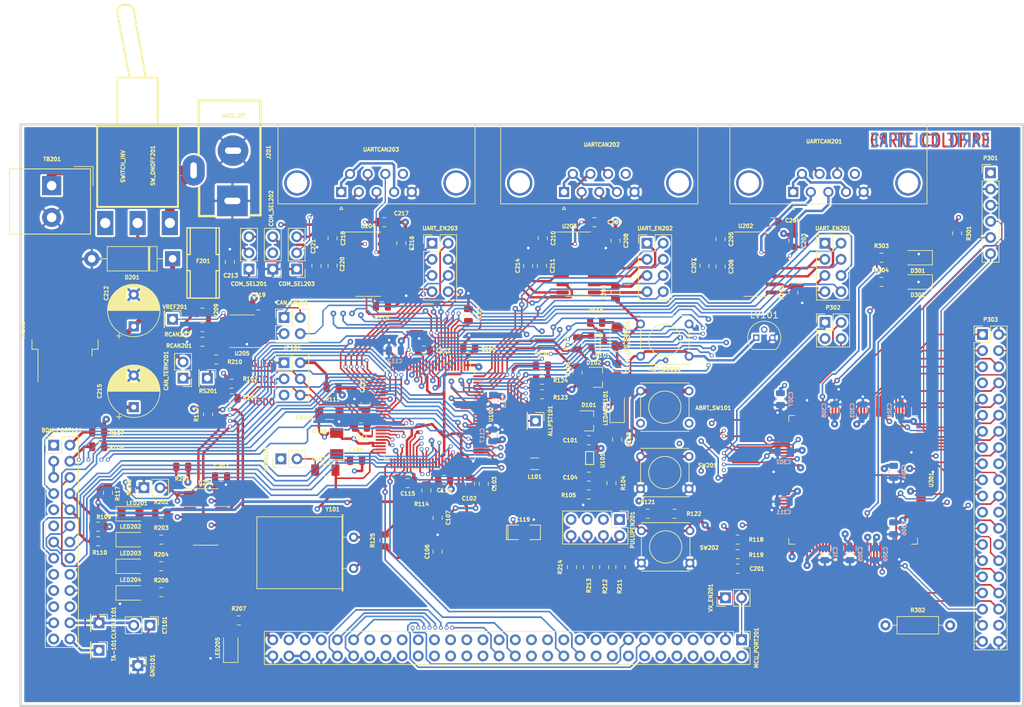
<source format=kicad_pcb>
(kicad_pcb (version 20221018) (generator pcbnew)
  (title_block (title "Demo Kicad") (date "2015-10-09") (rev "2"))
  (layers (0 "F.Cu" signal "Top_layer") (1 "In1.Cu" power "GND_layer") (2 "In2.Cu" power "VDD_layer") (31 "B.Cu" signal "Bottom_layer") (34 "B.Paste" user) (35 "F.Paste" user) (36 "B.SilkS" user "B.Silkscreen") (37 "F.SilkS" user "F.Silkscreen") (38 "B.Mask" user) (39 "F.Mask" user) (44 "Edge.Cuts" user))
  (net 0 "")
  (net 1 "/ALLPST")
  (net 2 "/AN2")
  (net 3 "/AN3")
  (net 4 "/AN4")
  (net 5 "/AN6")
  (net 6 "/BKPT-")
  (net 8 "/CLKMOD0")
  (net 9 "/CLKMOD1")
  (net 10 "/DDAT0")
  (net 11 "/DDAT1")
  (net 12 "/DDAT2")
  (net 13 "/DDAT3")
  (net 14 "/DSCLK")
  (net 15 "/DSI")
  (net 16 "/DSO")
  (net 17 "/DTIN1")
  (net 18 "/GPT1")
  (net 19 "/GPT3")
  (net 20 "/IRQ-5")
  (net 21 "/IRQ-6")
  (net 22 "/IRQ-7")
  (net 23 "/JTAG_EN")
  (net 24 "/PST0")
  (net 25 "/PST1")
  (net 26 "/PST2")
  (net 27 "/PST3")
  (net 28 "/QSPI_CS3")
  (net 29 "/TCLK")
  (net 30 "/VDDPLL")
  (net 31 "/inout_user/CAN_H")
  (net 32 "/inout_user/CAN_L")
  (net 33 "/inout_user/CTS0")
  (net 34 "/inout_user/CTS1")
  (net 36 "/inout_user/RTS0")
  (net 37 "/inout_user/RTS1")
  (net 38 "/inout_user/RTS2")
  (net 39 "/inout_user/RXD0")
  (net 40 "/inout_user/RXD1")
  (net 41 "/inout_user/RXD2")
  (net 42 "/inout_user/RxD_CAN")
  (net 43 "/inout_user/TXD0")
  (net 44 "/inout_user/TXD1")
  (net 46 "/inout_user/TxD_CAN")
  (net 47 "/xilinx/+3,3V_OUT")
  (net 48 "/xilinx/LED_TEST1")
  (net 49 "/xilinx/LED_TEST2")
  (net 50 "/xilinx/TCK")
  (net 51 "/xilinx/TDI")
  (net 52 "/xilinx/TDO")
  (net 53 "/xilinx/TMS")
  (net 54 "/xilinx/XIL_D0")
  (net 55 "/xilinx/XIL_D1")
  (net 56 "/xilinx/XIL_D10")
  (net 57 "/xilinx/XIL_D11")
  (net 58 "/xilinx/XIL_D12")
  (net 59 "/xilinx/XIL_D13")
  (net 60 "/xilinx/XIL_D14")
  (net 61 "/xilinx/XIL_D15")
  (net 62 "/xilinx/XIL_D16")
  (net 63 "/xilinx/XIL_D17")
  (net 64 "/xilinx/XIL_D18")
  (net 65 "/xilinx/XIL_D19")
  (net 66 "/xilinx/XIL_D2")
  (net 67 "/xilinx/XIL_D20")
  (net 68 "/xilinx/XIL_D21")
  (net 69 "/xilinx/XIL_D22")
  (net 70 "/xilinx/XIL_D23")
  (net 71 "/xilinx/XIL_D24")
  (net 72 "/xilinx/XIL_D25")
  (net 73 "/xilinx/XIL_D26")
  (net 74 "/xilinx/XIL_D27")
  (net 75 "/xilinx/XIL_D28")
  (net 76 "/xilinx/XIL_D29")
  (net 77 "/xilinx/XIL_D3")
  (net 78 "/xilinx/XIL_D30")
  (net 79 "/xilinx/XIL_D31")
  (net 80 "/xilinx/XIL_D32")
  (net 81 "/xilinx/XIL_D33")
  (net 82 "/xilinx/XIL_D34")
  (net 83 "/xilinx/XIL_D35")
  (net 84 "/xilinx/XIL_D36")
  (net 85 "/xilinx/XIL_D4")
  (net 86 "/xilinx/XIL_D5")
  (net 87 "/xilinx/XIL_D6")
  (net 88 "/xilinx/XIL_D7")
  (net 89 "/xilinx/XIL_D8")
  (net 90 "/xilinx/XIL_D9")
  (net 91 "GND")
  (net 92 "GNDA")
  (net 93 "/AN0")
  (net 94 "/AN1")
  (net 95 "/QSPI_CS0")
  (net 96 "/AN5")
  (net 97 "/AN7")
  (net 98 "/IRQ-4")
  (net 99 "/DTIN0")
  (net 100 "/DTIN2")
  (net 101 "/DTIN3")
  (net 102 "/GPT0")
  (net 103 "/GPT2")
  (net 104 "+3.3V")
  (net 105 "/VCCA")
  (net 106 "/IRQ-1")
  (net 107 "/IRQ-2")
  (net 108 "/IRQ-3")
  (net 109 "/XTAL")
  (net 110 "/RCON-")
  (net 111 "/RSTO-")
  (net 112 "/RSTI-")
  (net 113 "/QSPI_CS1")
  (net 114 "/URTS1")
  (net 115 "/UCTS1")
  (net 116 "/QSPI_CLK")
  (net 117 "/DSPI_DOUT")
  (net 118 "/QSPI_DIN")
  (net 119 "/QSPI_CS2")
  (net 120 "/URXD1")
  (net 121 "/UTXD1")
  (net 122 "/PWM7")
  (net 123 "/PWM5")
  (net 124 "/PWM1")
  (net 125 "/PWM3")
  (net 126 "/URTS2")
  (net 127 "/UTXD2")
  (net 128 "/URXD2")
  (net 129 "/UCTS2")
  (net 130 "/CANRX")
  (net 131 "/CANTX")
  (net 132 "/URTS0")
  (net 133 "/UTXD0")
  (net 134 "/URXD0")
  (net 135 "/UCTS0")
  (net 136 "Net-(ABRT_SW101-Pad1)")
  (net 137 "Net-(BDM_PORT101-Pad26)")
  (net 138 "Net-(BDM_PORT101-Pad6)")
  (net 139 "Net-(C104-Pad1)")
  (net 140 "Net-(C105-Pad1)")
  (net 141 "Net-(C201-Pad2)")
  (net 142 "Net-(C204-Pad2)")
  (net 143 "Net-(C205-Pad2)")
  (net 144 "Net-(C205-Pad1)")
  (net 145 "Net-(C206-Pad2)")
  (net 146 "Net-(C206-Pad1)")
  (net 147 "Net-(C207-Pad1)")
  (net 148 "Net-(C209-Pad2)")
  (net 149 "Net-(C210-Pad2)")
  (net 150 "Net-(C210-Pad1)")
  (net 151 "Net-(C211-Pad2)")
  (net 152 "Net-(C211-Pad1)")
  (net 153 "Net-(C212-Pad1)")
  (net 154 "Net-(C214-Pad1)")
  (net 155 "Net-(C217-Pad2)")
  (net 156 "Net-(C218-Pad2)")
  (net 157 "Net-(C218-Pad1)")
  (net 158 "Net-(C220-Pad2)")
  (net 159 "Net-(C220-Pad1)")
  (net 160 "Net-(C221-Pad1)")
  (net 161 "Net-(CAN_TERM201-Pad2)")
  (net 162 "Net-(COM_SEL201-Pad3)")
  (net 163 "Net-(COM_SEL202-Pad3)")
  (net 164 "Net-(COM_SEL203-Pad3)")
  (net 165 "Net-(D101-Pad1)")
  (net 166 "Net-(D301-Pad2)")
  (net 167 "Net-(D302-Pad2)")
  (net 168 "Net-(F201-Pad1)")
  (net 169 "Net-(J201-Pad3)")
  (net 170 "Net-(L102-Pad1)")
  (net 171 "Net-(LED201-Pad2)")
  (net 172 "Net-(LED202-Pad2)")
  (net 173 "Net-(LED203-Pad2)")
  (net 174 "Net-(LED204-Pad2)")
  (net 175 "Net-(LED205-Pad2)")
  (net 176 "Net-(LEDABRT101-Pad1)")
  (net 177 "Net-(P302-Pad4)")
  (net 178 "Net-(P302-Pad2)")
  (net 179 "Net-(PULUPEN201-Pad8)")
  (net 180 "Net-(PULUPEN201-Pad6)")
  (net 181 "Net-(PULUPEN201-Pad4)")
  (net 182 "Net-(PULUPEN201-Pad2)")
  (net 183 "Net-(Q101-Pad3)")
  (net 184 "Net-(Q101-Pad2)")
  (net 185 "Net-(R113-Pad1)")
  (net 186 "Net-(R114-Pad1)")
  (net 187 "Net-(R202-Pad2)")
  (net 188 "Net-(R203-Pad2)")
  (net 189 "Net-(R204-Pad2)")
  (net 190 "Net-(R205-Pad2)")
  (net 191 "Net-(R206-Pad2)")
  (net 192 "Net-(R208-Pad2)")
  (net 193 "Net-(R210-Pad1)")
  (net 194 "Net-(R215-Pad2)")
  (net 195 "Net-(U202-Pad12)")
  (net 196 "Net-(U202-Pad11)")
  (net 197 "Net-(U202-Pad9)")
  (net 198 "Net-(U203-Pad12)")
  (net 199 "Net-(U203-Pad11)")
  (net 200 "Net-(U203-Pad9)")
  (net 201 "Net-(U204-Pad12)")
  (net 202 "Net-(U204-Pad10)")
  (net 203 "Net-(U204-Pad9)")
  (net 204 "Net-(U205-Pad5)")
  (net 205 "Net-(UARTCAN201-Pad1)")
  (net 206 "Net-(UARTCAN202-Pad1)")
  (net 207 "Net-(UARTCAN203-Pad1)")
  (net 208 "Net-(JP201-Pad2)")
  (net 209 "Net-(LED_RST101-Pad2)")
  (net 210 "/CLKIN{slash}EXTAL")
  (net 211 "/inout_user/TXD2{slash}CANL")
  (net 212 "/inout_user/CTS2{slash}CANH")
  (footprint "kit-dev-coldfire:SW_PUSH_SMALL" (layer "F.Cu") (at 172.339 100.33)
    (fp_text reference "ABRT_SW101")
    (fp_text value "SW_PUSH")
  )
  (footprint "Connector_PinHeader_2.54mm:PinHeader_1x01_P2.54mm_Vertical" (layer "F.Cu") (at 152.019 102.489 -90)
    (fp_text reference "ALLPST101")
    (fp_text value "CONN_1")
  )
  (footprint "Connector_PinHeader_2.54mm:PinHeader_2x13_P2.54mm_Vertical" (layer "F.Cu") (at 76.327 106.299)
    (fp_text reference "BDM_PORT101")
    (fp_text value "CONN_13X2")
  )
  (footprint "Capacitor_SMD:C_0805_2012Metric" (layer "F.Cu") (at 136.652 117.729 -90)
    (fp_text reference "C107")
    (fp_text value "10pF")
  )
  (footprint "Capacitor_SMD:C_0805_2012Metric" (layer "F.Cu") (at 136.652 123.063 90)
    (fp_text reference "C106")
    (fp_text value "10pF")
  )
  (footprint "Capacitor_SMD:C_0805_2012Metric" (layer "F.Cu") (at 164.846 94.361 90)
    (fp_text reference "C105")
    (fp_text value "1nF")
  )
  (footprint "Capacitor_SMD:C_0805_2012Metric" (layer "F.Cu") (at 141.605 91.059 180)
    (fp_text reference "C110")
    (fp_text value "100nF")
  )
  (footprint "Capacitor_SMD:C_0805_2012Metric" (layer "F.Cu") (at 134.493 91.44 180)
    (fp_text reference "C111")
    (fp_text value "100nF")
  )
  (footprint "Capacitor_SMD:C_0805_2012Metric" (layer "F.Cu") (at 125.349 99.822 -90)
    (fp_text reference "C113")
    (fp_text value "100nF")
  )
  (footprint "Capacitor_SMD:C_0805_2012Metric" (layer "F.Cu") (at 124.587 103.505 180)
    (fp_text reference "C114")
    (fp_text value "100nF")
  )
  (footprint "Capacitor_SMD:C_0805_2012Metric" (layer "F.Cu") (at 131.953 112.268 180)
    (fp_text reference "C115")
    (fp_text value "100nF")
  )
  (footprint "Capacitor_SMD:C_0805_2012Metric" (layer "F.Cu") (at 137.668 111.76 180)
    (fp_text reference "C116")
    (fp_text value "100nF")
  )
  (footprint "Capacitor_SMD:C_0805_2012Metric" (layer "F.Cu") (at 160.401 105.537)
    (fp_text reference "C101")
    (fp_text value "100nF")
  )
  (footprint "Capacitor_SMD:C_0805_2012Metric" (layer "F.Cu") (at 160.401 111.252 180)
    (fp_text reference "C104")
    (fp_text value "100nF")
  )
  (footprint "kit-dev-coldfire:SM1206POL" (layer "F.Cu") (at 120.777 106.045 90)
    (fp_text reference "C108")
    (fp_text value "10uF" hide)
  )
  (footprint "kit-dev-coldfire:SM1206POL" (layer "F.Cu") (at 150.241 120.015)
    (fp_text reference "C119")
    (fp_text value "100uF" hide)
  )
  (footprint "Capacitor_SMD:C_0805_2012Metric" (layer "F.Cu") (at 123.825 108.712)
    (fp_text reference "C109")
    (fp_text value "100nF")
  )
  (footprint "Capacitor_SMD:C_0805_2012Metric" (layer "F.Cu") (at 141.732 112.395 -90)
    (fp_text reference "C102")
    (fp_text value "1nF")
  )
  (footprint "Capacitor_SMD:C_0805_2012Metric" (layer "F.Cu") (at 143.891 112.395 -90)
    (fp_text reference "C103")
    (fp_text value "100nF")
  )
  (footprint "Capacitor_SMD:C_0805_2012Metric" (layer "F.Cu") (at 192.532 74.168 -90)
    (fp_text reference "C203")
    (fp_text value "100nF")
  )
  (footprint "Capacitor_SMD:C_0805_2012Metric" (layer "F.Cu") (at 189.23 71.247 180)
    (fp_text reference "C204")
    (fp_text value "100nF")
  )
  (footprint "Capacitor_SMD:C_0805_2012Metric" (layer "F.Cu") (at 181.102 73.914 -90)
    (fp_text reference "C205")
    (fp_text value "100nF")
  )
  (footprint "Capacitor_SMD:C_0805_2012Metric" (layer "F.Cu") (at 181.102 78.232 -90)
    (fp_text reference "C206")
    (fp_text value "100nF")
  )
  (footprint "Capacitor_SMD:C_0805_2012Metric" (layer "F.Cu") (at 102.616 111.252)
    (fp_text reference "C202")
    (fp_text value "100nF")
  )
  (footprint "Capacitor_SMD:C_0805_2012Metric" (layer "F.Cu") (at 178.562 78.105 90)
    (fp_text reference "C207")
    (fp_text value "100nF")
  )
  (footprint "Capacitor_SMD:C_0805_2012Metric" (layer "F.Cu") (at 164.592 74.168 -90)
    (fp_text reference "C208")
    (fp_text value "100nF")
  )
  (footprint "Capacitor_SMD:C_0805_2012Metric" (layer "F.Cu") (at 161.29 71.247 180)
    (fp_text reference "C209")
    (fp_text value "100nF")
  )
  (footprint "Capacitor_SMD:C_0805_2012Metric" (layer "F.Cu") (at 153.162 73.787 -90)
    (fp_text reference "C210")
    (fp_text value "100nF")
  )
  (footprint "Capacitor_SMD:C_0805_2012Metric" (layer "F.Cu") (at 153.035 78.105 -90)
    (fp_text reference "C211")
    (fp_text value "100nF")
  )
  (footprint "Capacitor_SMD:C_0805_2012Metric" (layer "F.Cu") (at 150.876 78.105 90)
    (fp_text reference "C214")
    (fp_text value "100nF")
  )
  (footprint "Capacitor_SMD:C_0805_2012Metric" (layer "F.Cu") (at 108.458 84.328)
    (fp_text reference "C219")
    (fp_text value "100nF")
  )
  (footprint "Capacitor_SMD:C_0805_2012Metric" (layer "F.Cu") (at 128.27 71.247 180)
    (fp_text reference "C217")
    (fp_text value "100nF")
  )
  (footprint "Capacitor_SMD:C_0805_2012Metric" (layer "F.Cu") (at 120.142 78.105 -90)
    (fp_text reference "C220")
    (fp_text value "100nF")
  )
  (footprint "Capacitor_THT:CP_Radial_D8.0mm_P5.00mm" (layer "F.Cu") (at 88.9 87.63 90)
    (fp_text reference "C212")
    (fp_text value "10uF")
  )
  (footprint "Capacitor_THT:CP_Radial_D8.0mm_P5.00mm" (layer "F.Cu") (at 88.9 100.33 90)
    (fp_text reference "C215")
    (fp_text value "220uF")
  )
  (footprint "Capacitor_SMD:C_0805_2012Metric" (layer "F.Cu") (at 104 77.5 90)
    (fp_text reference "C213")
    (fp_text value "100nF")
  )
  (footprint "Capacitor_SMD:C_0805_2012Metric" (layer "F.Cu") (at 183.769 125.73)
    (fp_text reference "C201")
    (fp_text value "100nF")
  )
  (footprint "Capacitor_SMD:C_0805_2012Metric" (layer "F.Cu") (at 120.142 73.787 -90)
    (fp_text reference "C218")
    (fp_text value "100nF")
  )
  (footprint "Capacitor_SMD:C_0805_2012Metric" (layer "F.Cu") (at 117.602 78.105 90)
    (fp_text reference "C221")
    (fp_text value "100nF")
  )
  (footprint "Capacitor_SMD:C_0805_2012Metric" (layer "F.Cu") (at 130.937 74.549 -90)
    (fp_text reference "C216")
    (fp_text value "100nF")
  )
  (footprint "Connector_PinHeader_2.54mm:PinHeader_1x02_P2.54mm_Vertical" (layer "F.Cu") (at 96.647 95.758 180)
    (fp_text reference "CAN_TERM201")
    (fp_text value "JUMPER")
  )
  (footprint "Connector_PinHeader_2.54mm:PinHeader_1x01_P2.54mm_Vertical" (layer "F.Cu") (at 83.439 134.239 -90)
    (fp_text reference "CLKOUT101")
    (fp_text value "CONN_1")
  )
  (footprint "Connector_PinHeader_2.54mm:PinHeader_1x03_P2.54mm_Vertical" (layer "F.Cu") (at 114.5 78.613 180)
    (fp_text reference "COM_SEL203")
    (fp_text value "CONN_3")
  )
  (footprint "Connector_PinHeader_2.54mm:PinHeader_1x03_P2.54mm_Vertical" (layer "F.Cu") (at 110.744 78.613 180)
    (fp_text reference "COM_SEL202")
    (fp_text value "CONN_3")
  )
  (footprint "Connector_PinHeader_2.54mm:PinHeader_1x02_P2.54mm_Vertical" (layer "F.Cu") (at 91.44 134.62 -90)
    (fp_text reference "CT101")
    (fp_text value "JUMPER")
  )
  (footprint "Diode_SMD:D_SOT-23_ANK" (layer "F.Cu") (at 160.401 102.489)
    (fp_text reference "D101")
    (fp_text value "BAT54")
  )
  (footprint "Diode_SMD:D_SOT-23_ANK" (layer "F.Cu") (at 161.798 95.631)
    (fp_text reference "D102")
    (fp_text value "BAT54")
  )
  (footprint "Diode_THT:D_DO-15_P12.70mm_Horizontal" (layer "F.Cu") (at 95 77 180)
    (fp_text reference "D201")
    (fp_text value "1N4004")
  )
  (footprint "LED_SMD:LED_1206_3216Metric" (layer "F.Cu") (at 212.09 76.835 180)
    (fp_text reference "D301")
    (fp_text value "LED")
  )
  (footprint "LED_SMD:LED_1206_3216Metric" (layer "F.Cu") (at 212.09 80.645 180)
    (fp_text reference "D302")
    (fp_text value "LED")
  )
  (footprint "kit-dev-coldfire:FSUPCMS" (layer "F.Cu") (at 99.8 77.6 -90)
    (fp_text reference "F201")
    (fp_text value "FUSE")
  )
  (footprint "Resistor_SMD:R_1206_3216Metric_Pad1.24x1.80mm_HandSolder" (layer "F.Cu") (at 119.634 101.346 180)
    (fp_text reference "FB101")
    (fp_text value "BEAD")
  )
  (footprint "Connector_PinHeader_2.54mm:PinHeader_1x01_P2.54mm_Vertical" (layer "F.Cu") (at 89.535 140.97 -90)
    (fp_text reference "GND101")
    (fp_text value "CONN_1")
  )
  (footprint "kit-dev-coldfire:JACK_ALIM" (layer "F.Cu") (at 104.5 60 -90)
    (fp_text reference "J201")
    (fp_text value "JACK_2P")
  )
  (footprint "Resistor_SMD:R_1206_3216Metric_Pad1.24x1.80mm_HandSolder" (layer "F.Cu") (at 118.999 110.236)
    (fp_text reference "L102")
    (fp_text value "10uH")
  )
  (footprint "Resistor_SMD:R_1206_3216Metric_Pad1.24x1.80mm_HandSolder" (layer "F.Cu") (at 151.892 109.22 180)
    (fp_text reference "L101")
    (fp_text value "10uH")
  )
  (footprint "LED_SMD:LED_1206_3216Metric" (layer "F.Cu") (at 88.392 117.094)
    (fp_text reference "LED201")
    (fp_text value "LED")
  )
  (footprint "LED_SMD:LED_1206_3216Metric" (layer "F.Cu") (at 88.392 121.158)
    (fp_text reference "LED202")
    (fp_text value "LED")
  )
  (footprint "LED_SMD:LED_1206_3216Metric" (layer "F.Cu") (at 88.392 125.349)
    (fp_text reference "LED203")
    (fp_text value "LED")
  )
  (footprint "LED_SMD:LED_1206_3216Metric" (layer "F.Cu") (at 88.392 129.54)
    (fp_text reference "LED204")
    (fp_text value "LED")
  )
  (footprint "LED_SMD:LED_1206_3216Metric" (layer "F.Cu") (at 104.14 138.176 90)
    (fp_text reference "LED205")
    (fp_text value "LED")
  )
  (footprint "LED_SMD:LED_1206_3216Metric" (layer "F.Cu") (at 164.846 100.457 90)
    (fp_text reference "LEDABRT101")
    (fp_text value "LED_RED")
  )
  (footprint "Package_TO_SOT_THT:TO-92_Molded_Narrow" (layer "F.Cu") (at 186.69 89.408)
    (fp_text reference "LV101")
    (fp_text value "DS1818")
  )
  (footprint "Connector_PinHeader_2.54mm:PinHeader_2x30_P2.54mm_Vertical" (layer "F.Cu") (at 184.404 136.906 -90)
    (fp_text reference "MCU_PORT201")
    (fp_text value "CONN_30X2")
  )
  (footprint "Connector_PinHeader_2.54mm:PinHeader_1x06_P2.54mm_Vertical" (layer "F.Cu") (at 223.52 63.5)
    (fp_text reference "P301")
    (fp_text value "CONN_6")
  )
  (footprint "Connector_PinHeader_2.54mm:PinHeader_2x20_P2.54mm_Vertical" (layer "F.Cu") (at 222.25 88.9)
    (fp_text reference "P303")
    (fp_text value "CONN_20X2")
  )
  (footprint "Connector_PinHeader_2.54mm:PinHeader_2x04_P2.54mm_Vertical" (layer "F.Cu") (at 165.227 117.983 -90)
    (fp_text reference "PULUPEN201")
    (fp_text value "CONN_4X2")
  )
  (footprint "kit-dev-coldfire:SOT23EBC" (layer "F.Cu") (at 161.798 90.043 90)
    (fp_text reference "Q101")
    (fp_text value "3906" hide)
  )
  (footprint "Resistor_SMD:R_0805_2012Metric" (layer "F.Cu") (at 128.27 121.285 90)
    (fp_text reference "R125")
    (fp_text value "1M")
  )
  (footprint "Resistor_SMD:R_0805_2012Metric" (layer "F.Cu") (at 104.267 96.647)
    (fp_text reference "R102")
    (fp_text value "4,7K")
  )
  (footprint "Resistor_SMD:R_0805_2012Metric" (layer "F.Cu") (at 183.769 121.158 180)
    (fp_text reference "R118")
    (fp_text value "10K")
  )
  (footprint "Resistor_SMD:R_0805_2012Metric" (layer "F.Cu") (at 183.769 123.444 180)
    (fp_text reference "R119")
    (fp_text value "10K")
  )
  (footprint "Resistor_SMD:R_0805_2012Metric" (layer "F.Cu") (at 153.035 93.853)
    (fp_text reference "R120")
    (fp_text value "10K")
  )
  (footprint "Resistor_SMD:R_0805_2012Metric" (layer "F.Cu") (at 163.957 112.268 -90)
    (fp_text reference "R104")
    (fp_text value "1K")
  )
  (footprint "Resistor_SMD:R_0805_2012Metric" (layer "F.Cu") (at 169.672 117.094)
    (fp_text reference "R121")
    (fp_text value "10K")
  )
  (footprint "Resistor_SMD:R_0805_2012Metric" (layer "F.Cu") (at 141.478 85.852 90)
    (fp_text reference "R113")
    (fp_text value "0")
  )
  (footprint "Resistor_SMD:R_0805_2012Metric" (layer "F.Cu") (at 173.863 117.094 180)
    (fp_text reference "R122")
    (fp_text value "10K")
  )
  (footprint "Resistor_SMD:R_0805_2012Metric" (layer "F.Cu") (at 153.035 98.298)
    (fp_text reference "R123")
    (fp_text value "10K")
  )
  (footprint "Resistor_SMD:R_0805_2012Metric" (layer "F.Cu") (at 160.401 114.046 180)
    (fp_text reference "R105")
    (fp_text value "20K")
  )
  (footprint "Resistor_SMD:R_0805_2012Metric" (layer "F.Cu") (at 153.035 96.012)
    (fp_text reference "R124")
    (fp_text value "10K")
  )
  (footprint "Resistor_SMD:R_0805_2012Metric" (layer "F.Cu") (at 164.846 105.41 -90)
    (fp_text reference "R103")
    (fp_text value "270")
  )
  (footprint "Resistor_SMD:R_0805_2012Metric" (layer "F.Cu") (at 158.623 94.869 90)
    (fp_text reference "R106")
    (fp_text value "4,7K")
  )
  (footprint "Resistor_SMD:R_0805_2012Metric" (layer "F.Cu") (at 120.142 97.282 180)
    (fp_text reference "R111")
    (fp_text value "4,7K")
  )
  (footprint "Resistor_SMD:R_0805_2012Metric" (layer "F.Cu") (at 83.312 104.267 180)
    (fp_text reference "R107")
    (fp_text value "4,7K")
  )
  (footprint "Resistor_SMD:R_0805_2012Metric" (layer "F.Cu") (at 83.312 106.553 180)
    (fp_text reference "R108")
    (fp_text value "4,7K")
  )
  (footprint "Resistor_SMD:R_0805_2012Metric" (layer "F.Cu") (at 83.312 119.126 180)
    (fp_text reference "R109")
    (fp_text value "4,7K")
  )
  (footprint "Resistor_SMD:R_0805_2012Metric" (layer "F.Cu") (at 83.312 121.412 180)
    (fp_text reference "R110")
    (fp_text value "4,7K")
  )
  (footprint "Resistor_SMD:R_0805_2012Metric" (layer "F.Cu") (at 158.623 90.297 90)
    (fp_text reference "R115")
    (fp_text value "4.7K")
  )
  (footprint "Resistor_SMD:R_0805_2012Metric" (layer "F.Cu") (at 161.544 86.995)
    (fp_text reference "R116")
    (fp_text value "270")
  )
  (footprint "Resistor_SMD:R_0805_2012Metric" (layer "F.Cu") (at 127.889 84.455 180)
    (fp_text reference "R215")
    (fp_text value "10K")
  )
  (footprint "Resistor_SMD:R_0805_2012Metric" (layer "F.Cu") (at 104.267 98.933)
    (fp_text reference "R101")
    (fp_text value "4,7K")
  )
  (footprint "Resistor_SMD:R_0805_2012Metric" (layer "F.Cu") (at 84.836 113.792 -90)
    (fp_text reference "R117")
    (fp_text value "10K")
  )
  (footprint "Resistor_SMD:R_0805_2012Metric" (layer "F.Cu") (at 93.218 117.094)
    (fp_text reference "R202")
    (fp_text value "270")
  )
  (footprint "Resistor_SMD:R_0805_2012Metric" (layer "F.Cu") (at 192.532 82.296 90)
    (fp_text reference "R205")
    (fp_text value "10K")
  )
  (footprint "Resistor_SMD:R_0805_2012Metric" (layer "F.Cu") (at 93.218 121.158)
    (fp_text reference "R203")
    (fp_text value "270")
  )
  (footprint "Resistor_SMD:R_0805_2012Metric" (layer "F.Cu") (at 93.218 125.349)
    (fp_text reference "R204")
    (fp_text value "270")
  )
  (footprint "Resistor_SMD:R_0805_2012Metric" (layer "F.Cu") (at 93.218 129.413)
    (fp_text reference "R206")
    (fp_text value "270")
  )
  (footprint "Resistor_SMD:R_0805_2012Metric" (layer "F.Cu") (at 96.52 109.728 180)
    (fp_text reference "R201")
    (fp_text value "10K")
  )
  (footprint "Resistor_SMD:R_0805_2012Metric" (layer "F.Cu") (at 164.592 82.296 90)
    (fp_text reference "R208")
    (fp_text value "10K")
  )
  (footprint "Resistor_SMD:R_0805_2012Metric" (layer "F.Cu") (at 101.854 92.837)
    (fp_text reference "R210")
    (fp_text value "1K")
  )
  (footprint "Resistor_SMD:R_0805_2012Metric" (layer "F.Cu") (at 99.695 85.471 180)
    (fp_text reference "R209")
    (fp_text value "62")
  )
  (footprint "Resistor_SMD:R_0805_2012Metric" (layer "F.Cu") (at 100.584 101.473 90)
    (fp_text reference "R112")
    (fp_text value "4,7K")
  )
  (footprint "Resistor_SMD:R_0805_2012Metric" (layer "F.Cu") (at 134.874 113.411 -90)
    (fp_text reference "R114")
    (fp_text value "22")
  )
  (footprint "Resistor_SMD:R_0805_2012Metric" (layer "F.Cu") (at 157.734 125.476 90)
    (fp_text reference "R214")
    (fp_text value "4,7K")
  )
  (footprint "Resistor_SMD:R_0805_2012Metric" (layer "F.Cu") (at 160.274 125.476 90)
    (fp_text reference "R213")
    (fp_text value "4,7K")
  )
  (footprint "Resistor_SMD:R_0805_2012Metric" (layer "F.Cu") (at 162.814 125.476 90)
    (fp_text reference "R212")
    (fp_text value "4,7K")
  )
  (footprint "Resistor_SMD:R_0805_2012Metric" (layer "F.Cu") (at 165.354 125.476 90)
    (fp_text reference "R211")
    (fp_text value "4,7K")
  )
  (footprint "Resistor_SMD:R_0805_2012Metric" (layer "F.Cu") (at 105.41 133.858)
    (fp_text reference "R207")
    (fp_text value "270")
  )
  (footprint "Resistor_SMD:R_0805_2012Metric" (layer "F.Cu") (at 218.25 73 -90)
    (fp_text reference "R301")
    (fp_text value "4K7")
  )
  (footprint "Resistor_SMD:R_0805_2012Metric" (layer "F.Cu") (at 206.375 76.835)
    (fp_text reference "R303")
    (fp_text value "1K")
  )
  (footprint "Resistor_SMD:R_0805_2012Metric" (layer "F.Cu") (at 206.375 80.645)
    (fp_text reference "R304")
    (fp_text value "1K")
  )
  (footprint "Resistor_THT:R_Axial_DIN0207_L6.3mm_D2.5mm_P10.16mm_Horizontal" (layer "F.Cu") (at 207.01 134.62)
    (fp_text reference "R302")
    (fp_text value "3,3")
  )
  (footprint "Resistor_SMD:R_0805_2012Metric" (layer "F.Cu") (at 99.695 87.757)
    (fp_text reference "RCAN202")
    (fp_text value "R")
  )
  (footprint "Resistor_SMD:R_0805_2012Metric" (layer "F.Cu") (at 99.695 90.043)
    (fp_text reference "RCAN201")
    (fp_text value "R")
  )
  (footprint "LED_SMD:LED_1206_3216Metric" (layer "F.Cu") (at 164.846 89.281 90)
    (fp_text reference "LED_RST101")
    (fp_text value "LED_RED")
  )
  (footprint "Connector_PinHeader_2.54mm:PinHeader_1x01_P2.54mm_Vertical" (layer "F.Cu") (at 100.457 95.758 -90)
    (fp_text reference "RS201")
    (fp_text value "CONN_1")
  )
  (footprint "kit-dev-coldfire:SW_PUSH_SMALL" (layer "F.Cu") (at 172.339 89.789 180)
    (fp_text reference "RST_SW101")
    (fp_text value "SW_PUSH")
  )
  (footprint "kit-dev-coldfire:SW_PUSH_SMALL" (layer "F.Cu") (at 172.339 110.617)
    (fp_text reference "SW201")
    (fp_text value "SW_PUSH")
  )
  (footprint "kit-dev-coldfire:SW_PUSH_SMALL" (layer "F.Cu") (at 172.466 122.301)
    (fp_text reference "SW202")
    (fp_text value "SW_PUSH")
  )
  (footprint "kit-dev-coldfire:SW_SPDT" (layer "F.Cu") (at 89.5 71.374 90)
    (fp_text reference "SW_ONOFF201")
    (fp_text value "SWITCH_INV")
  )
  (footprint "Connector_PinHeader_2.54mm:PinHeader_1x01_P2.54mm_Vertical" (layer "F.Cu") (at 83.439 138.557 -90)
    (fp_text reference "TA-101")
    (fp_text value "CONN_1")
  )
  (footprint "TerminalBlock_Altech:Altech_AK300_1x02_P5.00mm_45-Degree" (layer "F.Cu") (at 76 65.5 -90)
    (fp_text reference "TB201")
    (fp_text value "CONN_2")
  )
  (footprint "Package_QFP:LQFP-100_14x14mm_P0.5mm" (layer "F.Cu") (at 135.382 101.473 -90)
    (fp_text reference "U102")
    (fp_text value "MCF5213-LQFP100")
  )
  (footprint "kit-dev-coldfire:SOT353" (layer "F.Cu") (at 160.528 108.331)
    (fp_text reference "U101")
    (fp_text value "74AHC1G14" hide)
  )
  (footprint "Package_SO:SOIC-16_3.9x9.9mm_P1.27mm" (layer "F.Cu") (at 186.69 77.851)
    (fp_text reference "U202")
    (fp_text value "MAX202")
  )
  (footprint "Package_SO:SOIC-16_3.9x9.9mm_P1.27mm" (layer "F.Cu") (at 158.75 77.851)
    (fp_text reference "U203")
    (fp_text value "MAX202")
  )
  (footprint "Package_SO:SOIC-8_3.9x4.9mm_P1.27mm" (layer "F.Cu") (at 105.918 88.392 180)
    (fp_text reference "U205")
    (fp_text value "PCA82C251")
  )
  (footprint "Package_SO:SOIC-16_3.9x9.9mm_P1.27mm" (layer "F.Cu") (at 125.73 77.851)
    (fp_text reference "U204")
    (fp_text value "MAX202")
  )
  (footprint "Connector_PinHeader_2.54mm:PinHeader_2x04_P2.54mm_Vertical" (layer "F.Cu") (at 197.485 74.549)
    (fp_text reference "UART_EN201")
    (fp_text value "CONN_4X2")
  )
  (footprint "Connector_PinHeader_2.54mm:PinHeader_2x04_P2.54mm_Vertical" (layer "F.Cu") (at 169.545 74.549)
    (fp_text reference "UART_EN202")
    (fp_text value "CONN_4X2")
  )
  (footprint "Connector_PinHeader_2.54mm:PinHeader_2x04_P2.54mm_Vertical" (layer "F.Cu") (at 135.763 74.549)
    (fp_text reference "UART_EN203")
    (fp_text value "CONN_4X2")
  )
  (footprint "Connector_PinHeader_2.54mm:PinHeader_1x02_P2.54mm_Vertical" (layer "F.Cu") (at 112.014 108.458 90)
    (fp_text reference "VDDA101")
    (fp_text value "JUMPER")
  )
  (footprint "Package_TO_SOT_SMD:TO-263-5_TabPin3" (layer "F.Cu") (at 78.105 88.265 90)
    (fp_text reference "VR201")
    (fp_text value "LT1129_QPACK")
  )
  (footprint "Crystal:Crystal_HC18-U_Horizontal" (layer "F.Cu") (at 123.444 120.777 -90)
    (fp_text reference "Y101")
    (fp_text value "8MHz")
  )
  (footprint "Package_QFP:TQFP-144_20x20mm_P0.5mm" (layer "F.Cu") (at 201.93 111.76 -90)
    (fp_text reference "U301")
    (fp_text value "XCR3256-TQ144")
  )
  (footprint "Connector_PinHeader_2.54mm:PinHeader_2x02_P2.54mm_Vertical" (layer "F.Cu") (at 112.522 86.233)
    (fp_text reference "CAN_EN201")
    (fp_text value "CONN_2X2")
  )
  (footprint "Connector_PinHeader_2.54mm:PinHeader_1x02_P2.54mm_Vertical" (layer "F.Cu") (at 181.864 130.302 90)
    (fp_text reference "VX_EN201")
    (fp_text value "JUMPER")
  )
  (footprint "Package_SO:SOIC-14_3.9x8.7mm_P1.27mm" (layer "F.Cu") (at 100.203 117.602)
    (fp_text reference "U201")
    (fp_text value "74HC125")
  )
  (footprint "Connector_PinHeader_2.54mm:PinHeader_2x03_P2.54mm_Vertical" (layer "F.Cu") (at 112.522 93.345)
    (fp_text reference "JP101")
    (fp_text value "JUMPER_TRIPLE")
  )
  (footprint "Connector_PinHeader_2.54mm:PinHeader_2x02_P2.54mm_Vertical" (layer "F.Cu") (at 197.5 87)
    (fp_text reference "P302")
    (fp_text value "CONN_2X2")
  )
  (footprint "Connector_PinHeader_2.54mm:PinHeader_1x03_P2.54mm_Vertical" (layer "F.Cu") (at 107 78.613 180)
    (fp_text reference "COM_SEL201")
    (fp_text value "CONN_3")
  )
  (footprint "Connector_PinHeader_2.54mm:PinHeader_1x02_P2.54mm_Vertical" (layer "F.Cu") (at 90.5 113 90)
    (fp_text reference "JP201")
    (fp_text value "JUMPER")
  )
  (footprint "Connector_Dsub:DSUB-9_Female_Horizontal_P2.77x2.84mm_EdgePinOffset7.70mm_Housed_MountingHolesOffset9.12mm" (layer "F.Cu") (at 192.5 66.5 180)
    (fp_text reference "UARTCAN201")
    (fp_text value "DB9")
  )
  (footprint "Connector_Dsub:DSUB-9_Female_Horizontal_P2.77x2.84mm_EdgePinOffset7.70mm_Housed_MountingHolesOffset9.12mm" (layer "F.Cu") (at 156.5 66.5 180)
    (fp_text reference "UARTCAN202")
    (fp_text value "DB9")
  )
  (footprint "Connector_Dsub:DSUB-9_Female_Horizontal_P2.77x2.84mm_EdgePinOffset7.70mm_Housed_MountingHolesOffset9.12mm" (layer "F.Cu") (at 121.5 66.5 180)
    (fp_text reference "UARTCAN203")
    (fp_text value "DB9")
  )
  (footprint "Connector_PinHeader_2.54mm:PinHeader_1x01_P2.54mm_Vertical" (layer "F.Cu") (at 95 86.5 -90)
    (fp_text reference "VREF201")
    (fp_text value "CONN_1")
  )
  (footprint "Capacitor_SMD:C_0805_2012Metric" (layer "B.Cu") (at 129.921 91.44 180)
    (fp_text reference "C112")
    (fp_text value "100nF")
  )
  (footprint "Capacitor_SMD:C_0805_2012Metric" (layer "B.Cu") (at 145.288 104.775 90)
    (fp_text reference "C117")
    (fp_text value "100nF")
  )
  (footprint "Capacitor_SMD:C_0805_2012Metric" (layer "B.Cu") (at 145.415 99.314 -90)
    (fp_text reference "C118")
    (fp_text value "100nF")
  )
  (footprint "Capacitor_SMD:C_0805_2012Metric" (layer "B.Cu") (at 209.296 100.838 90)
    (fp_text reference "C301")
    (fp_text value "100nF")
  )
  (footprint "Capacitor_SMD:C_0805_2012Metric" (layer "B.Cu") (at 191.008 107.315 180)
    (fp_text reference "C302")
    (fp_text value "100nF")
  )
  (footprint "Capacitor_SMD:C_0805_2012Metric" (layer "B.Cu") (at 203.454 100.838 90)
    (fp_text reference "C303")
    (fp_text value "100nF")
  )
  (footprint "Capacitor_SMD:C_0805_2012Metric" (layer "B.Cu") (at 208.28 110.49 -90)
    (fp_text reference "C304")
    (fp_text value "100nF")
  )
  (footprint "Capacitor_SMD:C_0805_2012Metric" (layer "B.Cu") (at 201.422 123.444 -90)
    (fp_text reference "C305")
    (fp_text value "100nF")
  )
  (footprint "Capacitor_SMD:C_0805_2012Metric" (layer "B.Cu") (at 208.28 119.38 -90)
    (fp_text reference "C306")
    (fp_text value "100nF")
  )
  (footprint "Capacitor_SMD:C_0805_2012Metric" (layer "B.Cu") (at 190.5 99.06 -90)
    (fp_text reference "C307")
    (fp_text value "100nF")
  )
  (footprint "Capacitor_SMD:C_0805_2012Metric" (layer "B.Cu") (at 199.009 100.838 90)
    (fp_text reference "C308")
    (fp_text value "100nF")
  )
  (footprint "Capacitor_SMD:C_0805_2012Metric" (layer "B.Cu") (at 205.359 123.444 -90)
    (fp_text reference "C309")
    (fp_text value "100nF")
  )
  (footprint "Capacitor_SMD:C_0805_2012Metric" (layer "B.Cu") (at 197.485 123.444 -90)
    (fp_text reference "C310")
    (fp_text value "100nF")
  )
  (footprint "Capacitor_SMD:C_0805_2012Metric" (layer "B.Cu") (at 191.008 115.189 180)
    (fp_text reference "C311")
    (fp_text value "100nF")
  )
  (gr_line (start 71.12 147.32) (end 228.6 147.32) (stroke (width 0.381)) (layer "Edge.Cuts"))
  (gr_line (start 71.12 55.88) (end 71.12 147.32) (stroke (width 0.381)) (layer "Edge.Cuts"))
  (gr_line (start 228.6 55.88) (end 228.6 147.32) (stroke (width 0.381)) (layer "Edge.Cuts"))
  (gr_line (start 228.6 55.88) (end 71.12 55.88) (stroke (width 0.381)) (layer "Edge.Cuts"))
  (gr_text "JTAG_EN\n" (at 108 93.5) (layer "F.Cu") (effects (font (size 1 1) (thickness 0.2))))
  (gr_text "CARTE COLDFIRE" (at 213.995 58.42) (layer "F.Cu") (effects (font (size 2.032 1.524) (thickness 0.3048))))
  (gr_text "MOD1" (at 109 96) (layer "F.Cu") (effects (font (size 1 1) (thickness 0.2))))
  (gr_text "MOD0" (at 109 99.5) (layer "F.Cu") (effects (font (size 1 1) (thickness 0.2))))
  (gr_text "CARTE COLDFIRE" (at 213.995 58.42) (layer "B.Cu") (effects (font (size 2.032 1.524) (thickness 0.3048)) (justify mirror)))
  (segment (start 152.019 102.489) (end 143.129 102.4636) (width 0.254) (layer "F.Cu") (net 1))
  (segment (start 128.8034 104.9782) (end 127.635 104.9782) (width 0.254) (layer "F.Cu") (net 2))
  (segment (start 129.54 105.41) (end 129.032 105.156) (width 0.254) (layer "F.Cu") (net 2))
  (segment (start 129.032 105.156) (end 128.8034 104.9782) (width 0.254) (layer "F.Cu") (net 2))
  (via (at 129.54 105.41) (size 0.635) (drill 0.4) (layers "F.Cu" "B.Cu") (net 2))
  (segment (start 129.54 106.299) (end 129.032 106.299) (width 0.254) (layer "F.Cu") (net 3))
  (segment (start 129.032 105.791) (end 128.7272 105.4862) (width 0.254) (layer "F.Cu") (net 3))
  (segment (start 129.032 106.299) (end 129.032 105.791) (width 0.254) (layer "F.Cu") (net 3))
  (segment (start 128.7272 105.4862) (end 127.635 105.4862) (width 0.254) (layer "F.Cu") (net 3))
  (via (at 129.54 106.299) (size 0.635) (drill 0.4) (layers "F.Cu" "B.Cu") (net 3))
  (segment (start 130.8862 107.6198) (end 130.8862 109.22) (width 0.254) (layer "F.Cu") (net 4))
  (segment (start 131.064 107.442) (end 131.064 106.426) (width 0.254) (layer "F.Cu") (net 4))
  (segment (start 130.8862 107.6198) (end 131.064 107.442) (width 0.254) (layer "F.Cu") (net 4))
  (via (at 131.064 106.426) (size 0.635) (drill 0.4) (layers "F.Cu" "B.Cu") (net 4))
  (segment (start 129.8956 110.3884) (end 129.8956 109.22) (width 0.254) (layer "F.Cu") (net 5))
  (segment (start 129.159 111.125) (end 129.8956 110.3884) (width 0.254) (layer "F.Cu") (net 5))
  (segment (start 129.159 112.014) (end 129.159 111.125) (width 0.254) (layer "F.Cu") (net 5))
  (via (at 129.159 112.014) (size 0.889) (drill 0.4) (layers "F.Cu" "B.Cu") (net 5))
  (segment (start 159.004 139.446) (end 159.004 139.319) (width 0.254) (layer "B.Cu") (net 5))
  (segment (start 157.734 138.049) (end 157.734 136.017) (width 0.254) (layer "B.Cu") (net 5))
  (segment (start 138.43 132.461) (end 129.159 123.19) (width 0.254) (layer "B.Cu") (net 5))
  (segment (start 159.004 139.319) (end 157.734 138.049) (width 0.254) (layer "B.Cu") (net 5))
  (segment (start 154.178 132.461) (end 138.43 132.461) (width 0.254) (layer "B.Cu") (net 5))
  (segment (start 129.159 123.19) (end 129.159 112.014) (width 0.254) (layer "B.Cu") (net 5))
  (segment (start 157.734 136.017) (end 154.178 132.461) (width 0.254) (layer "B.Cu") (net 5))
  (segment (start 144.5514 107.4674) (end 143.129 107.4674) (width 0.254) (layer "F.Cu") (net 6))
  (segment (start 145.288 108.204) (end 144.5514 107.4674) (width 0.254) (layer "F.Cu") (net 6))
  (segment (start 146.431 109.855) (end 145.288 108.712) (width 0.254) (layer "F.Cu") (net 6))
  (segment (start 146.685 109.855) (end 146.431 109.855) (width 0.254) (layer "F.Cu") (net 6))
  (segment (start 145.288 108.712) (end 145.288 108.204) (width 0.254) (layer "F.Cu") (net 6))
  (segment (start 78.867 106.299) (end 80.391 104.775) (width 0.381) (layer "F.Cu") (net 6))
  (segment (start 82.3595 104.267) (end 80.899 104.267) (width 0.4318) (layer "F.Cu") (net 6))
  (segment (start 80.899 104.267) (end 80.391 104.775) (width 0.4318) (layer "F.Cu") (net 6))
  (via (at 146.685 109.855) (size 0.889) (drill 0.4) (layers "F.Cu" "B.Cu") (net 6))
  (via (at 87.63 112.141) (size 0.889) (drill 0.4) (layers "F.Cu" "B.Cu") (net 6))
  (segment (start 87.63 113.13) (end 89.181 114.681) (width 0.254) (layer "B.Cu") (net 6))
  (segment (start 107.696 111.379) (end 110.49 114.173) (width 0.254) (layer "B.Cu") (net 6))
  (segment (start 119.253 112.649) (end 125.476 112.649) (width 0.254) (layer "B.Cu") (net 6))
  (segment (start 141.732 111.76) (end 143.637 109.855) (width 0.254) (layer "B.Cu") (net 6))
  (segment (start 125.476 112.649) (end 127.508 110.617) (width 0.254) (layer "B.Cu") (net 6))
  (segment (start 97.917 113.665) (end 100.203 111.379) (width 0.254) (layer "B.Cu") (net 6))
  (segment (start 95.377 113.665) (end 97.917 113.665) (width 0.254) (layer "B.Cu") (net 6))
  (segment (start 110.49 114.173) (end 117.729 114.173) (width 0.254) (layer "B.Cu") (net 6))
  (segment (start 127.508 110.617) (end 132.461 110.617) (width 0.254) (layer "B.Cu") (net 6))
  (segment (start 100.203 111.379) (end 107.696 111.379) (width 0.254) (layer "B.Cu") (net 6))
  (segment (start 133.604 111.76) (end 141.732 111.76) (width 0.254) (layer "B.Cu") (net 6))
  (segment (start 89.181 114.681) (end 94.361 114.681) (width 0.254) (layer "B.Cu") (net 6))
  (segment (start 117.729 114.173) (end 119.253 112.649) (width 0.254) (layer "B.Cu") (net 6))
  (segment (start 143.637 109.855) (end 146.685 109.855) (width 0.254) (layer "B.Cu") (net 6))
  (segment (start 87.63 112.141) (end 87.63 113.13) (width 0.254) (layer "B.Cu") (net 6))
  (segment (start 94.361 114.681) (end 95.377 113.665) (width 0.254) (layer "B.Cu") (net 6))
  (segment (start 132.461 110.617) (end 133.604 111.76) (width 0.254) (layer "B.Cu") (net 6))
  (segment (start 113.792 97.155) (end 108.345 97.155) (width 0.254) (layer "F.Cu") (net 8))
  (segment (start 115.062 98.425) (end 113.792 97.155) (width 0.254) (layer "F.Cu") (net 8))
  (segment (start 123.19 101.981) (end 123.19 100.965) (width 0.254) (layer "F.Cu") (net 8))
  (segment (start 122.174 99.949) (end 118.11 99.949) (width 0.254) (layer "F.Cu") (net 8))
  (segment (start 118.11 99.949) (end 116.586 98.425) (width 0.254) (layer "F.Cu") (net 8))
  (segment (start 123.19 100.965) (end 122.174 99.949) (width 0.254) (layer "F.Cu") (net 8))
  (segment (start 108.345 97.155) (end 106.567 98.933) (width 0.254) (layer "F.Cu") (net 8))
  (segment (start 106.567 98.933) (end 105.2195 98.933) (width 0.254) (layer "F.Cu") (net 8))
  (segment (start 126.365 102.489) (end 126.111 102.235) (width 0.254) (layer "F.Cu") (net 8))
  (segment (start 127.635 102.489) (end 126.365 102.489) (width 0.254) (layer "F.Cu") (net 8))
  (segment (start 123.444 102.235) (end 123.19 101.981) (width 0.254) (layer "F.Cu") (net 8))
  (segment (start 126.111 102.235) (end 123.444 102.235) (width 0.254) (layer "F.Cu") (net 8))
  (segment (start 116.586 98.425) (end 115.062 98.425) (width 0.254) (layer "F.Cu") (net 8))
  (segment (start 118.618 99.441) (end 115.062 95.885) (width 0.254) (layer "F.Cu") (net 9))
  (segment (start 105.353 96.647) (end 105.2195 96.647) (width 0.254) (layer "F.Cu") (net 9))
  (segment (start 124.587 101.727) (end 122.809 99.949) (width 0.254) (layer "F.Cu") (net 9))
  (segment (start 107.385 94.615) (end 105.353 96.647) (width 0.254) (layer "F.Cu") (net 9))
  (segment (start 113.792 94.615) (end 107.385 94.615) (width 0.254) (layer "F.Cu") (net 9))
  (segment (start 126.238 101.727) (end 124.587 101.727) (width 0.254) (layer "F.Cu") (net 9))
  (segment (start 122.809 99.695) (end 122.555 99.441) (width 0.254) (layer "F.Cu") (net 9))
  (segment (start 126.492 101.981) (end 126.238 101.727) (width 0.254) (layer "F.Cu") (net 9))
  (segment (start 122.555 99.441) (end 118.618 99.441) (width 0.254) (layer "F.Cu") (net 9))
  (segment (start 122.809 99.949) (end 122.809 99.695) (width 0.254) (layer "F.Cu") (net 9))
  (segment (start 127.635 101.981) (end 126.492 101.981) (width 0.254) (layer "F.Cu") (net 9))
  (segment (start 115.062 95.885) (end 113.792 94.615) (width 0.254) (layer "F.Cu") (net 9))
  (segment (start 145.796 107.95) (end 146.558 107.95) (width 0.254) (layer "F.Cu") (net 10))
  (segment (start 144.78 106.9594) (end 144.907 107.061) (width 0.254) (layer "F.Cu") (net 10))
  (segment (start 144.907 107.061) (end 145.796 107.95) (width 0.254) (layer "F.Cu") (net 10))
  (segment (start 143.129 106.9594) (end 144.78 106.9594) (width 0.254) (layer "F.Cu") (net 10))
  (via (at 84.836 108.585) (size 0.635) (drill 0.4) (layers "F.Cu" "B.Cu") (net 10))
  (via (at 146.558 107.95) (size 0.889) (drill 0.4) (layers "F.Cu" "B.Cu") (net 10))
  (segment (start 115.824 106.045) (end 110.3503 106.045) (width 0.254) (layer "B.Cu") (net 10))
  (segment (start 140.97 107.823) (end 137.16 104.013) (width 0.254) (layer "B.Cu") (net 10))
  (segment (start 120.523 103.886) (end 119.888 103.251) (width 0.254) (layer "B.Cu") (net 10))
  (segment (start 116.205 103.886) (end 116.205 105.664) (width 0.254) (layer "B.Cu") (net 10))
  (segment (start 116.205 105.664) (end 115.824 106.045) (width 0.254) (layer "B.Cu") (net 10))
  (segment (start 144.526 107.823) (end 140.97 107.823) (width 0.254) (layer "B.Cu") (net 10))
  (segment (start 135.509 104.013) (end 134.493 102.997) (width 0.254) (layer "B.Cu") (net 10))
  (segment (start 137.16 104.013) (end 135.509 104.013) (width 0.254) (layer "B.Cu") (net 10))
  (segment (start 146.558 107.95) (end 144.653 107.95) (width 0.254) (layer "B.Cu") (net 10))
  (segment (start 108.6993 107.696) (end 85.725 107.696) (width 0.254) (layer "B.Cu") (net 10))
  (segment (start 119.888 103.251) (end 116.84 103.251) (width 0.254) (layer "B.Cu") (net 10))
  (segment (start 110.3503 106.045) (end 108.6993 107.696) (width 0.254) (layer "B.Cu") (net 10))
  (segment (start 85.725 107.696) (end 84.836 108.585) (width 0.254) (layer "B.Cu") (net 10))
  (segment (start 132.842 103.632) (end 122.936 103.632) (width 0.254) (layer "B.Cu") (net 10))
  (segment (start 122.936 103.632) (end 122.682 103.886) (width 0.254) (layer "B.Cu") (net 10))
  (segment (start 116.84 103.251) (end 116.205 103.886) (width 0.254) (layer "B.Cu") (net 10))
  (segment (start 133.477 102.997) (end 132.842 103.632) (width 0.254) (layer "B.Cu") (net 10))
  (segment (start 122.682 103.886) (end 120.523 103.886) (width 0.254) (layer "B.Cu") (net 10))
  (segment (start 144.653 107.95) (end 144.526 107.823) (width 0.254) (layer "B.Cu") (net 10))
  (segment (start 134.493 102.997) (end 133.477 102.997) (width 0.254) (layer "B.Cu") (net 10))
  (segment (start 145.415 106.68) (end 146.558 106.68) (width 0.254) (layer "F.Cu") (net 11))
  (segment (start 143.129 106.4768) (end 145.2118 106.4768) (width 0.254) (layer "F.Cu") (net 11))
  (segment (start 145.2118 106.4768) (end 145.415 106.68) (width 0.254) (layer "F.Cu") (net 11))
  (via (at 83.82 108.585) (size 0.635) (drill 0.4) (layers "F.Cu" "B.Cu") (net 11))
  (via (at 146.558 106.68) (size 0.889) (drill 0.4) (layers "F.Cu" "B.Cu") (net 11))
  (segment (start 118.237 100.838) (end 115.57 103.505) (width 0.254) (layer "B.Cu") (net 11))
  (segment (start 127.381 100.838) (end 118.237 100.838) (width 0.254) (layer "B.Cu") (net 11))
  (segment (start 141.097 107.188) (end 136.017 102.108) (width 0.254) (layer "B.Cu") (net 11))
  (segment (start 141.097 107.188) (end 145.034 107.188) (width 0.254) (layer "B.Cu") (net 11))
  (segment (start 111.6711 103.505) (end 107.9881 107.188) (width 0.254) (layer "B.Cu") (net 11))
  (segment (start 85.217 107.188) (end 83.82 108.585) (width 0.254) (layer "B.Cu") (net 11))
  (segment (start 115.57 103.505) (end 111.6711 103.505) (width 0.254) (layer "B.Cu") (net 11))
  (segment (start 128.651 102.108) (end 127.381 100.838) (width 0.254) (layer "B.Cu") (net 11))
  (segment (start 136.017 102.108) (end 128.651 102.108) (width 0.254) (layer "B.Cu") (net 11))
  (segment (start 146.558 106.68) (end 145.542 106.68) (width 0.254) (layer "B.Cu") (net 11))
  (segment (start 145.034 107.188) (end 145.542 106.68) (width 0.254) (layer "B.Cu") (net 11))
  (segment (start 107.9881 107.188) (end 85.217 107.188) (width 0.254) (layer "B.Cu") (net 11))
  (segment (start 141.351 103.98252) (end 143.129 103.9622) (width 0.254) (layer "F.Cu") (net 12))
  (segment (start 141.351 103.98252) (end 140.43152 103.98252) (width 0.254) (layer "F.Cu") (net 12))
  (segment (start 140.43152 103.98252) (end 139.827 103.378) (width 0.254) (layer "F.Cu") (net 12))
  (segment (start 139.827 103.378) (end 139.827 102.743) (width 0.254) (layer "F.Cu") (net 12))
  (via (at 139.827 102.743) (size 0.889) (drill 0.4) (layers "F.Cu" "B.Cu") (net 12))
  (via (at 81.788 108.585) (size 0.635) (drill 0.4) (layers "F.Cu" "B.Cu") (net 12))
  (segment (start 116.713 100.076) (end 111.571 100.076) (width 0.254) (layer "B.Cu") (net 12))
  (segment (start 105.983 105.664) (end 83.566 105.664) (width 0.254) (layer "B.Cu") (net 12))
  (segment (start 131.572 100.203) (end 136.779 100.203) (width 0.254) (layer "B.Cu") (net 12))
  (segment (start 126.111 96.647) (end 120.142 96.647) (width 0.254) (layer "B.Cu") (net 12))
  (segment (start 111.571 100.076) (end 105.983 105.664) (width 0.254) (layer "B.Cu") (net 12))
  (segment (start 131.572 100.203) (end 129.667 98.298) (width 0.254) (layer "B.Cu") (net 12))
  (segment (start 81.788 107.442) (end 81.788 108.585) (width 0.254) (layer "B.Cu") (net 12))
  (segment (start 120.142 96.647) (end 116.713 100.076) (width 0.254) (layer "B.Cu") (net 12))
  (segment (start 83.566 105.664) (end 81.788 107.442) (width 0.254) (layer "B.Cu") (net 12))
  (segment (start 127.762 98.298) (end 126.111 96.647) (width 0.254) (layer "B.Cu") (net 12))
  (segment (start 136.779 100.203) (end 139.065 102.489) (width 0.254) (layer "B.Cu") (net 12))
  (segment (start 139.065 102.489) (end 139.573 102.489) (width 0.254) (layer "B.Cu") (net 12))
  (segment (start 129.667 98.298) (end 127.762 98.298) (width 0.254) (layer "B.Cu") (net 12))
  (segment (start 139.573 102.489) (end 139.827 102.743) (width 0.254) (layer "B.Cu") (net 12))
  (segment (start 141.3002 103.4542) (end 143.129 103.4796) (width 0.254) (layer "F.Cu") (net 13))
  (segment (start 140.97 103.124) (end 141.3002 103.4542) (width 0.254) (layer "F.Cu") (net 13))
  (via (at 80.264 108.585) (size 0.635) (drill 0.4) (layers "F.Cu" "B.Cu") (net 13))
  (via (at 140.97 103.124) (size 0.889) (drill 0.4) (layers "F.Cu" "B.Cu") (net 13))
  (segment (start 80.264 106.68) (end 82.296 104.648) (width 0.254) (layer "B.Cu") (net 13))
  (segment (start 126.619 95.631) (end 128.27 97.282) (width 0.254) (layer "B.Cu") (net 13))
  (segment (start 82.296 104.648) (end 105.075 104.648) (width 0.254) (layer "B.Cu") (net 13))
  (segment (start 105.075 104.648) (end 110.998 98.725) (width 0.254) (layer "B.Cu") (net 13))
  (segment (start 110.998 97.663) (end 111.506 97.155) (width 0.254) (layer "B.Cu") (net 13))
  (segment (start 119.634 95.631) (end 126.619 95.631) (width 0.254) (layer "B.Cu") (net 13))
  (segment (start 118.11 97.155) (end 119.634 95.631) (width 0.254) (layer "B.Cu") (net 13))
  (segment (start 139.3825 100.9015) (end 137.541 99.06) (width 0.254) (layer "B.Cu") (net 13))
  (segment (start 142.367 101.854) (end 142.367 102.87) (width 0.254) (layer "B.Cu") (net 13))
  (segment (start 110.998 98.725) (end 110.998 97.663) (width 0.254) (layer "B.Cu") (net 13))
  (segment (start 142.113 103.124) (end 140.97 103.124) (width 0.254) (layer "B.Cu") (net 13))
  (segment (start 80.264 108.585) (end 80.264 106.68) (width 0.254) (layer "B.Cu") (net 13))
  (segment (start 128.27 97.282) (end 130.429 97.282) (width 0.254) (layer "B.Cu") (net 13))
  (segment (start 141.4145 100.9015) (end 142.367 101.854) (width 0.254) (layer "B.Cu") (net 13))
  (segment (start 142.367 102.87) (end 142.113 103.124) (width 0.254) (layer "B.Cu") (net 13))
  (segment (start 141.4145 100.9015) (end 139.3825 100.9015) (width 0.254) (layer "B.Cu") (net 13))
  (segment (start 130.429 97.282) (end 132.207 99.06) (width 0.254) (layer "B.Cu") (net 13))
  (segment (start 111.506 97.155) (end 118.11 97.155) (width 0.254) (layer "B.Cu") (net 13))
  (segment (start 132.207 99.06) (end 137.541 99.06) (width 0.254) (layer "B.Cu") (net 13))
  (segment (start 81.153 106.553) (end 80.645 107.061) (width 0.4318) (layer "F.Cu") (net 14))
  (segment (start 82.3595 106.553) (end 81.153 106.553) (width 0.4318) (layer "F.Cu") (net 14))
  (segment (start 78.867 108.839) (end 80.645 107.061) (width 0.381) (layer "F.Cu") (net 14))
  (segment (start 140.97 101.854) (end 142.0876 102.9716) (width 0.254) (layer "F.Cu") (net 14))
  (segment (start 142.0876 102.9716) (end 143.129 102.9716) (width 0.254) (layer "F.Cu") (net 14))
  (via (at 140.97 101.854) (size 0.889) (drill 0.4) (layers "F.Cu" "B.Cu") (net 14))
  (segment (start 128.016 97.79) (end 130.175 97.79) (width 0.254) (layer "B.Cu") (net 14))
  (segment (start 80.518 109.347) (end 81.026 108.839) (width 0.254) (layer "B.Cu") (net 14))
  (segment (start 81.026 108.839) (end 81.026 106.807) (width 0.254) (layer "B.Cu") (net 14))
  (segment (start 79.756 109.347) (end 80.518 109.347) (width 0.254) (layer "B.Cu") (net 14))
  (segment (start 140.9065 101.7905) (end 139.2555 101.7905) (width 0.254) (layer "B.Cu") (net 14))
  (segment (start 105.629 105.156) (end 111.217 99.568) (width 0.254) (layer "B.Cu") (net 14))
  (segment (start 119.888 96.139) (end 126.365 96.139) (width 0.254) (layer "B.Cu") (net 14))
  (segment (start 140.9065 101.7905) (end 140.97 101.854) (width 0.254) (layer "B.Cu") (net 14))
  (segment (start 111.217 99.568) (end 116.459 99.568) (width 0.254) (layer "B.Cu") (net 14))
  (segment (start 131.953 99.568) (end 137.033 99.568) (width 0.254) (layer "B.Cu") (net 14))
  (segment (start 82.677 105.156) (end 105.629 105.156) (width 0.254) (layer "B.Cu") (net 14))
  (segment (start 81.026 106.807) (end 82.677 105.156) (width 0.254) (layer "B.Cu") (net 14))
  (segment (start 126.365 96.139) (end 128.016 97.79) (width 0.254) (layer "B.Cu") (net 14))
  (segment (start 78.867 108.839) (end 79.756 109.347) (width 0.254) (layer "B.Cu") (net 14))
  (segment (start 116.459 99.568) (end 119.888 96.139) (width 0.254) (layer "B.Cu") (net 14))
  (segment (start 130.175 97.79) (end 131.953 99.568) (width 0.254) (layer "B.Cu") (net 14))
  (segment (start 139.2555 101.7905) (end 137.033 99.568) (width 0.254) (layer "B.Cu") (net 14))
  (segment (start 82.3595 117.4115) (end 78.867 113.919) (width 0.4318) (layer "F.Cu") (net 15))
  (segment (start 141.478 106.426) (end 141.9352 105.9688) (width 0.254) (layer "F.Cu") (net 15))
  (segment (start 82.3595 119.126) (end 82.3595 117.4115) (width 0.4318) (layer "F.Cu") (net 15))
  (segment (start 141.9352 105.9688) (end 143.129 105.9688) (width 0.254) (layer "F.Cu") (net 15))
  (via (at 141.478 106.426) (size 0.889) (drill 0.4) (layers "F.Cu" "B.Cu") (net 15))
  (segment (start 84.328 106.68) (end 107.2007 106.68) (width 0.254) (layer "B.Cu") (net 15))
  (segment (start 128.143 100.33) (end 129.159 101.346) (width 0.254) (layer "B.Cu") (net 15))
  (segment (start 107.2007 106.68) (end 112.7887 101.092) (width 0.254) (layer "B.Cu") (net 15))
  (segment (start 136.398 101.346) (end 141.478 106.426) (width 0.254) (layer "B.Cu") (net 15))
  (segment (start 112.7887 101.092) (end 117.221 101.092) (width 0.254) (layer "B.Cu") (net 15))
  (segment (start 117.221 101.092) (end 117.983 100.33) (width 0.254) (layer "B.Cu") (net 15))
  (segment (start 117.983 100.33) (end 128.143 100.33) (width 0.254) (layer "B.Cu") (net 15))
  (segment (start 83.058 107.95) (end 84.328 106.68) (width 0.254) (layer "B.Cu") (net 15))
  (segment (start 79.248 113.03) (end 83.058 109.22) (width 0.254) (layer "B.Cu") (net 15))
  (segment (start 129.159 101.346) (end 136.398 101.346) (width 0.254) (layer "B.Cu") (net 15))
  (segment (start 78.867 113.919) (end 79.248 113.03) (width 0.254) (layer "B.Cu") (net 15))
  (segment (start 83.058 109.22) (end 83.058 107.95) (width 0.254) (layer "B.Cu") (net 15))
  (segment (start 142.0114 105.4862) (end 143.129 105.4608) (width 0.254) (layer "F.Cu") (net 16))
  (segment (start 81.534 121.412) (end 80.391 120.269) (width 0.4318) (layer "F.Cu") (net 16))
  (segment (start 141.478 105.283) (end 142.0114 105.4862) (width 0.254) (layer "F.Cu") (net 16))
  (segment (start 82.3595 121.412) (end 81.534 121.412) (width 0.4318) (layer "F.Cu") (net 16))
  (segment (start 78.867 116.459) (end 80.391 117.983) (width 0.381) (layer "F.Cu") (net 16))
  (segment (start 80.391 117.983) (end 80.391 120.269) (width 0.381) (layer "F.Cu") (net 16))
  (via (at 141.478 105.283) (size 0.635) (drill 0.4) (layers "F.Cu" "B.Cu") (net 16))
  (segment (start 129.54 100.838) (end 136.652 100.838) (width 0.254) (layer "B.Cu") (net 16))
  (segment (start 136.652 100.838) (end 140.97 105.156) (width 0.254) (layer "B.Cu") (net 16))
  (segment (start 120.396 97.155) (end 116.967 100.584) (width 0.254) (layer "B.Cu") (net 16))
  (segment (start 112.1537 100.584) (end 106.5657 106.172) (width 0.254) (layer "B.Cu") (net 16))
  (segment (start 129.54 100.838) (end 125.857 97.155) (width 0.254) (layer "B.Cu") (net 16))
  (segment (start 141.478 105.283) (end 140.97 105.156) (width 0.254) (layer "B.Cu") (net 16))
  (segment (start 78.232 110.109) (end 77.597 110.744) (width 0.254) (layer "B.Cu") (net 16))
  (segment (start 82.55 107.696) (end 82.55 108.839) (width 0.254) (layer "B.Cu") (net 16))
  (segment (start 77.597 110.744) (end 77.597 115.189) (width 0.254) (layer "B.Cu") (net 16))
  (segment (start 82.55 108.839) (end 81.28 110.109) (width 0.254) (layer "B.Cu") (net 16))
  (segment (start 84.074 106.172) (end 82.55 107.696) (width 0.254) (layer "B.Cu") (net 16))
  (segment (start 106.5657 106.172) (end 84.074 106.172) (width 0.254) (layer "B.Cu") (net 16))
  (segment (start 116.967 100.584) (end 112.1537 100.584) (width 0.254) (layer "B.Cu") (net 16))
  (segment (start 125.857 97.155) (end 120.396 97.155) (width 0.254) (layer "B.Cu") (net 16))
  (segment (start 81.28 110.109) (end 78.232 110.109) (width 0.254) (layer "B.Cu") (net 16))
  (segment (start 77.597 115.189) (end 78.867 116.459) (width 0.254) (layer "B.Cu") (net 16))
  (segment (start 130.937 99.187) (end 130.937 95.25) (width 0.254) (layer "F.Cu") (net 17))
  (segment (start 99.822 117.729) (end 99.822 107.569) (width 0.381) (layer "F.Cu") (net 17))
  (segment (start 98.679 118.872) (end 99.822 117.729) (width 0.381) (layer "F.Cu") (net 17))
  (segment (start 129.159 100.965) (end 130.937 99.187) (width 0.254) (layer "F.Cu") (net 17))
  (segment (start 127.635 100.9904) (end 129.159 100.965) (width 0.254) (layer "F.Cu") (net 17))
  (segment (start 99.822 107.569) (end 104.013 103.378) (width 0.381) (layer "F.Cu") (net 17))
  (segment (start 97.409 118.872) (end 98.679 118.872) (width 0.381) (layer "F.Cu") (net 17))
  (via (at 104.013 103.378) (size 0.635) (drill 0.4) (layers "F.Cu" "B.Cu") (net 17))
  (via (at 130.937 95.25) (size 0.635) (drill 0.4) (layers "F.Cu" "B.Cu") (net 17))
  (segment (start 109.982 93.472) (end 109.982 97.917) (width 0.254) (layer "B.Cu") (net 17))
  (segment (start 104.521 103.378) (end 104.013 103.378) (width 0.254) (layer "B.Cu") (net 17))
  (segment (start 109.982 97.917) (end 104.521 103.378) (width 0.254) (layer "B.Cu") (net 17))
  (segment (start 130.683 96.012) (end 128.905 96.012) (width 0.254) (layer "B.Cu") (net 17))
  (segment (start 128.397 94.869) (end 125.73 92.202) (width 0.254) (layer "B.Cu") (net 17))
  (segment (start 130.937 95.758) (end 130.683 96.012) (width 0.254) (layer "B.Cu") (net 17))
  (segment (start 128.397 95.504) (end 128.397 94.869) (width 0.254) (layer "B.Cu") (net 17))
  (segment (start 125.73 92.202) (end 111.252 92.202) (width 0.254) (layer "B.Cu") (net 17))
  (segment (start 111.252 92.202) (end 109.982 93.472) (width 0.254) (layer "B.Cu") (net 17))
  (segment (start 128.905 96.012) (end 128.397 95.504) (width 0.254) (layer "B.Cu") (net 17))
  (segment (start 130.937 95.25) (end 130.937 95.758) (width 0.254) (layer "B.Cu") (net 17))
  (segment (start 134.112 106.045) (end 133.731 106.299) (width 0.254) (layer "F.Cu") (net 18))
  (segment (start 133.731 106.299) (end 133.3754 106.6546) (width 0.254) (layer "F.Cu") (net 18))
  (segment (start 133.3754 106.6546) (end 133.3754 109.22) (width 0.254) (layer "F.Cu") (net 18))
  (via (at 134.112 106.045) (size 0.635) (drill 0.4) (layers "F.Cu" "B.Cu") (net 18))
  (via (at 135.382 135.001) (size 0.635) (drill 0.4) (layers "F.Cu" "B.Cu") (net 18))
  (segment (start 123.444 139.446) (end 122.174 138.176) (width 0.254) (layer "B.Cu") (net 18))
  (segment (start 122.174 138.176) (end 122.174 136.398) (width 0.254) (layer "B.Cu") (net 18))
  (segment (start 135.382 134.366) (end 135.382 135.001) (width 0.254) (layer "B.Cu") (net 18))
  (segment (start 125.349 133.223) (end 134.239 133.223) (width 0.254) (layer "B.Cu") (net 18))
  (segment (start 122.174 136.398) (end 125.349 133.223) (width 0.254) (layer "B.Cu") (net 18))
  (segment (start 134.239 133.223) (end 135.382 134.366) (width 0.254) (layer "B.Cu") (net 18))
  (segment (start 135.001 106.934) (end 134.874 107.569) (width 0.254) (layer "F.Cu") (net 19))
  (segment (start 134.874 107.569) (end 134.8994 109.22) (width 0.254) (layer "F.Cu") (net 19))
  (via (at 137.16 135.001) (size 0.635) (drill 0.4) (layers "F.Cu" "B.Cu") (net 19))
  (via (at 135.001 106.934) (size 0.635) (drill 0.4) (layers "F.Cu" "B.Cu") (net 19))
  (segment (start 135.128 132.207) (end 137.16 134.239) (width 0.254) (layer "B.Cu") (net 19))
  (segment (start 119.634 138.176) (end 119.634 136.398) (width 0.254) (layer "B.Cu") (net 19))
  (segment (start 120.904 139.446) (end 119.634 138.176) (width 0.254) (layer "B.Cu") (net 19))
  (segment (start 123.825 132.207) (end 135.128 132.207) (width 0.254) (layer "B.Cu") (net 19))
  (segment (start 137.16 134.239) (end 137.16 135.001) (width 0.254) (layer "B.Cu") (net 19))
  (segment (start 119.634 136.398) (end 123.825 132.207) (width 0.254) (layer "B.Cu") (net 19))
  (segment (start 176.276 119.761) (end 168.656 119.761) (width 0.4318) (layer "F.Cu") (net 20))
  (segment (start 166.497 117.602) (end 168.656 119.761) (width 0.381) (layer "F.Cu") (net 20))
  (segment (start 166.497 108.331) (end 166.497 117.602) (width 0.381) (layer "F.Cu") (net 20))
  (segment (start 166.116 97.536) (end 166.497 97.917) (width 0.381) (layer "F.Cu") (net 20))
  (segment (start 150.495 100.457) (end 149.733 99.695) (width 0.254) (layer "F.Cu") (net 20))
  (segment (start 138.811 97.282) (end 141.5034 99.9744) (width 0.254) (layer "F.Cu") (net 20))
  (segment (start 141.5034 99.9744) (end 143.129 99.9744) (width 0.254) (layer "F.Cu") (net 20))
  (segment (start 150.495 100.457) (end 160.909 100.457) (width 0.381) (layer "F.Cu") (net 20))
  (segment (start 168.021 105.283) (end 168.021 106.807) (width 0.381) (layer "F.Cu") (net 20))
  (segment (start 149.733 98.425) (end 149.987 98.171) (width 0.254) (layer "F.Cu") (net 20))
  (segment (start 166.497 97.917) (end 166.497 103.759) (width 0.381) (layer "F.Cu") (net 20))
  (segment (start 168.021 106.807) (end 166.497 108.331) (width 0.381) (layer "F.Cu") (net 20))
  (segment (start 149.733 99.695) (end 149.733 98.425) (width 0.254) (layer "F.Cu") (net 20))
  (segment (start 163.83 97.536) (end 166.116 97.536) (width 0.381) (layer "F.Cu") (net 20))
  (segment (start 176.276 118.5545) (end 174.8155 117.094) (width 0.4318) (layer "F.Cu") (net 20))
  (segment (start 176.276 119.761) (end 176.276 118.5545) (width 0.4318) (layer "F.Cu") (net 20))
  (segment (start 160.909 100.457) (end 163.83 97.536) (width 0.381) (layer "F.Cu") (net 20))
  (segment (start 138.811 97.282) (end 138.811 96.266) (width 0.254) (layer "F.Cu") (net 20))
  (segment (start 149.987 98.171) (end 150.495 98.171) (width 0.254) (layer "F.Cu") (net 20))
  (segment (start 166.497 103.759) (end 168.021 105.283) (width 0.381) (layer "F.Cu") (net 20))
  (via (at 138.811 96.266) (size 0.889) (drill 0.4) (layers "F.Cu" "B.Cu") (net 20))
  (via (at 150.495 98.171) (size 0.635) (drill 0.4) (layers "F.Cu" "B.Cu") (net 20))
  (segment (start 138.811 96.266) (end 138.811 97.028) (width 0.254) (layer "B.Cu") (net 20))
  (segment (start 143.51 97.028) (end 148.59 97.028) (width 0.254) (layer "B.Cu") (net 20))
  (segment (start 139.7 97.917) (end 142.621 97.917) (width 0.254) (layer "B.Cu") (net 20))
  (segment (start 150.495 98.171) (end 149.733 98.171) (width 0.254) (layer "B.Cu") (net 20))
  (segment (start 149.733 98.171) (end 148.59 97.028) (width 0.254) (layer "B.Cu") (net 20))
  (segment (start 138.811 97.028) (end 139.7 97.917) (width 0.254) (layer "B.Cu") (net 20))
  (segment (start 142.621 97.917) (end 143.51 97.028) (width 0.254) (layer "B.Cu") (net 20))
  (segment (start 150.495 97.282) (end 151.0665 97.282) (width 0.254) (layer "F.Cu") (net 21))
  (segment (start 141.5288 98.4758) (end 143.129 98.4758) (width 0.254) (layer "F.Cu") (net 21))
  (segment (start 140.716 96.52) (end 140.716 97.663) (width 0.254) (layer "F.Cu") (net 21))
  (segment (start 151.0665 97.282) (end 152.0825 98.298) (width 0.254) (layer "F.Cu") (net 21))
  (segment (start 140.335 96.139) (end 140.716 96.52) (width 0.254) (layer "F.Cu") (net 21))
  (segment (start 140.716 97.663) (end 141.5288 98.4758) (width 0.254) (layer "F.Cu") (net 21))
  (via (at 140.335 96.139) (size 0.889) (drill 0.4) (layers "F.Cu" "B.Cu") (net 21))
  (via (at 150.495 97.282) (size 0.635) (drill 0.4) (layers "F.Cu" "B.Cu") (net 21))
  (segment (start 148.971 96.52) (end 143.129 96.52) (width 0.254) (layer "B.Cu") (net 21))
  (segment (start 140.843 97.282) (end 142.367 97.282) (width 0.254) (layer "B.Cu") (net 21))
  (segment (start 150.495 97.282) (end 149.733 97.282) (width 0.254) (layer "B.Cu") (net 21))
  (segment (start 142.367 97.282) (end 143.129 96.52) (width 0.254) (layer "B.Cu") (net 21))
  (segment (start 149.733 97.282) (end 148.971 96.52) (width 0.254) (layer "B.Cu") (net 21))
  (segment (start 140.335 96.139) (end 140.335 96.774) (width 0.254) (layer "B.Cu") (net 21))
  (segment (start 140.335 96.774) (end 140.843 97.282) (width 0.254) (layer "B.Cu") (net 21))
  (segment (start 141.605 96.266) (end 141.605 97.79) (width 0.254) (layer "F.Cu") (net 22))
  (segment (start 157.607 101.219) (end 157.9245 101.5365) (width 0.381) (layer "F.Cu") (net 22))
  (segment (start 152.0825 96.012) (end 150.876 96.012) (width 0.254) (layer "F.Cu") (net 22))
  (segment (start 157.9245 101.5365) (end 159.4485 101.5365) (width 0.381) (layer "F.Cu") (net 22))
  (segment (start 150.495 96.393) (end 149.86 96.647) (width 0.254) (layer "F.Cu") (net 22))
  (segment (start 141.7828 97.9678) (end 143.129 97.9678) (width 0.254) (layer "F.Cu") (net 22))
  (segment (start 149.225 97.282) (end 149.225 100.203) (width 0.254) (layer "F.Cu") (net 22))
  (segment (start 150.876 96.012) (end 150.495 96.393) (width 0.254) (layer "F.Cu") (net 22))
  (segment (start 149.225 100.203) (end 150.241 101.219) (width 0.254) (layer "F.Cu") (net 22))
  (segment (start 149.86 96.647) (end 149.225 97.282) (width 0.254) (layer "F.Cu") (net 22))
  (segment (start 141.605 97.79) (end 141.7828 97.9678) (width 0.254) (layer "F.Cu") (net 22))
  (segment (start 150.241 101.219) (end 157.607 101.219) (width 0.381) (layer "F.Cu") (net 22))
  (via (at 141.605 96.266) (size 0.889) (drill 0.4) (layers "F.Cu" "B.Cu") (net 22))
  (via (at 150.495 96.393) (size 0.635) (drill 0.4) (layers "F.Cu" "B.Cu") (net 22))
  (segment (start 141.986 95.885) (end 141.605 96.266) (width 0.254) (layer "B.Cu") (net 22))
  (segment (start 149.733 96.393) (end 150.495 96.393) (width 0.254) (layer "B.Cu") (net 22))
  (segment (start 141.986 95.885) (end 149.225 95.885) (width 0.254) (layer "B.Cu") (net 22))
  (segment (start 149.225 95.885) (end 149.733 96.393) (width 0.254) (layer "B.Cu") (net 22))
  (segment (start 125.476 92.964) (end 125.603 93.345) (width 0.254) (layer "F.Cu") (net 23))
  (segment (start 126.5174 95.2754) (end 127.635 95.4786) (width 0.254) (layer "F.Cu") (net 23))
  (segment (start 119.1895 95.1865) (end 117.348 93.345) (width 0.4318) (layer "F.Cu") (net 23))
  (segment (start 125.603 93.345) (end 125.603 94.361) (width 0.254) (layer "F.Cu") (net 23))
  (segment (start 119.1895 97.282) (end 119.1895 95.1865) (width 0.4318) (layer "F.Cu") (net 23))
  (segment (start 125.603 94.361) (end 126.5174 95.2754) (width 0.254) (layer "F.Cu") (net 23))
  (segment (start 117.348 93.345) (end 115.062 93.345) (width 0.4318) (layer "F.Cu") (net 23))
  (via (at 125.476 92.964) (size 0.635) (drill 0.4) (layers "F.Cu" "B.Cu") (net 23))
  (segment (start 116.078 92.964) (end 115.062 93.345) (width 0.254) (layer "B.Cu") (net 23))
  (segment (start 125.476 92.964) (end 116.078 92.964) (width 0.254) (layer "B.Cu") (net 23))
  (segment (start 136.37768 107.07768) (end 135.7 106.4) (width 0.254) (layer "F.Cu") (net 24))
  (segment (start 135.7 106.4) (end 135.7 105.6) (width 0.254) (layer "F.Cu") (net 24))
  (segment (start 136.37768 107.1) (end 136.37768 107.07768) (width 0.254) (layer "F.Cu") (net 24))
  (segment (start 136.398 109.22) (end 136.37768 107.81792) (width 0.254) (layer "F.Cu") (net 24))
  (segment (start 136.37768 107.81792) (end 136.37768 107.1) (width 0.254) (layer "F.Cu") (net 24))
  (via (at 135.7 105.6) (size 0.889) (drill 0.4) (layers "F.Cu" "B.Cu") (net 24))
  (segment (start 135.89 105.79) (end 135.7 105.6) (width 0.254) (layer "B.Cu") (net 24))
  (segment (start 111.506 111.125) (end 115.951 111.125) (width 0.254) (layer "B.Cu") (net 24))
  (segment (start 119.507 107.569) (end 127.127 107.569) (width 0.254) (layer "B.Cu") (net 24))
  (segment (start 127.635 108.077) (end 135.001 108.077) (width 0.254) (layer "B.Cu") (net 24))
  (segment (start 79.629 117.729) (end 80.01 117.348) (width 0.254) (layer "B.Cu") (net 24))
  (segment (start 76.327 124.079) (end 74.676 122.428) (width 0.254) (layer "B.Cu") (net 24))
  (segment (start 115.951 111.125) (end 119.507 107.569) (width 0.254) (layer "B.Cu") (net 24))
  (segment (start 135.89 107.188) (end 135.89 105.79) (width 0.254) (layer "B.Cu") (net 24))
  (segment (start 135.001 108.077) (end 135.89 107.188) (width 0.254) (layer "B.Cu") (net 24))
  (segment (start 83.185 110.744) (end 84.963 110.744) (width 0.254) (layer "B.Cu") (net 24))
  (segment (start 74.676 122.428) (end 74.676 118.491) (width 0.254) (layer "B.Cu") (net 24))
  (segment (start 86.941 108.766) (end 109.147 108.766) (width 0.254) (layer "B.Cu") (net 24))
  (segment (start 75.438 117.729) (end 79.629 117.729) (width 0.254) (layer "B.Cu") (net 24))
  (segment (start 74.676 118.491) (end 75.438 117.729) (width 0.254) (layer "B.Cu") (net 24))
  (segment (start 109.147 108.766) (end 111.506 111.125) (width 0.254) (layer "B.Cu") (net 24))
  (segment (start 80.01 117.348) (end 80.01 113.919) (width 0.254) (layer "B.Cu") (net 24))
  (segment (start 127.127 107.569) (end 127.635 108.077) (width 0.254) (layer "B.Cu") (net 24))
  (segment (start 84.963 110.744) (end 86.941 108.766) (width 0.254) (layer "B.Cu") (net 24))
  (segment (start 80.01 113.919) (end 83.185 110.744) (width 0.254) (layer "B.Cu") (net 24))
  (segment (start 136.8806 105.9434) (end 136.906 105.918) (width 0.254) (layer "F.Cu") (net 25))
  (segment (start 136.8806 109.22) (end 136.8806 105.9434) (width 0.254) (layer "F.Cu") (net 25))
  (via (at 136.906 105.918) (size 0.635) (drill 0.4) (layers "F.Cu" "B.Cu") (net 25))
  (segment (start 135.382 108.585) (end 136.906 107.061) (width 0.254) (layer "B.Cu") (net 25))
  (segment (start 86.995 109.474) (end 108.712 109.474) (width 0.254) (layer "B.Cu") (net 25))
  (segment (start 116.151 111.887) (end 119.961 108.077) (width 0.254) (layer "B.Cu") (net 25))
  (segment (start 80.518 114.173) (end 83.439 111.252) (width 0.254) (layer "B.Cu") (net 25))
  (segment (start 83.439 111.252) (end 85.217 111.252) (width 0.254) (layer "B.Cu") (net 25))
  (segment (start 136.906 107.061) (end 136.906 105.918) (width 0.254) (layer "B.Cu") (net 25))
  (segment (start 108.712 109.474) (end 111.125 111.887) (width 0.254) (layer "B.Cu") (net 25))
  (segment (start 78.867 121.539) (end 80.518 119.888) (width 0.254) (layer "B.Cu") (net 25))
  (segment (start 111.125 111.887) (end 116.151 111.887) (width 0.254) (layer "B.Cu") (net 25))
  (segment (start 85.217 111.252) (end 86.995 109.474) (width 0.254) (layer "B.Cu") (net 25))
  (segment (start 119.961 108.077) (end 126.873 108.077) (width 0.254) (layer "B.Cu") (net 25))
  (segment (start 80.518 119.888) (end 80.518 114.173) (width 0.254) (layer "B.Cu") (net 25))
  (segment (start 126.873 108.077) (end 127.381 108.585) (width 0.254) (layer "B.Cu") (net 25))
  (segment (start 127.381 108.585) (end 135.382 108.585) (width 0.254) (layer "B.Cu") (net 25))
  (segment (start 138.3792 106.8208) (end 138.7 106.5) (width 0.254) (layer "F.Cu") (net 26))
  (segment (start 138.3792 109.22) (end 138.3792 106.8208) (width 0.254) (layer "F.Cu") (net 26))
  (via (at 138.7 106.5) (size 0.635) (drill 0.4) (layers "F.Cu" "B.Cu") (net 26))
  (segment (start 136.017 109.093) (end 127.127 109.093) (width 0.254) (layer "B.Cu") (net 26))
  (segment (start 87.122 110.109) (end 108.331 110.109) (width 0.254) (layer "B.Cu") (net 26))
  (segment (start 126.619 108.585) (end 120.415 108.585) (width 0.254) (layer "B.Cu") (net 26))
  (segment (start 81.026 114.427) (end 81.026 121.285) (width 0.254) (layer "B.Cu") (net 26))
  (segment (start 85.471 111.76) (end 83.693 111.76) (width 0.254) (layer "B.Cu") (net 26))
  (segment (start 138.7 106.5) (end 136.017 109.093) (width 0.254) (layer "B.Cu") (net 26))
  (segment (start 77.597 122.809) (end 76.327 121.539) (width 0.254) (layer "B.Cu") (net 26))
  (segment (start 108.331 110.109) (end 110.871 112.649) (width 0.254) (layer "B.Cu") (net 26))
  (segment (start 116.351 112.649) (end 110.871 112.649) (width 0.254) (layer "B.Cu") (net 26))
  (segment (start 79.502 122.809) (end 77.597 122.809) (width 0.254) (layer "B.Cu") (net 26))
  (segment (start 81.026 121.285) (end 79.502 122.809) (width 0.254) (layer "B.Cu") (net 26))
  (segment (start 120.415 108.585) (end 116.351 112.649) (width 0.254) (layer "B.Cu") (net 26))
  (segment (start 127.127 109.093) (end 126.619 108.585) (width 0.254) (layer "B.Cu") (net 26))
  (segment (start 87.122 110.109) (end 85.471 111.76) (width 0.254) (layer "B.Cu") (net 26))
  (segment (start 83.693 111.76) (end 81.026 114.427) (width 0.254) (layer "B.Cu") (net 26))
  (segment (start 138.8872 109.22) (end 138.8872 107.8992) (width 0.254) (layer "F.Cu") (net 27))
  (segment (start 138.8872 107.8992) (end 139.065 107.442) (width 0.254) (layer "F.Cu") (net 27))
  (via (at 139.065 107.442) (size 0.635) (drill 0.4) (layers "F.Cu" "B.Cu") (net 27))
  (segment (start 77.597 124.968) (end 77.978 125.349) (width 0.254) (layer "B.Cu") (net 27))
  (segment (start 76.835 122.809) (end 77.597 123.571) (width 0.254) (layer "B.Cu") (net 27))
  (segment (start 116.778 113.284) (end 120.969 109.093) (width 0.254) (layer "B.Cu") (net 27))
  (segment (start 77.597 123.571) (end 77.597 124.968) (width 0.254) (layer "B.Cu") (net 27))
  (segment (start 75.819 120.269) (end 75.184 120.904) (width 0.254) (layer "B.Cu") (net 27))
  (segment (start 81.534 123.444) (end 81.534 114.681) (width 0.254) (layer "B.Cu") (net 27))
  (segment (start 85.598 112.395) (end 87.249 110.744) (width 0.254) (layer "B.Cu") (net 27))
  (segment (start 75.819 122.809) (end 76.835 122.809) (width 0.254) (layer "B.Cu") (net 27))
  (segment (start 75.184 122.174) (end 75.819 122.809) (width 0.254) (layer "B.Cu") (net 27))
  (segment (start 136.779 109.728) (end 139.065 107.442) (width 0.254) (layer "B.Cu") (net 27))
  (segment (start 126.365 109.093) (end 127 109.728) (width 0.254) (layer "B.Cu") (net 27))
  (segment (start 77.597 120.269) (end 75.819 120.269) (width 0.254) (layer "B.Cu") (net 27))
  (segment (start 87.249 110.744) (end 107.95 110.744) (width 0.254) (layer "B.Cu") (net 27))
  (segment (start 75.184 120.904) (end 75.184 122.174) (width 0.254) (layer "B.Cu") (net 27))
  (segment (start 107.95 110.744) (end 110.49 113.284) (width 0.254) (layer "B.Cu") (net 27))
  (segment (start 79.629 125.349) (end 81.534 123.444) (width 0.254) (layer "B.Cu") (net 27))
  (segment (start 78.867 118.999) (end 77.597 120.269) (width 0.254) (layer "B.Cu") (net 27))
  (segment (start 110.49 113.284) (end 116.778 113.284) (width 0.254) (layer "B.Cu") (net 27))
  (segment (start 83.82 112.395) (end 85.598 112.395) (width 0.254) (layer "B.Cu") (net 27))
  (segment (start 77.978 125.349) (end 79.629 125.349) (width 0.254) (layer "B.Cu") (net 27))
  (segment (start 127 109.728) (end 136.779 109.728) (width 0.254) (layer "B.Cu") (net 27))
  (segment (start 120.969 109.093) (end 126.365 109.093) (width 0.254) (layer "B.Cu") (net 27))
  (segment (start 81.534 114.681) (end 83.82 112.395) (width 0.254) (layer "B.Cu") (net 27))
  (segment (start 136.779 95.7) (end 136.7 95.7) (width 0.254) (layer "F.Cu") (net 28))
  (segment (start 135.880068 94.42206) (end 135.8646 93.726) (width 0.254) (layer "F.Cu") (net 28))
  (segment (start 136.398 97.282) (end 136.779 96.901) (width 0.254) (layer "F.Cu") (net 28))
  (segment (start 136.271 97.282) (end 136.398 97.282) (width 0.254) (layer "F.Cu") (net 28))
  (segment (start 136.779 96.901) (end 136.779 95.7) (width 0.254) (layer "F.Cu") (net 28))
  (segment (start 135.880068 94.880068) (end 135.880068 94.42206) (width 0.254) (layer "F.Cu") (net 28))
  (segment (start 136.7 95.7) (end 135.880068 94.880068) (width 0.254) (layer "F.Cu") (net 28))
  (via (at 136.271 97.282) (size 0.889) (drill 0.4) (layers "F.Cu" "B.Cu") (net 28))
  (via (at 153.035 92.71) (size 0.635) (drill 0.4) (layers "F.Cu" "B.Cu") (net 28))
  (segment (start 136.779 97.282) (end 137.0711 96.9899) (width 0.254) (layer "B.Cu") (net 28))
  (segment (start 136.271 97.282) (end 136.779 97.282) (width 0.254) (layer "B.Cu") (net 28))
  (segment (start 137.0711 95.66656) (end 139.573 92.964) (width 0.254) (layer "B.Cu") (net 28))
  (segment (start 139.573 92.964) (end 152.654 92.964) (width 0.254) (layer "B.Cu") (net 28))
  (segment (start 152.654 92.964) (end 153.035 92.71) (width 0.254) (layer "B.Cu") (net 28))
  (segment (start 137.0711 95.66656) (end 137.0711 96.9899) (width 0.254) (layer "B.Cu") (net 28))
  (segment (start 83.312 115.316) (end 83.312 113.411) (width 0.4318) (layer "F.Cu") (net 29))
  (segment (start 122.428 115.316) (end 122.555 115.189) (width 0.4318) (layer "F.Cu") (net 29))
  (segment (start 134.0485 115.189) (end 134.874 114.3635) (width 0.4318) (layer "F.Cu") (net 29))
  (segment (start 83.312 113.411) (end 83.8835 112.8395) (width 0.4318) (layer "F.Cu") (net 29))
  (segment (start 83.312 134.112) (end 83.439 134.239) (width 0.4318) (layer "F.Cu") (net 29))
  (segment (start 122.555 115.189) (end 134.0485 115.189) (width 0.4318) (layer "F.Cu") (net 29))
  (segment (start 83.8835 112.8395) (end 84.836 112.8395) (width 0.4318) (layer "F.Cu") (net 29))
  (segment (start 83.312 115.316) (end 83.312 134.112) (width 0.4318) (layer "F.Cu") (net 29))
  (via (at 83.312 115.316) (size 0.889) (drill 0.4) (layers "F.Cu" "B.Cu") (net 29))
  (via (at 122.428 115.316) (size 0.889) (drill 0.4) (layers "F.Cu" "B.Cu") (net 29))
  (segment (start 106.045 115.189) (end 122.301 115.189) (width 0.4318) (layer "B.Cu") (net 29))
  (segment (start 85.09 116.967) (end 93.345 116.967) (width 0.4318) (layer "B.Cu") (net 29))
  (segment (start 104.775 116.459) (end 106.045 115.189) (width 0.4318) (layer "B.Cu") (net 29))
  (segment (start 88.519 134.239) (end 88.9 134.62) (width 0.4318) (layer "B.Cu") (net 29))
  (segment (start 83.439 134.239) (end 78.867 134.239) (width 0.4318) (layer "B.Cu") (net 29))
  (segment (start 93.345 116.967) (end 93.853 116.459) (width 0.4318) (layer "B.Cu") (net 29))
  (segment (start 83.312 115.316) (end 83.439 115.316) (width 0.4318) (layer "B.Cu") (net 29))
  (segment (start 83.439 134.239) (end 88.519 134.239) (width 0.4318) (layer "B.Cu") (net 29))
  (segment (start 83.439 115.316) (end 85.09 116.967) (width 0.4318) (layer "B.Cu") (net 29))
  (segment (start 122.301 115.189) (end 122.428 115.316) (width 0.4318) (layer "B.Cu") (net 29))
  (segment (start 93.853 116.459) (end 104.775 116.459) (width 0.4318) (layer "B.Cu") (net 29))
  (segment (start 140.8938 109.22) (end 140.8938 110.7948) (width 0.254) (layer "F.Cu") (net 30))
  (segment (start 141.986 111.6965) (end 141.732 111.4425) (width 0.381) (layer "F.Cu") (net 30))
  (segment (start 150.241 109.22) (end 150.241 111.9505) (width 0.254) (layer "F.Cu") (net 30))
  (segment (start 140.8938 110.7948) (end 141.732 111.4425) (width 0.254) (layer "F.Cu") (net 30))
  (segment (start 150.241 111.9505) (end 150.114 112.0775) (width 0.254) (layer "F.Cu") (net 30))
  (segment (start 143.891 111.4425) (end 149.733 111.6965) (width 0.381) (layer "F.Cu") (net 30))
  (segment (start 143.891 111.4425) (end 141.986 111.6965) (width 0.381) (layer "F.Cu") (net 30))
  (segment (start 149.733 111.6965) (end 150.114 112.0775) (width 0.381) (layer "F.Cu") (net 30))
  (segment (start 101.219 89.408) (end 102.108 89.408) (width 0.381) (layer "F.Cu") (net 31))
  (segment (start 105.618 88.184) (end 105.618 82.596) (width 0.381) (layer "F.Cu") (net 31))
  (segment (start 102.108 89.408) (end 102.489 89.027) (width 0.381) (layer "F.Cu") (net 31))
  (segment (start 102.489 89.027) (end 104.775 89.027) (width 0.381) (layer "F.Cu") (net 31))
  (segment (start 97.917 95.758) (end 98.552 95.123) (width 0.381) (layer "F.Cu") (net 31))
  (segment (start 100.457 91.186) (end 100.457 90.551) (width 0.381) (layer "F.Cu") (net 31))
  (segment (start 98.552 93.091) (end 100.457 91.186) (width 0.381) (layer "F.Cu") (net 31))
  (segment (start 98.552 95.123) (end 98.552 93.091) (width 0.381) (layer "F.Cu") (net 31))
  (segment (start 113.284 78.613) (end 114.5 78.613) (width 0.381) (layer "F.Cu") (net 31))
  (segment (start 111.76 80.137) (end 113.284 78.613) (width 0.381) (layer "F.Cu") (net 31))
  (segment (start 100.457 90.551) (end 100.6475 90.043) (width 0.381) (layer "F.Cu") (net 31))
  (segment (start 108.077 80.137) (end 111.76 80.137) (width 0.381) (layer "F.Cu") (net 31))
  (segment (start 100.6475 90.043) (end 101.219 89.408) (width 0.381) (layer "F.Cu") (net 31))
  (segment (start 105.618 82.596) (end 108.077 80.137) (width 0.381) (layer "F.Cu") (net 31))
  (segment (start 96.647 95.758) (end 97.917 95.758) (width 0.381) (layer "F.Cu") (net 31))
  (segment (start 104.775 89.027) (end 105.618 88.184) (width 0.381) (layer "F.Cu") (net 31))
  (segment (start 106.5 80.25) (end 106.594 80.25) (width 0.381) (layer "F.Cu") (net 32))
  (segment (start 100.6475 87.757) (end 103.251 87.757) (width 0.4318) (layer "F.Cu") (net 32))
  (segment (start 104.956 87.449) (end 104.956 81.794) (width 0.381) (layer "F.Cu") (net 32))
  (segment (start 106.594 80.25) (end 107 79.844) (width 0.381) (layer "F.Cu") (net 32))
  (segment (start 104.648 87.757) (end 104.956 87.449) (width 0.381) (layer "F.Cu") (net 32))
  (segment (start 104.956 81.794) (end 106.5 80.25) (width 0.381) (layer "F.Cu") (net 32))
  (segment (start 100.6475 85.471) (end 100.6475 87.757) (width 0.762) (layer "F.Cu") (net 32))
  (segment (start 107 79.844) (end 107 78.613) (width 0.381) (layer "F.Cu") (net 32))
  (segment (start 103.251 87.757) (end 104.648 87.757) (width 0.381) (layer "F.Cu") (net 32))
  (segment (start 176.022 79.502) (end 176.022 71.12) (width 0.381) (layer "F.Cu") (net 33))
  (segment (start 187.92 68.58) (end 190 66.5) (width 0.4) (layer "F.Cu") (net 33))
  (segment (start 184.15 82.296) (end 180.594 82.296) (width 0.381) (layer "F.Cu") (net 33))
  (segment (start 177.038 80.518) (end 176.022 79.502) (width 0.381) (layer "F.Cu") (net 33))
  (segment (start 190 66.5) (end 190 63.5) (width 0.4) (layer "F.Cu") (net 33))
  (segment (start 190 63.5) (end 191.5 62) (width 0.4) (layer "F.Cu") (net 33))
  (segment (start 179.751 68.58) (end 178.562 68.58) (width 0.381) (layer "F.Cu") (net 33))
  (segment (start 191.5 62) (end 194.995 62) (width 0.4) (layer "F.Cu") (net 33))
  (segment (start 178.562 68.58) (end 176.022 71.12) (width 0.381) (layer "F.Cu") (net 33))
  (segment (start 180.594 82.296) (end 178.816 80.518) (width 0.381) (layer "F.Cu") (net 33))
  (segment (start 179.751 68.58) (end 187.92 68.58) (width 0.4) (layer "F.Cu") (net 33))
  (segment (start 178.816 80.518) (end 177.038 80.518) (width 0.381) (layer "F.Cu") (net 33))
  (segment (start 194.995 62) (end 196.655 63.66) (width 0.4) (layer "F.Cu") (net 33))
  (segment (start 148.717 72.783) (end 152 69.5) (width 0.381) (layer "F.Cu") (net 34))
  (segment (start 160.407998 63.66) (end 160.655 63.66) (width 0.4) (layer "F.Cu") (net 34))
  (segment (start 158 68.5) (end 158 66.067998) (width 0.4) (layer "F.Cu") (net 34))
  (segment (start 148.717 79.121) (end 151.892 82.296) (width 0.381) (layer "F.Cu") (net 34))
  (segment (start 157 69.5) (end 158 68.5) (width 0.4) (layer "F.Cu") (net 34))
  (segment (start 148.717 79.121) (end 148.717 72.783) (width 0.381) (layer "F.Cu") (net 34))
  (segment (start 158 66.067998) (end 160.407998 63.66) (width 0.4) (layer "F.Cu") (net 34))
  (segment (start 152 69.5) (end 157 69.5) (width 0.4) (layer "F.Cu") (net 34))
  (segment (start 151.892 82.296) (end 156.21 82.296) (width 0.381) (layer "F.Cu") (net 34))
  (segment (start 180.213 83.058) (end 178.435 81.28) (width 0.381) (layer "F.Cu") (net 36))
  (segment (start 178.435 81.28) (end 176.403 81.28) (width 0.381) (layer "F.Cu") (net 36))
  (segment (start 185.039 81.026) (end 184.15 81.026) (width 0.4318) (layer "F.Cu") (net 36))
  (segment (start 185.674 81.661) (end 185.674 82.804) (width 0.381) (layer "F.Cu") (net 36))
  (segment (start 185.42 83.058) (end 180.213 83.058) (width 0.381) (layer "F.Cu") (net 36))
  (segment (start 178.989 64.643) (end 180.767 62.865) (width 0.381) (layer "F.Cu") (net 36))
  (segment (start 185.039 81.026) (end 185.674 81.661) (width 0.381) (layer "F.Cu") (net 36))
  (segment (start 176.403 81.28) (end 175.26 80.137) (width 0.381) (layer "F.Cu") (net 36))
  (segment (start 175.26 80.137) (end 175.26 70.24) (width 0.381) (layer "F.Cu") (net 36))
  (segment (start 180.767 62.865) (end 182.632 61) (width 0.4) (layer "F.Cu") (net 36))
  (segment (start 199.425 61.925) (end 199.425 63.66) (width 0.4) (layer "F.Cu") (net 36))
  (segment (start 185.674 82.804) (end 185.42 83.058) (width 0.381) (layer "F.Cu") (net 36))
  (segment (start 182.632 61) (end 198.5 61) (width 0.4) (layer "F.Cu") (net 36))
  (segment (start 198.5 61) (end 199.425 61.925) (width 0.4) (layer "F.Cu") (net 36))
  (segment (start 175.26 70.24) (end 178.989 66.511) (width 0.381) (layer "F.Cu") (net 36))
  (segment (start 178.989 66.511) (end 178.989 64.643) (width 0.381) (layer "F.Cu") (net 36))
  (segment (start 154.224 63.776) (end 156 62) (width 0.4) (layer "F.Cu") (net 37))
  (segment (start 154.224 65.776) (end 154.224 63.776) (width 0.4) (layer "F.Cu") (net 37))
  (segment (start 147.955 72.045) (end 154.224 65.776) (width 0.381) (layer "F.Cu") (net 37))
  (segment (start 156 62) (end 161.765 62) (width 0.4) (layer "F.Cu") (net 37))
  (segment (start 147.955 79.756) (end 151.257 83.058) (width 0.381) (layer "F.Cu") (net 37))
  (segment (start 151.257 83.058) (end 157.48 83.058) (width 0.381) (layer "F.Cu") (net 37))
  (segment (start 147.955 79.756) (end 147.955 72.045) (width 0.381) (layer "F.Cu") (net 37))
  (segment (start 157.734 82.804) (end 157.48 83.058) (width 0.381) (layer "F.Cu") (net 37))
  (segment (start 156.21 81.026) (end 156.718 81.026) (width 0.381) (layer "F.Cu") (net 37))
  (segment (start 157.734 82.042) (end 157.734 82.804) (width 0.381) (layer "F.Cu") (net 37))
  (segment (start 156.718 81.026) (end 157.734 82.042) (width 0.381) (layer "F.Cu") (net 37))
  (segment (start 161.765 62) (end 163.425 63.66) (width 0.4) (layer "F.Cu") (net 37))
  (segment (start 127.054 75.946) (end 127 76) (width 0.2) (layer "F.Cu") (net 38))
  (segment (start 128.43 75.946) (end 127.054 75.946) (width 0.2) (layer "F.Cu") (net 38))
  (via (at 127 76) (size 0.6) (drill 0.4) (layers "F.Cu" "B.Cu") (net 38))
  (segment (start 127 76) (end 127 69.5) (width 0.2) (layer "B.Cu") (net 38))
  (segment (start 127 69.5) (end 128.425 68.075) (width 0.2) (layer "B.Cu") (net 38))
  (segment (start 128.425 68.075) (end 128.425 63.66) (width 0.2) (layer "B.Cu") (net 38))
  (segment (start 189.39 77.216) (end 191.284 77.216) (width 0.2) (layer "F.Cu") (net 39))
  (segment (start 191.284 77.216) (end 192 76.5) (width 0.2) (layer "F.Cu") (net 39))
  (via (at 192 76.5) (size 0.6) (drill 0.4) (layers "F.Cu" "B.Cu") (net 39))
  (segment (start 193 70.952) (end 194.476 69.476) (width 0.4) (layer "B.Cu") (net 39))
  (segment (start 193 75.5) (end 193 70.952) (width 0.4) (layer "B.Cu") (net 39))
  (segment (start 194.476 69.476) (end 197.024 69.476) (width 0.4) (layer "B.Cu") (net 39))
  (segment (start 198.04 68.46) (end 198.04 66.5) (width 0.4) (layer "B.Cu") (net 39))
  (segment (start 197.024 69.476) (end 198.04 68.46) (width 0.4) (layer "B.Cu") (net 39))
  (segment (start 192 76.5) (end 193 75.5) (width 0.4) (layer "B.Cu") (net 39))
  (segment (start 165.784 77.216) (end 166.5 76.5) (width 0.4) (layer "F.Cu") (net 40))
  (segment (start 166.5 71.5) (end 162.04 67.04) (width 0.4) (layer "F.Cu") (net 40))
  (segment (start 166.5 76.5) (end 166.5 71.5) (width 0.4) (layer "F.Cu") (net 40))
  (segment (start 162.04 67.04) (end 162.04 66.5) (width 0.4) (layer "F.Cu") (net 40))
  (segment (start 161.225 77.216) (end 165.784 77.216) (width 0.4) (layer "F.Cu") (net 40))
  (segment (start 127.046 66.04) (end 126.792 66.04) (width 0.381) (layer "F.Cu") (net 41))
  (segment (start 112.014 71.628) (end 116.872 71.628) (width 0.381) (layer "F.Cu") (net 41))
  (segment (start 127.04 67.96) (end 127.04 66.5) (width 0.381) (layer "F.Cu") (net 41))
  (segment (start 116.872 71.628) (end 118.11899 70.38101) (width 0.381) (layer "F.Cu") (net 41))
  (segment (start 118.11899 70.38101) (end 124.61899 70.38101) (width 0.381) (layer "F.Cu") (net 41))
  (segment (start 124.61899 70.38101) (end 127.04 67.96) (width 0.381) (layer "F.Cu") (net 41))
  (via (at 112.014 71.628) (size 0.889) (drill 0.4) (layers "F.Cu" "B.Cu") (net 41))
  (segment (start 115.062 85.09) (end 114.681 84.709) (width 0.2) (layer "F.Cu") (net 42))
  (segment (start 114.681 84.709) (end 111.252 84.709) (width 0.2) (layer "F.Cu") (net 42))
  (segment (start 109.474 86.487) (end 111.252 84.709) (width 0.2) (layer "F.Cu") (net 42))
  (segment (start 108.585 86.487) (end 109.474 86.487) (width 0.2) (layer "F.Cu") (net 42))
  (segment (start 115.062 86.233) (end 115.062 85.09) (width 0.2) (layer "F.Cu") (net 42))
  (segment (start 187.5 76) (end 189.336 76) (width 0.2) (layer "F.Cu") (net 43))
  (segment (start 189.336 76) (end 189.39 75.946) (width 0.2) (layer "F.Cu") (net 43))
  (via (at 187.5 76) (size 0.6) (drill 0.4) (layers "F.Cu" "B.Cu") (net 43))
  (segment (start 187.5 76) (end 187.5 73.5) (width 0.4) (layer "B.Cu") (net 43))
  (segment (start 187.5 73.5) (end 192.5 68.5) (width 0.4) (layer "B.Cu") (net 43))
  (segment (start 195.27 67.73) (end 195.27 66.5) (width 0.4) (layer "B.Cu") (net 43))
  (segment (start 194.5 68.5) (end 195.27 67.73) (width 0.4) (layer "B.Cu") (net 43))
  (segment (start 192.5 68.5) (end 194.5 68.5) (width 0.4) (layer "B.Cu") (net 43))
  (segment (start 161.29 75.946) (end 160.401 75.946) (width 0.381) (layer "F.Cu") (net 44))
  (segment (start 158.5 72.5) (end 158.5 70) (width 0.381) (layer "F.Cu") (net 44))
  (segment (start 159.766 75.311) (end 159.766 73.766) (width 0.381) (layer "F.Cu") (net 44))
  (segment (start 158.5 70) (end 158.5 69.5) (width 0.4) (layer "F.Cu") (net 44))
  (segment (start 159.27 68.73) (end 158.5 69.5) (width 0.4) (layer "F.Cu") (net 44))
  (segment (start 159.27 66.5) (end 159.27 68.73) (width 0.4) (layer "F.Cu") (net 44))
  (segment (start 160.401 75.946) (end 159.766 75.311) (width 0.381) (layer "F.Cu") (net 44))
  (segment (start 159.766 73.766) (end 158.5 72.5) (width 0.381) (layer "F.Cu") (net 44))
  (segment (start 108.585 90.297) (end 109.601 90.297) (width 0.2) (layer "F.Cu") (net 46))
  (segment (start 109.601 90.297) (end 111.125 88.773) (width 0.2) (layer "F.Cu") (net 46))
  (segment (start 111.125 88.773) (end 112.522 88.773) (width 0.2) (layer "F.Cu") (net 46))
  (segment (start 197.1802 98.7552) (end 197.1802 100.7745) (width 0.254) (layer "F.Cu") (net 48))
  (segment (start 205.4225 76.835) (end 205.4225 77.83068) (width 0.254) (layer "F.Cu") (net 48))
  (segment (start 205.66126 78.06944) (end 205.66126 78.74) (width 0.254) (layer "F.Cu") (net 48))
  (segment (start 197.104 98.679) (end 197.1802 98.7552) (width 0.254) (layer "F.Cu") (net 48))
  (segment (start 205.4225 77.83068) (end 205.66126 78.06944) (width 0.254) (layer "F.Cu") (net 48))
  (via (at 197.104 98.679) (size 0.889) (drill 0.4) (layers "F.Cu" "B.Cu") (net 48))
  (via (at 205.66126 78.74) (size 0.889) (drill 0.4) (layers "F.Cu" "B.Cu") (net 48))
  (segment (start 202.819 81.58226) (end 205.66126 78.74) (width 0.254) (layer "B.Cu") (net 48))
  (segment (start 197.104 96.647) (end 197.104 98.679) (width 0.254) (layer "B.Cu") (net 48))
  (segment (start 199.136 95.123) (end 202.819 91.44) (width 0.254) (layer "B.Cu") (net 48))
  (segment (start 199.136 95.123) (end 198.628 95.123) (width 0.254) (layer "B.Cu") (net 48))
  (segment (start 202.819 91.44) (end 202.819 81.58226) (width 0.254) (layer "B.Cu") (net 48))
  (segment (start 198.628 95.123) (end 197.104 96.647) (width 0.254) (layer "B.Cu") (net 48))
  (segment (start 197.6755 100.7745) (end 197.6755 99.3775) (width 0.254) (layer "F.Cu") (net 49))
  (segment (start 198.247 97.282) (end 199.39 96.139) (width 0.254) (layer "F.Cu") (net 49))
  (segment (start 198.247 98.806) (end 198.247 97.282) (width 0.254) (layer "F.Cu") (net 49))
  (segment (start 197.6755 99.3775) (end 198.247 98.806) (width 0.254) (layer "F.Cu") (net 49))
  (segment (start 205.4225 80.645) (end 205.4225 84.35594) (width 0.254) (layer "F.Cu") (net 49))
  (segment (start 205.4225 84.35594) (end 204.56652 85.21192) (width 0.254) (layer "F.Cu") (net 49))
  (via (at 199.39 96.139) (size 0.889) (drill 0.4) (layers "F.Cu" "B.Cu") (net 49))
  (via (at 204.56652 85.21192) (size 0.889) (drill 0.4) (layers "F.Cu" "B.Cu") (net 49))
  (segment (start 204.56652 85.21192) (end 204.56652 90.96248) (width 0.254) (layer "B.Cu") (net 49))
  (segment (start 199.39 96.139) (end 204.56652 90.96248) (width 0.254) (layer "B.Cu") (net 49))
  (segment (start 223.52 73.66) (end 218.545 73.66) (width 0.2) (layer "F.Cu") (net 50))
  (segment (start 218.545 73.66) (end 218.25 73.955) (width 0.2) (layer "F.Cu") (net 50))
  (segment (start 201.1807 121.3993) (end 204.14488 118.43512) (width 0.254) (layer "F.Cu") (net 50))
  (segment (start 201.1807 122.7455) (end 201.1807 121.3993) (width 0.254) (layer "F.Cu") (net 50))
  (segment (start 204.14488 118.43512) (end 204.14488 116.9543) (width 0.254) (layer "F.Cu") (net 50))
  (via (at 204.14488 116.9543) (size 0.889) (drill 0.4) (layers "F.Cu" "B.Cu") (net 50))
  (segment (start 223.52 73.66) (end 222.317919 73.66) (width 0.2) (layer "B.Cu") (net 50))
  (segment (start 204.2287 116.9543) (end 205.867 115.316) (width 0.254) (layer "B.Cu") (net 50))
  (segment (start 204.14488 116.9543) (end 204.2287 116.9543) (width 0.254) (layer "B.Cu") (net 50))
  (segment (start 205.867 90.133) (end 222.34 73.66) (width 0.254) (layer "B.Cu") (net 50))
  (segment (start 222.317919 73.66) (end 221.977919 74) (width 0.2) (layer "B.Cu") (net 50))
  (segment (start 205.867 115.316) (end 205.867 90.133) (width 0.254) (layer "B.Cu") (net 50))
  (segment (start 222.34 73.66) (end 223.52 73.66) (width 0.254) (layer "B.Cu") (net 50))
  (segment (start 210.00466 103.47706) (end 210.43138 103.47706) (width 0.254) (layer "F.Cu") (net 51))
  (segment (start 209.1817 102.6541) (end 210.00466 103.47706) (width 0.254) (layer "F.Cu") (net 51))
  (segment (start 209.1817 100.7745) (end 209.1817 102.6541) (width 0.254) (layer "F.Cu") (net 51))
  (via (at 210.43138 103.47706) (size 0.889) (drill 0.4) (layers "F.Cu" "B.Cu") (net 51))
  (segment (start 225.25 73.75) (end 224 75) (width 0.2) (layer "B.Cu") (net 51))
  (segment (start 213 84.5) (end 213 103.75) (width 0.2) (layer "B.Cu") (net 51))
  (segment (start 224 75) (end 222.5 75) (width 0.2) (layer "B.Cu") (net 51))
  (segment (start 213 103.75) (end 212.75 104) (width 0.2) (layer "B.Cu") (net 51))
  (segment (start 223.52 71.12) (end 224.722081 71.12) (width 0.2) (layer "B.Cu") (net 51))
  (segment (start 224.722081 71.12) (end 225.25 71.647919) (width 0.2) (layer "B.Cu") (net 51))
  (segment (start 225.25 71.647919) (end 225.25 73.75) (width 0.2) (layer "B.Cu") (net 51))
  (segment (start 212.75 104) (end 210.95432 104) (width 0.2) (layer "B.Cu") (net 51))
  (segment (start 210.95432 104) (end 210.43138 103.47706) (width 0.2) (layer "B.Cu") (net 51))
  (segment (start 222.5 75) (end 213 84.5) (width 0.2) (layer "B.Cu") (net 51))
  (segment (start 208.6737 114.5667) (end 209.37982 113.86058) (width 0.254) (layer "F.Cu") (net 52))
  (segment (start 208.6737 122.7455) (end 208.6737 114.5667) (width 0.254) (layer "F.Cu") (net 52))
  (via (at 209.37982 113.86058) (size 0.889) (drill 0.4) (layers "F.Cu" "B.Cu") (net 52))
  (segment (start 223.52 76.2) (end 223.52 77.402081) (width 0.2) (layer "B.Cu") (net 52))
  (segment (start 223.52 77.402081) (end 215.75 85.172081) (width 0.2) (layer "B.Cu") (net 52))
  (segment (start 214.5 114.75) (end 210.26924 114.75) (width 0.2) (layer "B.Cu") (net 52))
  (segment (start 215.75 113.5) (end 214.5 114.75) (width 0.2) (layer "B.Cu") (net 52))
  (segment (start 215.75 85.172081) (end 215.75 113.5) (width 0.2) (layer "B.Cu") (net 52))
  (segment (start 210.26924 114.75) (end 209.37982 113.86058) (width 0.2) (layer "B.Cu") (net 52))
  (segment (start 224.79 74.93) (end 222.69704 74.93) (width 0.2) (layer "F.Cu") (net 53))
  (segment (start 225.298 69.342) (end 225.298 74.422) (width 0.2) (layer "F.Cu") (net 53))
  (segment (start 201.1807 96.44634) (end 201.1807 100.7745) (width 0.254) (layer "F.Cu") (net 53))
  (segment (start 225.298 74.422) (end 224.79 74.93) (width 0.2) (layer "F.Cu") (net 53))
  (segment (start 223.52 68.58) (end 224.536 68.58) (width 0.2) (layer "F.Cu") (net 53))
  (segment (start 222.69704 74.93) (end 201.1807 96.44634) (width 0.254) (layer "F.Cu") (net 53))
  (segment (start 224.536 68.58) (end 225.298 69.342) (width 0.2) (layer "F.Cu") (net 53))
  (segment (start 222.25 88.9) (end 214.77478 88.9) (width 0.254) (layer "F.Cu") (net 54))
  (segment (start 205.1812 98.49358) (end 205.1812 100.7745) (width 0.254) (layer "F.Cu") (net 54))
  (segment (start 214.77478 88.9) (end 205.1812 98.49358) (width 0.254) (layer "F.Cu") (net 54))
  (segment (start 205.6765 100.7745) (end 205.6765 98.60026) (width 0.254) (layer "F.Cu") (net 55))
  (segment (start 205.6765 98.60026) (end 212.83676 91.44) (width 0.254) (layer "F.Cu") (net 55))
  (segment (start 212.83676 91.44) (end 222.25 91.44) (width 0.254) (layer "F.Cu") (net 55))
  (segment (start 221.9579 114.0079) (end 222.25 114.3) (width 0.254) (layer "F.Cu") (net 56))
  (segment (start 212.9155 114.0079) (end 221.9579 114.0079) (width 0.254) (layer "F.Cu") (net 56))
  (segment (start 212.9155 115.5065) (end 216.46388 115.5065) (width 0.254) (layer "F.Cu") (net 57))
  (segment (start 216.46388 115.5065) (end 216.68994 115.28044) (width 0.254) (layer "F.Cu") (net 57))
  (via (at 216.68994 115.28044) (size 0.889) (drill 0.4) (layers "F.Cu" "B.Cu") (net 57))
  (segment (start 220.9165 119.38) (end 222.25 119.38) (width 0.254) (layer "F.Cu") (net 58))
  (segment (start 212.9155 118.0084) (end 219.5449 118.0084) (width 0.254) (layer "F.Cu") (net 58))
  (segment (start 219.5449 118.0084) (end 220.9165 119.38) (width 0.254) (layer "F.Cu") (net 58))
  (segment (start 222.25 121.92) (end 221.234 121.92) (width 0.2) (layer "F.Cu") (net 59))
  (segment (start 212.9155 119.507) (end 218.821 119.507) (width 0.254) (layer "F.Cu") (net 59))
  (segment (start 221.234 121.92) (end 218.821 119.507) (width 0.2) (layer "F.Cu") (net 59))
  (segment (start 218.3003 120.5103) (end 222.25 124.46) (width 0.254) (layer "F.Cu") (net 60))
  (segment (start 212.9155 120.5103) (end 218.3003 120.5103) (width 0.254) (layer "F.Cu") (net 60))
  (segment (start 218.186 123.825) (end 221.361 127) (width 0.254) (layer "F.Cu") (net 61))
  (segment (start 221.361 127) (end 222.25 127) (width 0.254) (layer "F.Cu") (net 61))
  (segment (start 210.6803 123.80468) (end 218.186 123.80468) (width 0.254) (layer "F.Cu") (net 61))
  (segment (start 218.186 123.80468) (end 218.186 123.825) (width 0.254) (layer "F.Cu") (net 61))
  (segment (start 210.6803 122.7455) (end 210.6803 123.80468) (width 0.254) (layer "F.Cu") (net 61))
  (segment (start 206.6798 122.7455) (end 206.6798 123.80468) (width 0.254) (layer "F.Cu") (net 62))
  (segment (start 212.41512 129.54) (end 206.6798 123.80468) (width 0.254) (layer "F.Cu") (net 62))
  (segment (start 222.25 129.54) (end 212.41512 129.54) (width 0.254) (layer "F.Cu") (net 62))
  (segment (start 210.07324 125.27534) (end 208.79816 125.27534) (width 0.254) (layer "F.Cu") (net 63))
  (segment (start 207.1751 123.65228) (end 207.1751 122.7455) (width 0.254) (layer "F.Cu") (net 63))
  (segment (start 208.79816 125.27534) (end 207.1751 123.65228) (width 0.254) (layer "F.Cu") (net 63))
  (via (at 210.07324 125.27534) (size 0.889) (drill 0.4) (layers "F.Cu" "B.Cu") (net 63))
  (segment (start 210.07324 125.27534) (end 216.8779 132.08) (width 0.2) (layer "B.Cu") (net 63))
  (segment (start 216.8779 132.08) (end 222.25 132.08) (width 0.2) (layer "B.Cu") (net 63))
  (segment (start 205.1812 126.76378) (end 211.55914 133.14172) (width 0.254) (layer "F.Cu") (net 64))
  (segment (start 220.77172 133.14172) (end 222.25 134.62) (width 0.254) (layer "F.Cu") (net 64))
  (segment (start 205.1812 122.7455) (end 205.1812 126.76378) (width 0.254) (layer "F.Cu") (net 64))
  (segment (start 211.55914 133.14172) (end 220.77172 133.14172) (width 0.254) (layer "F.Cu") (net 64))
  (segment (start 204.6859 127.50546) (end 214.34044 137.16) (width 0.254) (layer "F.Cu") (net 65))
  (segment (start 204.6859 122.7455) (end 204.6859 127.50546) (width 0.254) (layer "F.Cu") (net 65))
  (segment (start 214.34044 137.16) (end 222.25 137.16) (width 0.254) (layer "F.Cu") (net 65))
  (segment (start 207.6831 97.79762) (end 207.6831 100.7745) (width 0.254) (layer "F.Cu") (net 66))
  (segment (start 222.25 93.98) (end 211.50072 93.98) (width 0.254) (layer "F.Cu") (net 66))
  (segment (start 211.50072 93.98) (end 207.6831 97.79762) (width 0.254) (layer "F.Cu") (net 66))
  (segment (start 211.0232 95.0595) (end 208.1784 97.9043) (width 0.254) (layer "F.Cu") (net 67))
  (segment (start 208.1784 97.9043) (end 208.1784 100.7745) (width 0.254) (layer "F.Cu") (net 67))
  (segment (start 219.2655 95.25) (end 219.075 95.0595) (width 0.2) (layer "F.Cu") (net 67))
  (segment (start 224.79 91.44) (end 225.933 91.44) (width 0.2) (layer "F.Cu") (net 67))
  (segment (start 226.187 95.123) (end 226.06 95.25) (width 0.2) (layer "F.Cu") (net 67))
  (segment (start 219.075 95.0595) (end 211.0232 95.0595) (width 0.254) (layer "F.Cu") (net 67))
  (segment (start 226.06 95.25) (end 219.2655 95.25) (width 0.2) (layer "F.Cu") (net 67))
  (segment (start 225.933 91.44) (end 226.187 91.694) (width 0.2) (layer "F.Cu") (net 67))
  (segment (start 226.187 91.694) (end 226.187 95.123) (width 0.2) (layer "F.Cu") (net 67))
  (segment (start 206.1845 98.69424) (end 206.1845 100.7745) (width 0.254) (layer "F.Cu") (net 68))
  (segment (start 224.79 93.98) (end 223.52 92.71) (width 0.254) (layer "F.Cu") (net 68))
  (segment (start 223.52 92.71) (end 212.16874 92.71) (width 0.254) (layer "F.Cu") (net 68))
  (segment (start 212.16874 92.71) (end 206.1845 98.69424) (width 0.254) (layer "F.Cu") (net 68))
  (segment (start 223.52 97.79) (end 224.79 96.52) (width 0.254) (layer "F.Cu") (net 69))
  (segment (start 209.29346 97.79) (end 223.52 97.79) (width 0.254) (layer "F.Cu") (net 69))
  (segment (start 208.6737 98.40976) (end 209.29346 97.79) (width 0.254) (layer "F.Cu") (net 69))
  (segment (start 208.6737 100.7745) (end 208.6737 98.40976) (width 0.254) (layer "F.Cu") (net 69))
  (segment (start 223.52 100.33) (end 224.79 99.06) (width 0.254) (layer "F.Cu") (net 70))
  (segment (start 211.1248 100.33) (end 223.52 100.33) (width 0.254) (layer "F.Cu") (net 70))
  (segment (start 210.6803 100.7745) (end 211.1248 100.33) (width 0.254) (layer "F.Cu") (net 70))
  (segment (start 223.52 102.87) (end 224.79 101.6) (width 0.254) (layer "F.Cu") (net 71))
  (segment (start 212.9155 104.013) (end 220.44152 104.013) (width 0.254) (layer "F.Cu") (net 71))
  (segment (start 221.58452 102.87) (end 223.52 102.87) (width 0.254) (layer "F.Cu") (net 71))
  (segment (start 220.44152 104.013) (end 221.58452 102.87) (width 0.254) (layer "F.Cu") (net 71))
  (segment (start 223.4184 105.5116) (end 224.79 104.14) (width 0.254) (layer "F.Cu") (net 72))
  (segment (start 212.9155 105.5116) (end 223.4184 105.5116) (width 0.254) (layer "F.Cu") (net 72))
  (segment (start 212.9155 106.5149) (end 218.53144 106.5149) (width 0.254) (layer "F.Cu") (net 73))
  (segment (start 223.52 107.95) (end 224.79 106.68) (width 0.254) (layer "F.Cu") (net 73))
  (segment (start 219.96654 107.95) (end 223.52 107.95) (width 0.254) (layer "F.Cu") (net 73))
  (segment (start 218.53144 106.5149) (end 219.96654 107.95) (width 0.254) (layer "F.Cu") (net 73))
  (segment (start 212.9155 108.0135) (end 213.97468 108.0135) (width 0.254) (layer "F.Cu") (net 74))
  (segment (start 213.97468 108.0135) (end 213.9823 108.00588) (width 0.254) (layer "F.Cu") (net 74))
  (segment (start 213.9823 108.00588) (end 214.91448 108.00588) (width 0.254) (layer "F.Cu") (net 74))
  (via (at 214.91448 108.00588) (size 0.889) (drill 0.4) (layers "F.Cu" "B.Cu") (net 74))
  (segment (start 224.79 111.252) (end 224.13468 110.59668) (width 0.2) (layer "F.Cu") (net 75))
  (segment (start 224.79 111.76) (end 224.79 111.252) (width 0.2) (layer "F.Cu") (net 75))
  (segment (start 212.9155 109.0041) (end 217.10142 109.0041) (width 0.254) (layer "F.Cu") (net 75))
  (segment (start 217.10142 109.0041) (end 218.694 110.59668) (width 0.254) (layer "F.Cu") (net 75))
  (segment (start 224.13468 110.59668) (end 218.694 110.59668) (width 0.2) (layer "F.Cu") (net 75))
  (segment (start 223.52 115.57) (end 224.79 114.3) (width 0.254) (layer "F.Cu") (net 76))
  (segment (start 220.57868 116.64442) (end 221.6531 115.57) (width 0.254) (layer "F.Cu") (net 76))
  (segment (start 213.97468 116.5098) (end 214.03818 116.5733) (width 0.254) (layer "F.Cu") (net 76))
  (segment (start 214.03818 116.5733) (end 219.38488 116.5733) (width 0.254) (layer "F.Cu") (net 76))
  (segment (start 212.9155 116.5098) (end 213.97468 116.5098) (width 0.254) (layer "F.Cu") (net 76))
  (segment (start 219.456 116.64442) (end 220.57868 116.64442) (width 0.254) (layer "F.Cu") (net 76))
  (segment (start 219.38488 116.5733) (end 219.456 116.64442) (width 0.254) (layer "F.Cu") (net 76))
  (segment (start 221.6531 115.57) (end 223.52 115.57) (width 0.254) (layer "F.Cu") (net 76))
  (segment (start 207.46212 102.40772) (end 207.36052 102.40772) (width 0.254) (layer "F.Cu") (net 77))
  (segment (start 207.6196 102.5652) (end 207.46212 102.40772) (width 0.254) (layer "F.Cu") (net 77))
  (segment (start 207.36052 102.40772) (end 207.1751 102.2223) (width 0.254) (layer "F.Cu") (net 77))
  (segment (start 207.1751 102.2223) (end 207.1751 100.7745) (width 0.254) (layer "F.Cu") (net 77))
  (via (at 207.6196 102.5652) (size 0.889) (drill 0.4) (layers "F.Cu" "B.Cu") (net 77))
  (segment (start 212.9155 116.0145) (end 216.19464 116.0145) (width 0.254) (layer "F.Cu") (net 78))
  (segment (start 219.6084 116.14912) (end 220.0021 115.75542) (width 0.254) (layer "F.Cu") (net 78))
  (segment (start 216.32926 116.14912) (end 219.6084 116.14912) (width 0.254) (layer "F.Cu") (net 78))
  (segment (start 216.19464 116.0145) (end 216.32926 116.14912) (width 0.254) (layer "F.Cu") (net 78))
  (via (at 220.0021 115.75542) (size 0.889) (drill 0.4) (layers "F.Cu" "B.Cu") (net 78))
  (segment (start 212.9155 117.0051) (end 219.2147 117.0051) (width 0.254) (layer "F.Cu") (net 79))
  (segment (start 220.3196 118.11) (end 223.52 118.11) (width 0.254) (layer "F.Cu") (net 79))
  (segment (start 223.52 118.11) (end 224.79 119.38) (width 0.254) (layer "F.Cu") (net 79))
  (segment (start 219.2147 117.0051) (end 220.3196 118.11) (width 0.254) (layer "F.Cu") (net 79))
  (segment (start 206.502 125.58522) (end 205.6765 124.75972) (width 0.254) (layer "F.Cu") (net 80))
  (segment (start 205.6765 122.7455) (end 205.6765 124.75972) (width 0.254) (layer "F.Cu") (net 80))
  (segment (start 206.502 126.238) (end 206.502 125.58522) (width 0.254) (layer "F.Cu") (net 80))
  (via (at 206.502 126.238) (size 0.889) (drill 0.4) (layers "F.Cu" "B.Cu") (net 80))
  (segment (start 223.52 121.031) (end 223.52 123.19) (width 0.2) (layer "F.Cu") (net 81))
  (segment (start 219.94368 119.0117) (end 221.615 120.68302) (width 0.254) (layer "F.Cu") (net 81))
  (segment (start 212.9155 119.0117) (end 219.94368 119.0117) (width 0.254) (layer "F.Cu") (net 81))
  (segment (start 221.615 120.68302) (end 223.17202 120.68302) (width 0.2) (layer "F.Cu") (net 81))
  (segment (start 223.52 123.19) (end 224.79 124.46) (width 0.254) (layer "F.Cu") (net 81))
  (segment (start 223.17202 120.68302) (end 223.52 121.031) (width 0.2) (layer "F.Cu") (net 81))
  (segment (start 211.455 121.158) (end 211.455 118.745) (width 0.254) (layer "F.Cu") (net 82))
  (segment (start 223.52 125.73) (end 224.79 127) (width 0.254) (layer "F.Cu") (net 82))
  (segment (start 211.6582 121.3612) (end 211.455 121.158) (width 0.254) (layer "F.Cu") (net 82))
  (segment (start 212.461 118.491) (end 212.48 118.51) (width 0.254) (layer "F.Cu") (net 82))
  (segment (start 211.6582 121.3612) (end 217.21572 121.3612) (width 0.254) (layer "F.Cu") (net 82))
  (segment (start 211.709 118.491) (end 212.461 118.491) (width 0.254) (layer "F.Cu") (net 82))
  (segment (start 211.709 118.491) (end 211.455 118.745) (width 0.254) (layer "F.Cu") (net 82))
  (segment (start 217.21572 121.3612) (end 221.58452 125.73) (width 0.254) (layer "F.Cu") (net 82))
  (segment (start 221.58452 125.73) (end 223.52 125.73) (width 0.254) (layer "F.Cu") (net 82))
  (segment (start 210.1723 122.7455) (end 210.1723 124.13996) (width 0.254) (layer "F.Cu") (net 83))
  (segment (start 214.30234 128.27) (end 223.52 128.27) (width 0.254) (layer "F.Cu") (net 83))
  (segment (start 210.1723 124.13996) (end 214.30234 128.27) (width 0.254) (layer "F.Cu") (net 83))
  (segment (start 223.52 128.27) (end 224.79 129.54) (width 0.254) (layer "F.Cu") (net 83))
  (segment (start 224.79 132.08) (end 223.52 130.81) (width 0.254) (layer "F.Cu") (net 84))
  (segment (start 223.52 130.81) (end 212.95868 130.81) (width 0.254) (layer "F.Cu") (net 84))
  (segment (start 212.95868 130.81) (end 206.1845 124.03582) (width 0.254) (layer "F.Cu") (net 84))
  (segment (start 206.1845 124.03582) (end 206.1845 122.7455) (width 0.254) (layer "F.Cu") (net 84))
  (segment (start 221.59468 99.71532) (end 222.25 99.06) (width 0.254) (layer "F.Cu") (net 85))
  (segment (start 210.1723 99.71532) (end 221.59468 99.71532) (width 0.254) (layer "F.Cu") (net 85))
  (segment (start 210.1723 100.7745) (end 210.1723 99.71532) (width 0.254) (layer "F.Cu") (net 85))
  (segment (start 220.3323 103.5177) (end 222.25 101.6) (width 0.254) (layer "F.Cu") (net 86))
  (segment (start 212.9155 103.5177) (end 220.3323 103.5177) (width 0.254) (layer "F.Cu") (net 86))
  (segment (start 221.3737 105.0163) (end 222.25 104.14) (width 0.254) (layer "F.Cu") (net 87))
  (segment (start 212.9155 105.0163) (end 221.3737 105.0163) (width 0.254) (layer "F.Cu") (net 87))
  (segment (start 212.9155 106.0069) (end 221.5769 106.0069) (width 0.254) (layer "F.Cu") (net 88))
  (segment (start 221.5769 106.0069) (end 222.25 106.68) (width 0.254) (layer "F.Cu") (net 88))
  (segment (start 216.46388 107.0102) (end 212.9155 107.0102) (width 0.254) (layer "F.Cu") (net 89))
  (segment (start 222.25 109.22) (end 218.67368 109.22) (width 0.254) (layer "F.Cu") (net 89))
  (segment (start 218.67368 109.22) (end 216.46388 107.0102) (width 0.254) (layer "F.Cu") (net 89))
  (segment (start 212.9155 109.5121) (end 215.392 109.5121) (width 0.254) (layer "F.Cu") (net 90))
  (segment (start 215.392 109.5121) (end 217.6399 111.76) (width 0.254) (layer "F.Cu") (net 90))
  (segment (start 217.6399 111.76) (end 222.25 111.76) (width 0.254) (layer "F.Cu") (net 90))
  (segment (start 213.83244 112.5093) (end 213.97468 112.65154) (width 0.4) (layer "F.Cu") (net 91))
  (segment (start 164.592 83.2485) (end 164.592 83.312) (width 0.4) (layer "F.Cu") (net 91))
  (segment (start 124.587 100.711) (end 123.571 99.695) (width 0.4) (layer "F.Cu") (net 91))
  (segment (start 130.048 84.455) (end 128.8415 84.455) (width 0.4) (layer "F.Cu") (net 91))
  (segment (start 102.809 92.837) (end 104.14 92.837) (width 0.4) (layer "F.Cu") (net 91))
  (segment (start 159.4485 114.046) (end 159.4485 115.6335) (width 0.4) (layer "F.Cu") (net 91))
  (segment (start 108.077 89.027) (end 108.585 89.027) (width 0.4) (layer "F.Cu") (net 91))
  (segment (start 137.3886 109.22) (end 137.3886 110.7694) (width 0.2) (layer "F.Cu") (net 91))
  (segment (start 86.741 121.158) (end 86.741 125.159) (width 0.4) (layer "F.Cu") (net 91))
  (segment (start 211.074 107.442) (end 211.1375 107.5055) (width 0.254) (layer "F.Cu") (net 91))
  (segment (start 141.605 89.027) (end 141.605 89.535) (width 0.4) (layer "F.Cu") (net 91))
  (segment (start 121.158 102.616) (end 121.285 102.489) (width 0.4) (layer "F.Cu") (net 91))
  (segment (start 135.763 102.997) (end 132.588 103.632) (width 0.4) (layer "F.Cu") (net 91))
  (segment (start 140.3858 93.726) (end 140.3858 91.3257) (width 0.254) (layer "F.Cu") (net 91))
  (segment (start 159.4485 109.0295) (end 159.512 108.966) (width 0.4) (layer "F.Cu") (net 91))
  (segment (start 106.553 90.424) (end 106.68 90.424) (width 0.4) (layer "F.Cu") (net 91))
  (segment (start 89.311 113) (end 90.35 113) (width 0.4) (layer "F.Cu") (net 91))
  (segment (start 128.9685 91.44) (end 128.9685 89.8525) (width 0.4) (layer "F.Cu") (net 91))
  (segment (start 131.826 107.95) (end 131.826 105.537) (width 0.4) (layer "F.Cu") (net 91))
  (segment (start 213.83244 112.5093) (end 213.97468 112.36706) (width 0.4) (layer "F.Cu") (net 91))
  (segment (start 143.129 104.4702) (end 144.8054 104.4702) (width 0.3) (layer "F.Cu") (net 91))
  (segment (start 139.3952 108.1024) (end 139.3952 109.22) (width 0.254) (layer "F.Cu") (net 91))
  (segment (start 103.5685 112.3315) (end 103.378 112.522) (width 0.4) (layer "F.Cu") (net 91))
  (segment (start 103.5685 111.252) (end 103.5685 112.3315) (width 0.4) (layer "F.Cu") (net 91))
  (segment (start 192.085 74.676) (end 192.532 75.123) (width 0.4) (layer "F.Cu") (net 91))
  (segment (start 212.9155 110.5027) (end 213.97468 110.5027) (width 0.254) (layer "F.Cu") (net 91))
  (segment (start 134.366 93.726) (end 134.366 92.2655) (width 0.254) (layer "F.Cu") (net 91))
  (segment (start 86.741 125.159) (end 86.741 129.559) (width 0.4) (layer "F.Cu") (net 91))
  (segment (start 204.6859 99.71532) (end 203.454 99.71532) (width 0.254) (layer "F.Cu") (net 91))
  (segment (start 132.6515 75.5015) (end 130.937 75.5015) (width 0.4) (layer "F.Cu") (net 91))
  (segment (start 85.9155 114.7445) (end 84.836 114.7445) (width 0.4) (layer "F.Cu") (net 91))
  (segment (start 141.097 107.823) (end 140.335 107.823) (width 0.4) (layer "F.Cu") (net 91))
  (segment (start 164.846 90.932) (end 166.243 90.932) (width 0.4) (layer "F.Cu") (net 91))
  (segment (start 151.892 118.142) (end 151.75 118) (width 0.4) (layer "F.Cu") (net 91))
  (segment (start 140.3858 91.3257) (end 140.6525 91.059) (width 0.4) (layer "F.Cu") (net 91))
  (segment (start 126.365 103.759) (end 126.365 104.775) (width 0.2) (layer "F.Cu") (net 91))
  (segment (start 140.3858 94.9198) (end 140.208 95.123) (width 0.4) (layer "F.Cu") (net 91))
  (segment (start 86.741 115.57) (end 85.9155 114.7445) (width 0.4) (layer "F.Cu") (net 91))
  (segment (start 189.88532 116.5098) (end 189.88532 114.0079) (width 0.254) (layer "F.Cu") (net 91))
  (segment (start 163.957 75.311) (end 164.592 75.1205) (width 0.4) (layer "F.Cu") (net 91))
  (segment (start 117.602 77.1525) (end 117.602 75.311) (width 0.4) (layer "F.Cu") (net 91))
  (segment (start 137.668 98.298) (end 137.668 105.029) (width 0.4) (layer "F.Cu") (net 91))
  (segment (start 89.2805 113.0305) (end 86.741 115.57) (width 0.4) (layer "F.Cu") (net 91))
  (segment (start 139.446 108.077) (end 139.4206 108.077) (width 0.4) (layer "F.Cu") (net 91))
  (segment (start 135.763 102.997) (end 137.668 105.029) (width 0.4) (layer "F.Cu") (net 91))
  (segment (start 164.846 90.932) (end 164.846 93.4085) (width 0.4) (layer "F.Cu") (net 91))
  (segment (start 189.43828 110.5027) (end 190.9445 110.5027) (width 0.254) (layer "F.Cu") (net 91))
  (segment (start 88.646 123.063) (end 86.741 121.158) (width 0.4) (layer "F.Cu") (net 91))
  (segment (start 166.243 90.932) (end 166.243 89.535) (width 0.4) (layer "F.Cu") (net 91))
  (segment (start 204.6859 100.7745) (end 204.6859 99.71532) (width 0.254) (layer "F.Cu") (net 91))
  (segment (start 189.88532 113.0173) (end 189.88532 114.0079) (width 0.254) (layer "F.Cu") (net 91))
  (segment (start 140.6525 90.4875) (end 140.6525 91.059) (width 0.4) (layer "F.Cu") (net 91))
  (segment (start 126.4412 99.9744) (end 125.349 100.7745) (width 0.4) (layer "F.Cu") (net 91))
  (segment (start 182.8165 127.9525) (end 183.134 128.27) (width 0.4) (layer "F.Cu") (net 91))
  (segment (start 137.668 107.823) (end 137.668 105.029) (width 0.4) (layer "F.Cu") (net 91))
  (segment (start 144.338 112.903) (end 143.891 113.35) (width 0.4) (layer "F.Cu") (net 91))
  (segment (start 212.9155 113.0173) (end 213.97468 113.0173) (width 0.254) (layer "F.Cu") (net 91))
  (segment (start 110.109 83.82) (end 111.252 83.82) (width 0.4) (layer "F.Cu") (net 91))
  (segment (start 139.7 107.823) (end 139.446 108.077) (width 0.4) (layer "F.Cu") (net 91))
  (segment (start 213.97468 113.0173) (end 213.97468 112.014) (width 0.4) (layer "F.Cu") (net 91))
  (segment (start 209.1817 124.24918) (end 209.16646 124.26442) (width 0.4) (layer "F.Cu") (net 91))
  (segment (start 213.44636 112.014) (end 213.97468 112.014) (width 0.4) (layer "F.Cu") (net 91))
  (segment (start 146.7485 103.8225) (end 146.812 103.886) (width 0.4) (layer "F.Cu") (net 91))
  (segment (start 138.938 104.4956) (end 137.668 105.029) (width 0.4) (layer "F.Cu") (net 91))
  (segment (start 189.88532 116.5098) (end 190.9445 116.5098) (width 0.254) (layer "F.Cu") (net 91))
  (segment (start 137.287 113.538) (end 137.287 112.334) (width 0.4) (layer "F.Cu") (net 91))
  (segment (start 159.4485 114.046) (end 159.4485 111.252) (width 0.4) (layer "F.Cu") (net 91))
  (segment (start 109.601 84.328) (end 110.109 83.82) (width 0.4) (layer "F.Cu") (net 91))
  (segment (start 139.4206 108.077) (end 139.3952 108.1024) (width 0.4) (layer "F.Cu") (net 91))
  (segment (start 140.335 107.823) (end 139.7 107.823) (width 0.4) (layer "F.Cu") (net 91))
  (segment (start 104 76.545) (end 104 75.5) (width 0.4) (layer "F.Cu") (net 91))
  (segment (start 131.8768 108.1278) (end 131.826 107.95) (width 0.4) (layer "F.Cu") (net 91))
  (segment (start 127.635 103.4796) (end 129.3114 103.4542) (width 0.254) (layer "F.Cu") (net 91))
  (segment (start 166.243 89.535) (end 168.529 87.249) (width 0.4) (layer "F.Cu") (net 91))
  (segment (start 129.3876 93.726) (end 129.8702 93.726) (width 0.254) (layer "F.Cu") (net 91))
  (segment (start 212.9155 111.506) (end 213.44636 111.506) (width 0.254) (layer "F.Cu") (net 91))
  (segment (start 95.25 123.063) (end 88.646 123.063) (width 0.4) (layer "F.Cu") (net 91))
  (segment (start 123.6345 103.505) (end 123.19 103.505) (width 0.4) (layer "F.Cu") (net 91))
  (segment (start 141.605 89.535) (end 140.6525 90.4875) (width 0.4) (layer "F.Cu") (net 91))
  (segment (start 133.731 89.535) (end 133.731 91.2495) (width 0.4) (layer "F.Cu") (net 91))
  (segment (start 211.1375 107.5055) (end 212.9155 107.5055) (width 0.254) (layer "F.Cu") (net 91))
  (segment (start 140.208 95.123) (end 138.049 95.123) (width 0.4) (layer "F.Cu") (net 91))
  (segment (start 134.366 92.2655) (end 133.5405 91.44) (width 0.4) (layer "F.Cu") (net 91))
  (segment (start 127.635 99.9744) (end 126.4412 99.9744) (width 0.254) (layer "F.Cu") (net 91))
  (segment (start 126.238 104.902) (end 124.968 104.902) (width 0.4) (layer "F.Cu") (net 91))
  (segment (start 97.409 121.412) (end 96.901 121.412) (width 0.4) (layer "F.Cu") (net 91))
  (segment (start 194.6783 100.7745) (end 194.6783 99.25304) (width 0.254) (layer "F.Cu") (net 91))
  (segment (start 131.064 112.2045) (end 131.0005 112.268) (width 0.4) (layer "F.Cu") (net 91))
  (segment (start 89.2805 113.0305) (end 89.311 113) (width 0.4) (layer "F.Cu") (net 91))
  (segment (start 158.75 105.537) (end 158.242 106.045) (width 0.4) (layer "F.Cu") (net 91))
  (segment (start 123.571 99.695) (end 123.571 99.06) (width 0.4) (layer "F.Cu") (net 91))
  (segment (start 131.826 105.537) (end 132.588 104.775) (width 0.4) (layer "F.Cu") (net 91))
  (segment (start 137.3886 108.077) (end 137.668 107.823) (width 0.4) (layer "F.Cu") (net 91))
  (segment (start 159.4485 111.252) (end 159.4485 109.0295) (width 0.4) (layer "F.Cu") (net 91))
  (segment (start 181.864 134.874) (end 181.864 136.906) (width 0.4) (layer "F.Cu") (net 91))
  (segment (start 144.8054 104.4702) (end 145.288 103.8225) (width 0.3) (layer "F.Cu") (net 91))
  (segment (start 212.23732 76.24826) (end 212.68182 76.69276) (width 0.4) (layer "F.Cu") (net 91))
  (segment (start 189.15634 116.5098) (end 189.88532 116.5098) (width 0.4) (layer "F.Cu") (net 91))
  (segment (start 122.301 102.616) (end 121.158 102.616) (width 0.4) (layer "F.Cu") (net 91))
  (segment (start 106.68 90.424) (end 106.68 89.22) (width 0.4) (layer "F.Cu") (net 91))
  (segment (start 117.602 75.311) (end 117.729 75.184) (width 0.4) (layer "F.Cu") (net 91))
  (segment (start 145.415 100.076) (end 146.812 100.076) (width 0.4) (layer "F.Cu") (net 91))
  (segment (start 86.741 117.094) (end 86.741 115.57) (width 0.4) (layer "F.Cu") (net 91))
  (segment (start 212.68182 76.69276) (end 212.68182 76.835) (width 0.4) (layer "F.Cu") (net 91))
  (segment (start 183.134 128.27) (end 183.134 133.604) (width 0.4) (layer "F.Cu") (net 91))
  (segment (start 127.45 103.505) (end 127.482 103.473) (width 0.2) (layer "F.Cu") (net 91))
  (segment (start 212.68182 76.835) (end 213.741 76.835) (width 0.4) (layer "F.Cu") (net 91))
  (segment (start 131.064 111.252) (end 131.064 112.2045) (width 0.4) (layer "F.Cu") (net 91))
  (segment (start 143.129 99.4664) (end 144.8054 99.4664) (width 0.254) (layer "F.Cu") (net 91))
  (segment (start 183.134 133.604) (end 181.864 134.874) (width 0.4) (layer "F.Cu") (net 91))
  (segment (start 158.623 108.966) (end 159.512 108.966) (width 0.4) (layer "F.Cu") (net 91))
  (segment (start 194.377 75.123) (end 192.532 75.123) (width 0.4) (layer "F.Cu") (net 91))
  (segment (start 212.9155 112.5093) (end 213.83244 112.5093) (width 0.4) (layer "F.Cu") (net 91))
  (segment (start 144.8054 99.4664) (end 145.415 100.076) (width 0.254) (layer "F.Cu") (net 91))
  (segment (start 158.242 108.585) (end 158.623 108.966) (width 0.4) (layer "F.Cu") (net 91))
  (segment (start 213.44636 111.506) (end 213.97468 111.506) (width 0.254) (layer "F.Cu") (net 91))
  (segment (start 126.619 103.505) (end 127.45 103.505) (width 0.2) (layer "F.Cu") (net 91))
  (segment (start 209.677 98.69424) (end 209.677 100.7745) (width 0.254) (layer "F.Cu") (net 91))
  (segment (start 106.873 89.027) (end 108.393 89.027) (width 0.4) (layer "F.Cu") (net 91))
  (segment (start 98.7425 90.043) (end 97.282 90.043) (width 0.4) (layer "F.Cu") (net 91))
  (segment (start 163.068 74.676) (end 161.29 74.676) (width 0.4) (layer "F.Cu") (net 91))
  (segment (start 212.9155 112.014) (end 213.44636 112.014) (width 0.4) (layer "F.Cu") (net 91))
  (segment (start 78.105 84.89) (end 78.105 79.79) (width 0.4) (layer "F.Cu") (net 91))
  (segment (start 136.652 118.6815) (end 136.652 120.396) (width 0.4) (layer "F.Cu") (net 91))
  (segment (start 134.3914 94.9452) (end 135.001 95.5548) (width 0.4) (layer "F.Cu") (net 91))
  (segment (start 140.3858 93.726) (end 140.3858 94.9198) (width 0.254) (layer "F.Cu") (net 91))
  (segment (start 159.4485 105.537) (end 158.75 105.537) (width 0.4) (layer "F.Cu") (net 91))
  (segment (start 86.741 117.094) (end 86.741 121.158) (width 0.4) (layer "F.Cu") (net 91))
  (segment (start 137.668 95.504) (end 137.668 98.298) (width 0.4) (layer "F.Cu") (net 91))
  (segment (start 104.14 92.837) (end 106.553 90.424) (width 0.4) (layer "F.Cu") (net 91))
  (segment (start 130.1115 74.676) (end 130.937 75.5015) (width 0.4) (layer "F.Cu") (net 91))
  (segment (start 189.39 74.676) (end 192.085 74.676) (width 0.4) (layer "F.Cu") (net 91))
  (segment (start 96.901 121.412) (end 95.25 123.063) (width 0.4) (layer "F.Cu") (net 91))
  (segment (start 190.9445 113.0173) (end 189.88532 113.0173) (width 0.254) (layer "F.Cu") (net 91))
  (segment (start 182.8165 125.73) (end 177.165 125.73) (width 0.4) (layer "F.Cu") (net 91))
  (segment (start 129.8702 92.3417) (end 128.9685 91.44) (width 0.4) (layer "F.Cu") (net 91))
  (segment (start 177.2285 77.1525) (end 177.165 77.089) (width 0.4) (layer "F.Cu") (net 91))
  (segment (start 137.287 112.334) (end 136.713 111.76) (width 0.4) (layer "F.Cu") (net 91))
  (segment (start 140.335 107.823) (end 140.335 104.4956) (width 0.4) (layer "F.Cu") (net 91))
  (segment (start 123.6345 103.505) (end 124.587 104.521) (width 0.4) (layer "F.Cu") (net 91))
  (segment (start 132.588 104.775) (end 132.588 103.632) (width 0.4) (layer "F.Cu") (net 91))
  (segment (start 158.242 106.045) (end 158.242 108.585) (width 0.4) (layer "F.Cu") (net 91))
  (segment (start 137.3886 110.7694) (end 136.7155 111.76) (width 0.4) (layer "F.Cu") (net 91))
  (segment (start 213.44636 111.506) (end 213.44636 112.014) (width 0.254) (layer "F.Cu") (net 91))
  (segment (start 106.68 89.22) (end 106.873 89.027) (width 0.4) (layer "F.Cu") (net 91))
  (segment (start 150.876 77.1525) (end 150.876 75.311) (width 0.4) (layer "F.Cu") (net 91))
  (segment (start 138.938 104.4956) (end 140.335 104.4956) (width 0.4) (layer "F.Cu") (net 91))
  (segment (start 151.892 120.015) (end 151.892 118.142) (width 0.4) (layer "F.Cu") (net 91))
  (segment (start 145.415 112.903) (end 144.338 112.903) (width 0.4) (layer "F.Cu") (net 91))
  (segment (start 135.636 98.298) (end 137.668 98.298) (width 0.4) (layer "F.Cu") (net 91))
  (segment (start 131.699 82.804) (end 130.048 84.455) (width 0.4) (layer "F.Cu") (net 91))
  (segment (start 141.351 108.077) (end 141.097 107.823) (width 0.4) (layer "F.Cu") (net 91))
  (segment (start 213.97468 110.5027) (end 214.45474 110.5027) (width 0.4) (layer "F.Cu") (net 91))
  (segment (start 141.3764 108.077) (end 141.351 108.077) (width 0.4) (layer "F.Cu") (net 91))
  (segment (start 189.88532 114.0079) (end 190.9445 114.0079) (width 0.254) (layer "F.Cu") (net 91))
  (segment (start 213.97468 110.5027) (end 213.97468 111.506) (width 0.254) (layer "F.Cu") (net 91))
  (segment (start 126.365 104.775) (end 126.238 104.902) (width 0.2) (layer "F.Cu") (net 91))
  (segment (start 145.288 103.8225) (end 146.7485 103.8225) (width 0.4) (layer "F.Cu") (net 91))
  (segment (start 121.285 102.489) (end 121.285 101.346) (width 0.4) (layer "F.Cu") (net 91))
  (segment (start 159.4485 115.6335) (end 159.512 115.697) (width 0.4) (layer "F.Cu") (net 91))
  (segment (start 123.19 103.505) (end 122.301 102.616) (width 0.4) (layer "F.Cu") (net 91))
  (segment (start 135.001 95.5548) (end 135.001 97.663) (width 0.4) (layer "F.Cu") (net 91))
  (segment (start 193.2305 83.2485) (end 193.929 83.947) (width 0.4) (layer "F.Cu") (net 91))
  (segment (start 192.532 83.2485) (end 193.2305 83.2485) (width 0.4) (layer "F.Cu") (net 91))
  (segment (start 138.049 95.123) (end 137.668 95.504) (width 0.4) (layer "F.Cu") (net 91))
  (segment (start 199.1741 124.27204) (end 199.1741 122.7455) (width 0.254) (layer "F.Cu") (net 91))
  (segment (start 131.8768 109.22) (end 131.8768 108.1278) (width 0.254) (layer "F.Cu") (net 91))
  (segment (start 182.8165 125.73) (end 182.8165 127.9525) (width 0.4) (layer "F.Cu") (net 91))
  (segment (start 131.8768 109.22) (end 131.8768 110.4392) (width 0.254) (layer "F.Cu") (net 91))
  (segment (start 203.454 98.67392) (end 203.454 99.71532) (width 0.254) (layer "F.Cu") (net 91))
  (segment (start 125.349 100.7745) (end 124.587 100.711) (width 0.4) (layer "F.Cu") (net 91))
  (segment (start 213.741 80.645) (end 212.19414 80.645) (width 0.4) (layer "F.Cu") (net 91))
  (segment (start 109.4105 84.328) (end 109.601 84.328) (width 0.4) (layer "F.Cu") (net 91))
  (segment (start 141.478 82.423) (end 141.478 84.8995) (width 0.4) (layer "F.Cu") (net 91))
  (segment (start 78.105 85.344) (end 78.105 94.107) (width 0.4) (layer "F.Cu") (net 91))
  (segment (start 128.9685 89.8525) (end 129.032 89.789) (width 0.4) (layer "F.Cu") (net 91))
  (segment (start 202.6793 100.7745) (end 202.6793 99.71532) (width 0.254) (layer "F.Cu") (net 91))
  (segment (start 126.365 103.759) (end 126.619 103.505) (width 0.2) (layer "F.Cu") (net 91))
  (segment (start 177.165 125.73) (end 176.276 124.841) (width 0.4) (layer "F.Cu") (net 91))
  (segment (start 80.895 77) (end 82.3 77) (width 0.4) (layer "F.Cu") (net 91))
  (segment (start 132.715 75.438) (end 132.6515 75.5015) (width 0.4) (layer "F.Cu") (net 91))
  (segment (start 140.335 104.4956) (end 143.129 104.4702) (width 0.3) (layer "F.Cu") (net 91))
  (segment (start 164.592 83.312) (end 168.529 87.249) (width 0.4) (layer "F.Cu") (net 91))
  (segment (start 86.741 129.559) (end 86.741 131.241) (width 0.4) (layer "F.Cu") (net 91))
  (segment (start 133.731 91.2495) (end 133.5405 91.44) (width 0.4) (layer "F.Cu") (net 91))
  (segment (start 203.454 99.71532) (end 202.6793 99.71532) (width 0.254) (layer "F.Cu") (net 91))
  (segment (start 104.14 139.827) (end 100.965 139.827) (width 0.4) (layer "F.Cu") (net 91))
  (segment (start 131.8768 110.4392) (end 131.064 111.252) (width 0.254) (layer "F.Cu") (net 91))
  (segment (start 128.27 74.676) (end 130.1115 74.676) (width 0.4) (layer "F.Cu") (net 91))
  (segment (start 141.732 113.35) (end 143.891 113.35) (width 0.4) (layer "F.Cu") (net 91))
  (segment (start 75.438 82.677) (end 78.105 85.344) (width 0.4) (layer "F.Cu") (net 91))
  (segment (start 141.859 109.22) (end 142.24 108.839) (width 0.4) (layer "F.Cu") (net 91))
  (segment (start 141.3764 109.22) (end 141.859 109.22) (width 0.381) (layer "F.Cu") (net 91))
  (segment (start 124.587 104.521) (end 124.968 104.902) (width 0.4) (layer "F.Cu") (net 91))
  (segment (start 163.068 75.311) (end 163.068 74.676) (width 0.4) (layer "F.Cu") (net 91))
  (segment (start 129.54 103.632) (end 132.588 103.632) (width 0.4) (layer "F.Cu") (net 91))
  (segment (start 137.3886 109.22) (end 137.3886 108.077) (width 0.3) (layer "F.Cu") (net 91))
  (segment (start 163.068 75.311) (end 163.957 75.311) (width 0.4) (layer "F.Cu") (net 91))
  (segment (start 129.8702 93.726) (end 129.8702 92.3417) (width 0.254) (layer "F.Cu") (net 91))
  (segment (start 129.3114 103.4542) (end 129.54 103.632) (width 0.254) (layer "F.Cu") (net 91))
  (segment (start 178.562 77.1525) (end 177.2285 77.1525) (width 0.4) (layer "F.Cu") (net 91))
  (segment (start 136.652 120.396) (end 136.652 122.1105) (width 0.4) (layer "F.Cu") (net 91))
  (segment (start 209.1817 122.7455) (end 209.1817 124.24918) (width 0.254) (layer "F.Cu") (net 91))
  (segment (start 194.691 74.809) (end 194.377 75.123) (width 0.4) (layer "F.Cu") (net 91))
  (segment (start 78.105 79.79) (end 80.895 77) (width 0.4) (layer "F.Cu") (net 91))
  (segment (start 134.366 93.726) (end 134.3914 94.9452) (width 0.254) (layer "F.Cu") (net 91))
  (segment (start 194.691 73.406) (end 194.691 74.809) (width 0.4) (layer "F.Cu") (net 91))
  (segment (start 141.3764 109.22) (end 141.3764 108.077) (width 0.254) (layer "F.Cu") (net 91))
  (segment (start 135.001 97.663) (end 135.636 98.298) (width 0.4) (layer "F.Cu") (net 91))
  (via (at 211.074 107.442) (size 0.8) (drill 0.4) (layers "F.Cu" "B.Cu") (net 91))
  (via (at 190.04788 101.2063) (size 1.143) (drill 0.4) (layers "F.Cu" "B.Cu") (net 91))
  (via (at 199.644 97.536) (size 0.8) (drill 0.4) (layers "F.Cu" "B.Cu") (net 91))
  (via (at 121.158 102.616) (size 0.8) (drill 0.4) (layers "F.Cu" "B.Cu") (net 91))
  (via (at 209.16646 124.26442) (size 0.8) (drill 0.4) (layers "F.Cu" "B.Cu") (net 91))
  (via (at 189.43828 110.5027) (size 0.8) (drill 0.4) (layers "F.Cu" "B.Cu") (net 91))
  (via (at 145.415 112.903) (size 0.8) (drill 0.4) (layers "F.Cu" "B.Cu") (net 91))
  (via (at 193.929 83.947) (size 0.8) (drill 0.4) (layers "F.Cu" "B.Cu") (net 91))
  (via (at 151.75 118) (size 0.8) (drill 0.4) (layers "F.Cu" "B.Cu") (net 91))
  (via (at 132.715 75.438) (size 0.8) (drill 0.4) (layers "F.Cu" "B.Cu") (net 91))
  (via (at 104 75.5) (size 0.8) (drill 0.4) (layers "F.Cu" "B.Cu") (net 91))
  (via (at 136.652 120.396) (size 0.8) (drill 0.4) (layers "F.Cu" "B.Cu") (net 91))
  (via (at 146.812 103.886) (size 0.8) (drill 0.4) (layers "F.Cu" "B.Cu") (net 91))
  (via (at 194.691 73.406) (size 0.8) (drill 0.4) (layers "F.Cu" "B.Cu") (net 91))
  (via (at 100.965 139.827) (size 0.8) (drill 0.4) (layers "F.Cu" "B.Cu") (net 91))
  (via (at 209.74812 112.00892) (size 0.8) (drill 0.4) (layers "F.Cu" "B.Cu") (net 91))
  (via (at 212.19414 80.645) (size 0.8) (drill 0.4) (layers "F.Cu" "B.Cu") (net 91))
  (via (at 209.677 98.69424) (size 0.8) (drill 0.4) (layers "F.Cu" "B.Cu") (net 91))
  (via (at 189.15634 116.5098) (size 0.8) (drill 0.4) (layers "F.Cu" "B.Cu") (net 91))
  (via (at 103.378 112.522) (size 0.8) (drill 0.4) (layers "F.Cu" "B.Cu") (net 91))
  (via (at 131.699 82.804) (size 0.8) (drill 0.4) (layers "F.Cu" "B.Cu") (net 91))
  (via (at 150.876 75.311) (size 0.8) (drill 0.4) (layers "F.Cu" "B.Cu") (net 91))
  (via (at 214.45474 110.5027) (size 0.8) (drill 0.4) (layers "F.Cu" "B.Cu") (net 91))
  (via (at 117.729 75.184) (size 0.8) (drill 0.4) (layers "F.Cu" "B.Cu") (net 91))
  (via (at 142.24 108.839) (size 0.8) (drill 0.4) (layers "F.Cu" "B.Cu") (net 91))
  (via (at 137.287 113.538) (size 0.8) (drill 0.4) (layers "F.Cu" "B.Cu") (net 91))
  (via (at 97.282 90.043) (size 0.8) (drill 0.4) (layers "F.Cu" "B.Cu") (net 91))
  (via (at 177.165 77.089) (size 0.8) (drill 0.4) (layers "F.Cu" "B.Cu") (net 91))
  (via (at 212.23732 76.24826) (size 0.8) (drill 0.4) (layers "F.Cu" "B.Cu") (net 91))
  (via (at 163.068 75.311) (size 0.8) (drill 0.4) (layers "F.Cu" "B.Cu") (net 91))
  (via (at 141.478 82.423) (size 0.8) (drill 0.4) (layers "F.Cu" "B.Cu") (net 91))
  (via (at 141.605 89.027) (size 0.8) (drill 0.4) (layers "F.Cu" "B.Cu") (net 91))
  (via (at 194.6783 99.25304) (size 0.8) (drill 0.4) (layers "F.Cu" "B.Cu") (net 91))
  (via (at 199.1741 124.27204) (size 0.8) (drill 0.4) (layers "F.Cu" "B.Cu") (net 91))
  (via (at 123.571 99.06) (size 0.8) (drill 0.4) (layers "F.Cu" "B.Cu") (net 91))
  (via (at 106.68 90.424) (size 0.8) (drill 0.4) (layers "F.Cu" "B.Cu") (net 91))
  (via (at 203.454 98.67392) (size 0.8) (drill 0.4) (layers "F.Cu" "B.Cu") (net 91))
  (via (at 111.252 83.82) (size 0.8) (drill 0.4) (layers "F.Cu" "B.Cu") (net 91))
  (via (at 133.731 89.535) (size 0.8) (drill 0.4) (layers "F.Cu" "B.Cu") (net 91))
  (via (at 86.741 131.241) (size 0.8) (drill 0.4) (layers "F.Cu" "B.Cu") (net 91))
  (via (at 146.812 100.076) (size 0.8) (drill 0.4) (layers "F.Cu" "B.Cu") (net 91))
  (via (at 129.032 89.789) (size 0.8) (drill 0.4) (layers "F.Cu" "B.Cu") (net 91))
  (via (at 203.79436 124.61748) (size 0.8) (drill 0.4) (layers "F.Cu" "B.Cu") (net 91))
  (via (at 159.512 115.697) (size 0.8) (drill 0.4) (layers "F.Cu" "B.Cu") (net 91))
  (segment (start 190.5 100.75418) (end 190.5 100.0125) (width 0.5588) (layer "B.Cu") (net 91))
  (segment (start 129.032 91.3765) (end 128.9685 91.44) (width 0.4) (layer "B.Cu") (net 91))
  (segment (start 129.032 89.789) (end 129.032 91.3765) (width 0.4) (layer "B.Cu") (net 91))
  (segment (start 197.485 124.3965) (end 198.48068 124.3965) (width 0.4) (layer "B.Cu") (net 91))
  (segment (start 209.296 99.07524) (end 209.296 99.8855) (width 0.4) (layer "B.Cu") (net 91))
  (segment (start 117.729 75.184) (end 115.57 77.343) (width 0.4) (layer "B.Cu") (net 91))
  (segment (start 209.27568 111.53648) (end 209.27568 111.4425) (width 0.4) (layer "B.Cu") (net 91))
  (segment (start 146.812 103.886) (end 145.3515 103.886) (width 0.4) (layer "B.Cu") (net 91))
  (segment (start 204.36332 124.3965) (end 205.359 124.3965) (width 0.4) (layer "B.Cu") (net 91))
  (segment (start 189.43828 110.5027) (end 190.0555 109.88548) (width 0.4) (layer "B.Cu") (net 91))
  (segment (start 190.0555 115.189) (end 190.0555 116.18468) (width 0.4) (layer "B.Cu") (net 91))
  (segment (start 89.281 82.931) (end 88.9 82.55) (width 0.4) (layer "B.Cu") (net 91))
  (segment (start 209.27568 111.4425) (end 208.28 111.4425) (width 0.4) (layer "B.Cu") (net 91))
  (segment (start 204.14234 124.61748) (end 203.79436 124.61748) (width 0.4) (layer "B.Cu") (net 91))
  (segment (start 208.28 120.3325) (end 208.28 123.37796) (width 0.4) (layer "B.Cu") (net 91))
  (segment (start 110.744 78.486) (end 111.887 77.343) (width 0.4) (layer "B.Cu") (net 91))
  (segment (start 200.30186 124.27204) (end 199.1741 124.27204) (width 0.4) (layer "B.Cu") (net 91))
  (segment (start 209.677 98.69424) (end 209.296 99.07524) (width 0.4) (layer "B.Cu") (net 91))
  (segment (start 201.422 124.3965) (end 200.42632 124.3965) (width 0.4) (layer "B.Cu") (net 91))
  (segment (start 146.6215 100.2665) (end 146.812 100.076) (width 0.4) (layer "B.Cu") (net 91))
  (segment (start 145.415 100.2665) (end 146.6215 100.2665) (width 0.4) (layer "B.Cu") (net 91))
  (segment (start 199.1741 124.27204) (end 198.60514 124.27204) (width 0.4) (layer "B.Cu") (net 91))
  (segment (start 208.28 123.37796) (end 209.16646 124.26442) (width 0.4) (layer "B.Cu") (net 91))
  (segment (start 189.48146 116.18468) (end 190.0555 116.18468) (width 0.4) (layer "B.Cu") (net 91))
  (segment (start 110.744 81.407) (end 110.744 78.613) (width 0.4) (layer "B.Cu") (net 91))
  (segment (start 200.42632 124.3965) (end 200.30186 124.27204) (width 0.4) (layer "B.Cu") (net 91))
  (segment (start 204.36332 124.3965) (end 204.14234 124.61748) (width 0.4) (layer "B.Cu") (net 91))
  (segment (start 199.644 99.2505) (end 199.009 99.8855) (width 0.4) (layer "B.Cu") (net 91))
  (segment (start 110.744 78.613) (end 110.744 78.486) (width 0.4) (layer "B.Cu") (net 91))
  (segment (start 199.644 97.536) (end 199.644 99.2505) (width 0.4) (layer "B.Cu") (net 91))
  (segment (start 190.5 100.75418) (end 190.04788 101.2063) (width 0.5588) (layer "B.Cu") (net 91))
  (segment (start 198.60514 124.27204) (end 198.48068 124.3965) (width 0.4) (layer "B.Cu") (net 91))
  (segment (start 111.887 77.343) (end 115.57 77.343) (width 0.4) (layer "B.Cu") (net 91))
  (segment (start 145.3515 103.886) (end 145.288 103.8225) (width 0.4) (layer "B.Cu") (net 91))
  (segment (start 76.327 108.839) (end 76.327 111.379) (width 0.4) (layer "B.Cu") (net 91))
  (segment (start 190.0555 109.88548) (end 190.0555 107.315) (width 0.4) (layer "B.Cu") (net 91))
  (segment (start 203.454 98.67392) (end 203.454 99.8855) (width 0.4) (layer "B.Cu") (net 91))
  (segment (start 189.15634 116.5098) (end 189.48146 116.18468) (width 0.4) (layer "B.Cu") (net 91))
  (segment (start 209.74812 112.00892) (end 209.27568 111.53648) (width 0.4) (layer "B.Cu") (net 91))
  (segment (start 117.983 104.14) (end 118.872 105.029) (width 0.4) (layer "F.Cu") (net 92))
  (segment (start 119.507 104.394) (end 118.872 105.029) (width 0.4) (layer "F.Cu") (net 92))
  (segment (start 124.206 106.045) (end 125.8062 106.045) (width 0.4) (layer "F.Cu") (net 92))
  (segment (start 126.492 106.426) (end 126.5428 106.4768) (width 0.254) (layer "F.Cu") (net 92))
  (segment (start 127.635 105.9688) (end 126.492 105.9688) (width 0.254) (layer "F.Cu") (net 92))
  (segment (start 126.5428 106.4768) (end 127.635 106.4768) (width 0.254) (layer "F.Cu") (net 92))
  (segment (start 123.444 105.283) (end 124.206 106.045) (width 0.4) (layer "F.Cu") (net 92))
  (segment (start 123.444 105.283) (end 121.666 105.283) (width 0.4) (layer "F.Cu") (net 92))
  (segment (start 117.983 101.346) (end 117.983 104.14) (width 0.4) (layer "F.Cu") (net 92))
  (segment (start 124.7775 110.2995) (end 124.7775 108.712) (width 0.4) (layer "F.Cu") (net 92))
  (segment (start 121.666 105.283) (end 120.777 104.394) (width 0.4) (layer "F.Cu") (net 92))
  (segment (start 123.571 110.363) (end 124.714 110.363) (width 0.4) (layer "F.Cu") (net 92))
  (segment (start 120.777 104.394) (end 119.507 104.394) (width 0.4) (layer "F.Cu") (net 92))
  (segment (start 126.492 105.9688) (end 125.8824 105.9688) (width 0.4) (layer "F.Cu") (net 92))
  (segment (start 124.714 110.363) (end 124.7775 110.2995) (width 0.4) (layer "F.Cu") (net 92))
  (segment (start 126.492 105.9688) (end 126.492 106.426) (width 0.4) (layer "F.Cu") (net 92))
  (segment (start 125.8062 106.045) (end 125.8824 105.9688) (width 0.4) (layer "F.Cu") (net 92))
  (via (at 123.444 105.283) (size 0.8) (drill 0.4) (layers "F.Cu" "B.Cu") (net 92))
  (via (at 123.571 110.363) (size 0.8) (drill 0.4) (layers "F.Cu" "B.Cu") (net 92))
  (via (at 118.872 105.029) (size 0.8) (drill 0.4) (layers "F.Cu" "B.Cu") (net 92))
  (segment (start 113.284 139.446) (end 115.824 139.446) (width 0.4) (layer "B.Cu") (net 92))
  (segment (start 129.286 104.14) (end 131.191 104.14) (width 0.254) (layer "F.Cu") (net 93))
  (segment (start 131.191 104.14) (end 131.318 104.267) (width 0.254) (layer "F.Cu") (net 93))
  (segment (start 127.635 103.9876) (end 129.0574 103.9622) (width 0.254) (layer "F.Cu") (net 93))
  (segment (start 129.0574 103.9622) (end 129.286 104.14) (width 0.254) (layer "F.Cu") (net 93))
  (segment (start 131.318 104.267) (end 131.318 104.902) (width 0.254) (layer "F.Cu") (net 93))
  (via (at 131.318 104.902) (size 0.635) (drill 0.4) (layers "F.Cu" "B.Cu") (net 93))
  (segment (start 128.9304 104.4702) (end 129.159 104.648) (width 0.254) (layer "F.Cu") (net 94))
  (segment (start 129.159 104.648) (end 130.048 104.648) (width 0.254) (layer "F.Cu") (net 94))
  (segment (start 130.048 104.648) (end 130.429 104.902) (width 0.254) (layer "F.Cu") (net 94))
  (segment (start 127.635 104.4702) (end 128.9304 104.4702) (width 0.254) (layer "F.Cu") (net 94))
  (via (at 130.429 104.902) (size 0.635) (drill 0.4) (layers "F.Cu" "B.Cu") (net 94))
  (segment (start 131.826 94.361) (end 131.8768 94.361) (width 0.254) (layer "F.Cu") (net 95))
  (segment (start 131.8768 93.726) (end 131.8768 94.361) (width 0.254) (layer "F.Cu") (net 95))
  (segment (start 131.826 96.393) (end 131.826 94.361) (width 0.254) (layer "F.Cu") (net 95))
  (via (at 155.829 88.138) (size 0.889) (drill 0.4) (layers "F.Cu" "B.Cu") (net 95))
  (via (at 131.826 96.393) (size 0.889) (drill 0.4) (layers "F.Cu" "B.Cu") (net 95))
  (segment (start 132.588 93.98) (end 133.604 93.98) (width 0.254) (layer "B.Cu") (net 95))
  (segment (start 152.019 89.662) (end 155.067 89.662) (width 0.254) (layer "B.Cu") (net 95))
  (segment (start 155.067 89.662) (end 155.829 88.9) (width 0.254) (layer "B.Cu") (net 95))
  (segment (start 133.604 93.98) (end 137.16 90.424) (width 0.254) (layer "B.Cu") (net 95))
  (segment (start 131.826 94.742) (end 132.588 93.98) (width 0.254) (layer "B.Cu") (net 95))
  (segment (start 137.16 90.424) (end 151.257 90.424) (width 0.254) (layer "B.Cu") (net 95))
  (segment (start 131.826 96.393) (end 131.826 94.742) (width 0.254) (layer "B.Cu") (net 95))
  (segment (start 151.257 90.424) (end 152.019 89.662) (width 0.254) (layer "B.Cu") (net 95))
  (segment (start 155.829 88.138) (end 155.829 88.9) (width 0.254) (layer "B.Cu") (net 95))
  (segment (start 130.3782 109.22) (end 130.3782 107.7468) (width 0.254) (layer "F.Cu") (net 96))
  (segment (start 130.3782 107.7468) (end 130.048 107.188) (width 0.254) (layer "F.Cu") (net 96))
  (via (at 130.048 107.188) (size 0.889) (drill 0.4) (layers "F.Cu" "B.Cu") (net 96))
  (segment (start 128.397 109.728) (end 128.397 113.665) (width 0.254) (layer "F.Cu") (net 97))
  (segment (start 128.905 109.22) (end 128.397 109.728) (width 0.254) (layer "F.Cu") (net 97))
  (segment (start 129.3876 109.22) (end 128.905 109.22) (width 0.254) (layer "F.Cu") (net 97))
  (via (at 128.397 113.665) (size 0.889) (drill 0.4) (layers "F.Cu" "B.Cu") (net 97))
  (segment (start 155.194 135.636) (end 155.194 138.176) (width 0.254) (layer "B.Cu") (net 97))
  (segment (start 152.908 133.35) (end 155.194 135.636) (width 0.254) (layer "B.Cu") (net 97))
  (segment (start 128.397 113.665) (end 128.397 124.333) (width 0.254) (layer "B.Cu") (net 97))
  (segment (start 128.397 124.333) (end 137.414 133.35) (width 0.254) (layer "B.Cu") (net 97))
  (segment (start 137.414 133.35) (end 152.908 133.35) (width 0.254) (layer "B.Cu") (net 97))
  (segment (start 155.194 138.176) (end 156.464 139.446) (width 0.254) (layer "B.Cu") (net 97))
  (segment (start 168.783 107.823) (end 168.783 104.902) (width 0.4318) (layer "F.Cu") (net 98))
  (segment (start 168.275 109.474) (end 168.275 108.331) (width 0.4318) (layer "F.Cu") (net 98))
  (segment (start 160.528 99.695) (end 150.876 99.695) (width 0.381) (layer "F.Cu") (net 98))
  (segment (start 168.275 108.331) (end 168.529 108.077) (width 0.4318) (layer "F.Cu") (net 98))
  (segment (start 150.876 99.695) (end 150.622 99.441) (width 0.381) (layer "F.Cu") (net 98))
  (segment (start 167.259 115.57) (end 167.259 110.49) (width 0.381) (layer "F.Cu") (net 98))
  (segment (start 167.259 97.282) (end 166.751 96.774) (width 0.381) (layer "F.Cu") (net 98))
  (segment (start 168.7195 117.0305) (end 167.259 115.57) (width 0.4318) (layer "F.Cu") (net 98))
  (segment (start 168.529 108.077) (end 168.783 107.823) (width 0.4318) (layer "F.Cu") (net 98))
  (segment (start 163.449 96.774) (end 160.528 99.695) (width 0.381) (layer "F.Cu") (net 98))
  (segment (start 167.259 110.49) (end 168.275 109.474) (width 0.381) (layer "F.Cu") (net 98))
  (segment (start 168.7195 117.094) (end 168.7195 117.0305) (width 0.4318) (layer "F.Cu") (net 98))
  (segment (start 143.129 100.457) (end 141.2494 100.4824) (width 0.254) (layer "F.Cu") (net 98))
  (segment (start 176.149 108.077) (end 168.529 108.077) (width 0.4318) (layer "F.Cu") (net 98))
  (segment (start 168.783 104.902) (end 167.259 103.378) (width 0.381) (layer "F.Cu") (net 98))
  (segment (start 166.751 96.774) (end 163.449 96.774) (width 0.381) (layer "F.Cu") (net 98))
  (segment (start 138.811 98.933) (end 140.3604 100.4824) (width 0.254) (layer "F.Cu") (net 98))
  (segment (start 167.259 103.378) (end 167.259 97.282) (width 0.381) (layer "F.Cu") (net 98))
  (segment (start 150.622 99.441) (end 150.495 99.06) (width 0.381) (layer "F.Cu") (net 98))
  (segment (start 140.3604 100.4824) (end 141.2494 100.4824) (width 0.254) (layer "F.Cu") (net 98))
  (via (at 138.811 98.933) (size 0.889) (drill 0.4) (layers "F.Cu" "B.Cu") (net 98))
  (via (at 150.495 99.06) (size 0.635) (drill 0.4) (layers "F.Cu" "B.Cu") (net 98))
  (segment (start 138.811 98.933) (end 142.494 98.933) (width 0.254) (layer "B.Cu") (net 98))
  (segment (start 143.891 97.536) (end 148.209 97.536) (width 0.254) (layer "B.Cu") (net 98))
  (segment (start 149.733 99.06) (end 150.495 99.06) (width 0.254) (layer "B.Cu") (net 98))
  (segment (start 148.209 97.536) (end 149.733 99.06) (width 0.254) (layer "B.Cu") (net 98))
  (segment (start 142.494 98.933) (end 143.891 97.536) (width 0.254) (layer "B.Cu") (net 98))
  (segment (start 102.235 103.886) (end 102.235 102.743) (width 0.381) (layer "F.Cu") (net 99))
  (segment (start 99.06 107.061) (end 102.235 103.886) (width 0.381) (layer "F.Cu") (net 99))
  (segment (start 128.905 100.457) (end 130.048 99.314) (width 0.254) (layer "F.Cu") (net 99))
  (segment (start 103.378 101.6) (end 104.013 101.6) (width 0.381) (layer "F.Cu") (net 99))
  (segment (start 130.048 99.314) (end 130.048 95.25) (width 0.254) (layer "F.Cu") (net 99))
  (segment (start 99.06 114.808) (end 99.06 107.061) (width 0.381) (layer "F.Cu") (net 99))
  (segment (start 127.635 100.4824) (end 128.905 100.457) (width 0.254) (layer "F.Cu") (net 99))
  (segment (start 102.235 102.743) (end 103.378 101.6) (width 0.381) (layer "F.Cu") (net 99))
  (segment (start 98.806 115.062) (end 99.06 114.808) (width 0.381) (layer "F.Cu") (net 99))
  (segment (start 97.409 115.062) (end 98.806 115.062) (width 0.381) (layer "F.Cu") (net 99))
  (via (at 104.013 101.6) (size 0.635) (drill 0.4) (layers "F.Cu" "B.Cu") (net 99))
  (via (at 130.048 95.25) (size 0.635) (drill 0.4) (layers "F.Cu" "B.Cu") (net 99))
  (segment (start 110.744 91.186) (end 108.966 92.964) (width 0.254) (layer "B.Cu") (net 99))
  (segment (start 126.238 91.186) (end 110.744 91.186) (width 0.254) (layer "B.Cu") (net 99))
  (segment (start 108.966 97.155) (end 104.521 101.6) (width 0.254) (layer "B.Cu") (net 99))
  (segment (start 104.521 101.6) (end 104.013 101.6) (width 0.254) (layer "B.Cu") (net 99))
  (segment (start 130.048 95.25) (end 130.048 94.996) (width 0.254) (layer "B.Cu") (net 99))
  (segment (start 130.048 94.996) (end 126.238 91.186) (width 0.254) (layer "B.Cu") (net 99))
  (segment (start 108.966 92.964) (end 108.966 97.155) (width 0.254) (layer "B.Cu") (net 99))
  (segment (start 104.013 116.332) (end 105.283 115.062) (width 0.381) (layer "F.Cu") (net 100))
  (segment (start 104.775 102.489) (end 104.013 102.489) (width 0.381) (layer "F.Cu") (net 100))
  (segment (start 105.283 102.997) (end 104.775 102.489) (width 0.381) (layer "F.Cu") (net 100))
  (segment (start 128.7272 97.9678) (end 127.635 97.9678) (width 0.254) (layer "F.Cu") (net 100))
  (segment (start 129.159 95.25) (end 129.159 97.536) (width 0.254) (layer "F.Cu") (net 100))
  (segment (start 102.743 116.332) (end 104.013 116.332) (width 0.381) (layer "F.Cu") (net 100))
  (segment (start 105.283 115.062) (end 105.283 102.997) (width 0.381) (layer "F.Cu") (net 100))
  (segment (start 129.159 97.536) (end 128.7272 97.9678) (width 0.254) (layer "F.Cu") (net 100))
  (via (at 104.013 102.489) (size 0.635) (drill 0.4) (layers "F.Cu" "B.Cu") (net 100))
  (via (at 129.159 95.25) (size 0.635) (drill 0.4) (layers "F.Cu" "B.Cu") (net 100))
  (segment (start 109.474 93.218) (end 109.474 97.536) (width 0.254) (layer "B.Cu") (net 100))
  (segment (start 109.474 97.536) (end 104.521 102.489) (width 0.254) (layer "B.Cu") (net 100))
  (segment (start 129.159 94.869) (end 125.984 91.694) (width 0.254) (layer "B.Cu") (net 100))
  (segment (start 125.984 91.694) (end 110.998 91.694) (width 0.254) (layer "B.Cu") (net 100))
  (segment (start 129.159 95.25) (end 129.159 94.869) (width 0.254) (layer "B.Cu") (net 100))
  (segment (start 110.998 91.694) (end 109.474 93.218) (width 0.254) (layer "B.Cu") (net 100))
  (segment (start 104.521 102.489) (end 104.013 102.489) (width 0.254) (layer "B.Cu") (net 100))
  (segment (start 102.743 120.142) (end 104.14 120.142) (width 0.381) (layer "F.Cu") (net 101))
  (segment (start 105.029 100.711) (end 104.013 100.711) (width 0.381) (layer "F.Cu") (net 101))
  (segment (start 104.14 120.142) (end 106.045 118.237) (width 0.381) (layer "F.Cu") (net 101))
  (segment (start 106.045 118.237) (end 106.045 101.727) (width 0.381) (layer "F.Cu") (net 101))
  (segment (start 106.045 101.727) (end 105.029 100.711) (width 0.381) (layer "F.Cu") (net 101))
  (segment (start 126.0856 97.9424) (end 125.1204 97.9424) (width 0.254) (layer "F.Cu") (net 101))
  (segment (start 126.619 98.4758) (end 126.0856 97.9424) (width 0.254) (layer "F.Cu") (net 101))
  (segment (start 125.1204 97.9424) (end 121.412 94.234) (width 0.254) (layer "F.Cu") (net 101))
  (segment (start 127.635 98.4758) (end 126.619 98.4758) (width 0.254) (layer "F.Cu") (net 101))
  (segment (start 121.412 91.821) (end 122.936 90.043) (width 0.254) (layer "F.Cu") (net 101))
  (segment (start 121.412 94.234) (end 121.412 91.821) (width 0.254) (layer "F.Cu") (net 101))
  (via (at 122.936 90.043) (size 0.889) (drill 0.4) (layers "F.Cu" "B.Cu") (net 101))
  (via (at 104.013 100.711) (size 0.635) (drill 0.4) (layers "F.Cu" "B.Cu") (net 101))
  (segment (start 108.458 92.71) (end 108.458 96.266) (width 0.254) (layer "B.Cu") (net 101))
  (segment (start 122.428 90.678) (end 110.49 90.678) (width 0.254) (layer "B.Cu") (net 101))
  (segment (start 122.936 90.043) (end 122.428 90.678) (width 0.254) (layer "B.Cu") (net 101))
  (segment (start 110.49 90.678) (end 108.458 92.71) (width 0.254) (layer "B.Cu") (net 101))
  (segment (start 108.458 96.266) (end 104.013 100.711) (width 0.254) (layer "B.Cu") (net 101))
  (segment (start 132.842 107.823) (end 132.842 106.299) (width 0.254) (layer "F.Cu") (net 102))
  (segment (start 133.731 105.41) (end 134.112 105.156) (width 0.254) (layer "F.Cu") (net 102))
  (segment (start 132.842 106.299) (end 133.731 105.41) (width 0.254) (layer "F.Cu") (net 102))
  (segment (start 132.8928 109.22) (end 132.8928 108.1278) (width 0.254) (layer "F.Cu") (net 102))
  (segment (start 132.8928 108.1278) (end 132.842 107.823) (width 0.254) (layer "F.Cu") (net 102))
  (via (at 134.112 105.156) (size 0.635) (drill 0.4) (layers "F.Cu" "B.Cu") (net 102))
  (via (at 134.493 135.001) (size 0.635) (drill 0.4) (layers "F.Cu" "B.Cu") (net 102))
  (segment (start 126.619 133.731) (end 133.858 133.731) (width 0.254) (layer "B.Cu") (net 102))
  (segment (start 133.858 133.731) (end 134.493 134.366) (width 0.254) (layer "B.Cu") (net 102))
  (segment (start 134.493 134.366) (end 134.493 135.001) (width 0.254) (layer "B.Cu") (net 102))
  (segment (start 123.444 136.906) (end 126.619 133.731) (width 0.254) (layer "B.Cu") (net 102))
  (segment (start 134.3914 107.823) (end 134.112 106.934) (width 0.254) (layer "F.Cu") (net 103))
  (segment (start 134.3914 109.22) (end 134.3914 107.823) (width 0.254) (layer "F.Cu") (net 103))
  (via (at 136.271 135.001) (size 0.635) (drill 0.4) (layers "F.Cu" "B.Cu") (net 103))
  (via (at 134.112 106.934) (size 0.635) (drill 0.4) (layers "F.Cu" "B.Cu") (net 103))
  (segment (start 136.271 134.366) (end 136.271 135.001) (width 0.254) (layer "B.Cu") (net 103))
  (segment (start 125.095 132.715) (end 134.62 132.715) (width 0.254) (layer "B.Cu") (net 103))
  (segment (start 134.62 132.715) (end 136.271 134.366) (width 0.254) (layer "B.Cu") (net 103))
  (segment (start 120.904 136.906) (end 125.095 132.715) (width 0.254) (layer "B.Cu") (net 103))
  (segment (start 107.3 84.5335) (end 107.5055 84.328) (width 0.4) (layer "F.Cu") (net 104))
  (segment (start 142.826 93.726) (end 143.1 94) (width 0.4) (layer "F.Cu") (net 104))
  (segment (start 162.2425 71.247) (end 162.2425 72.4535) (width 0.5588) (layer "F.Cu") (net 104))
  (segment (start 164.592 71.247) (end 164.592 73.2155) (width 0.5588) (layer "F.Cu") (net 104))
  (segment (start 190.1825 71.247) (end 190.1825 72.4535) (width 0.5588) (layer "F.Cu") (net 104))
  (segment (start 164.592 71.247) (end 162.2425 71.247) (width 0.5588) (layer "F.Cu") (net 104))
  (segment (start 192.532 71.247) (end 190.1825 71.247) (width 0.5588) (layer "F.Cu") (net 104))
  (segment (start 192.532 73.2155) (end 192.532 71.247) (width 0.5588) (layer "F.Cu") (net 104))
  (segment (start 129.2225 71.247) (end 129.2225 72.4535) (width 0.5588) (layer "F.Cu") (net 104))
  (segment (start 131.572 71.247) (end 131.572 72.644) (width 0.5588) (layer "F.Cu") (net 104))
  (segment (start 131.572 71.247) (end 129.2225 71.247) (width 0.5588) (layer "F.Cu") (net 104))
  (segment (start 164.846 98.933) (end 163.449 100.33) (width 0.5588) (layer "F.Cu") (net 104))
  (segment (start 161.544 106.807) (end 161.544 105.7275) (width 0.5588) (layer "F.Cu") (net 104))
  (segment (start 132.461 88.392) (end 130.937 89.916) (width 0.4) (layer "F.Cu") (net 104))
  (segment (start 164.846 98.806) (end 164.846 98.933) (width 0.5588) (layer "F.Cu") (net 104))
  (segment (start 210.9724 113.5126) (end 210.947 113.538) (width 0.254) (layer "F.Cu") (net 104))
  (segment (start 133.477 104.267) (end 133.096 104.648) (width 0.254) (layer "F.Cu") (net 104))
  (segment (start 103.3145 98.933) (end 103.3145 96.647) (width 0.5588) (layer "F.Cu") (net 104))
  (segment (start 130.048 113.411) (end 130.556 113.919) (width 0.4) (layer "F.Cu") (net 104))
  (segment (start 78.74 100.33) (end 88.9 100.33) (width 0.5588) (layer "F.Cu") (net 104))
  (segment (start 212.9155 110.0074) (end 210.8454 110.0074) (width 0.254) (layer "F.Cu") (net 104))
  (segment (start 211.41436 102.56774) (end 211.85632 103.0097) (width 0.4) (layer "F.Cu") (net 104))
  (segment (start 131.572 72.644) (end 130.937 73.5965) (width 0.5588) (layer "F.Cu") (net 104))
  (segment (start 153.9875 98.298) (end 155.067 98.298) (width 0.5588) (layer "F.Cu") (net 104))
  (segment (start 199.1741 102.81158) (end 199.1741 100.7745) (width 0.254) (layer "F.Cu") (net 104))
  (segment (start 133.985 104.267) (end 133.477 104.267) (width 0.5588) (layer "F.Cu") (net 104))
  (segment (start 106.5 87.3) (end 106.957 87.757) (width 0.4) (layer "F.Cu") (net 104))
  (segment (start 97.726499 87.928501) (end 97.155 88.5) (width 0.5588) (layer "F.Cu") (net 104))
  (segment (start 155.067 98.298) (end 155.829 97.536) (width 0.5588) (layer "F.Cu") (net 104))
  (segment (start 182.8165 121.158) (end 180.975 121.158) (width 0.5588) (layer "F.Cu") (net 104))
  (segment (start 135.5725 92.0115) (end 134.874 92.71) (width 0.254) (layer "F.Cu") (net 104))
  (segment (start 134.874 92.71) (end 134.874 93.726) (width 0.254) (layer "F.Cu") (net 104))
  (segment (start 141.351 92.2655) (end 142.5575 91.059) (width 0.5588) (layer "F.Cu") (net 104))
  (segment (start 193.1416 113.5126) (end 190.9445 113.5126) (width 0.254) (layer "F.Cu") (net 104))
  (segment (start 106.3625 133.858) (end 107.696 133.858) (width 0.5588) (layer "F.Cu") (net 104))
  (segment (start 107.5205 84.6795) (end 106.5 85.7) (width 0.4) (layer "F.Cu") (net 104))
  (segment (start 143.129 98.9584) (end 145.0086 98.9584) (width 0.254) (layer "F.Cu") (net 104))
  (segment (start 192.00368 109.65434) (end 192.00368 110.0074) (width 0.4) (layer "F.Cu") (net 104))
  (segment (start 130.937 89.916) (end 130.8735 89.9795) (width 0.5588) (layer "F.Cu") (net 104))
  (segment (start 130.8862 93.726) (end 130.3782 93.726) (width 0.254) (layer "F.Cu") (net 104))
  (segment (start 169.2275 130.302) (end 165.354 126.4285) (width 0.5588) (layer "F.Cu") (net 104))
  (segment (start 101.6635 113.03) (end 100.838 113.03) (width 0.5588) (layer "F.Cu") (net 104))
  (segment (start 160.274 126.4285) (end 162.814 126.4285) (width 0.5588) (layer "F.Cu") (net 104))
  (segment (start 107.5055 84.328) (end 107.5055 83.5025) (width 0.5588) (layer "F.Cu") (net 104))
  (segment (start 190.9445 109.5121) (end 191.86144 109.5121) (width 0.2032) (layer "F.Cu") (net 104))
  (segment (start 146.812 105.41) (end 146.4945 105.7275) (width 0.5588) (layer "F.Cu") (net 104))
  (segment (start 180.975 121.158) (end 178.689 118.872) (width 0.5588) (layer "F.Cu") (net 104))
  (segment (start 121.0945 97.8535) (end 121.666 98.425) (width 0.5588) (layer "F.Cu") (net 104))
  (segment (start 121.0945 97.282) (end 121.0945 97.8535) (width 0.5588) (layer "F.Cu") (net 104))
  (segment (start 130.175 110.998) (end 130.048 111.125) (width 0.254) (layer "F.Cu") (net 104))
  (segment (start 127.635 99.4664) (end 125.7808 99.4664) (width 0.254) (layer "F.Cu") (net 104))
  (segment (start 132.334 105.791) (end 132.334 107.823) (width 0.254) (layer "F.Cu") (net 104))
  (segment (start 210.31454 117.5131) (end 212.9155 117.5131) (width 0.254) (layer "F.Cu") (net 104))
  (segment (start 101.854 113.792) (end 102.743 113.792) (width 0.5588) (layer "F.Cu") (net 104))
  (segment (start 190.1825 72.4535) (end 189.23 73.406) (width 0.5588) (layer "F.Cu") (net 104))
  (segment (start 145.288 98.679) (end 146.812 98.679) (width 0.5588) (layer "F.Cu") (net 104))
  (segment (start 161.356 105.537) (end 161.356 104.714) (width 0.4) (layer "F.Cu") (net 104))
  (segment (start 212.9155 113.5126) (end 210.9724 113.5126) (width 0.254) (layer "F.Cu") (net 104))
  (segment (start 97.898 87.757) (end 97.726499 87.928501) (width 0.5588) (layer "F.Cu") (net 104))
  (segment (start 162.2425 72.4535) (end 161.29 73.406) (width 0.5588) (layer "F.Cu") (net 104))
  (segment (start 145.288 105.7275) (end 144.6784 104.9782) (width 0.254) (layer "F.Cu") (net 104))
  (segment (start 153.416 109.093) (end 153.416 106.426) (width 0.5588) (layer "F.Cu") (net 104))
  (segment (start 130.048 111.125) (end 130.048 113.411) (width 0.4) (layer "F.Cu") (net 104))
  (segment (start 161.356 104.714) (end 161.036 104.394) (width 0.4) (layer "F.Cu") (net 104))
  (segment (start 161.544 105.7275) (end 161.3535 105.537) (width 0.5588) (layer "F.Cu") (net 104))
  (segment (start 140.8684 93.726) (end 140.8684 92.9386) (width 0.254) (layer "F.Cu") (net 104))
  (segment (start 101.6635 111.252) (end 101.6635 113.03) (width 0.5588) (layer "F.Cu") (net 104))
  (segment (start 182.8165 121.158) (end 182.8165 123.444) (width 0.5588) (layer "F.Cu") (net 104))
  (segment (start 161.036 104.394) (end 156.337 104.394) (width 0.4) (layer "F.Cu") (net 104))
  (segment (start 135.4455 91.44) (end 135.5725 92.0115) (width 0.5588) (layer "F.Cu") (net 104))
  (segment (start 181.864 130.302) (end 169.2275 130.302) (width 0.5588) (layer "F.Cu") (net 104))
  (segment (start 212.9155 103.0097) (end 211.85632 103.0097) (width 0.254) (layer "F.Cu") (net 104))
  (segment (start 170.6245 115.8875) (end 170.6245 117.094) (width 0.5588) (layer "F.Cu") (net 104))
  (segment (start 161.544 107.569) (end 162.306 106.807) (width 0.4) (layer "F.Cu") (net 104))
  (segment (start 129.2225 72.4535) (end 128.27 73.406) (width 0.5588) (layer "F.Cu") (net 104))
  (segment (start 84.2645 106.553) (end 84.2645 104.267) (width 0.5588) (layer "F.Cu") (net 104))
  (segment (start 103.312 96.647) (end 103.312 95.312) (width 0.4) (layer "F.Cu") (net 104))
  (segment (start 130.8735 92.3925) (end 130.3782 92.8878) (width 0.254) (layer "F.Cu") (net 104))
  (segment (start 199.009 102.97668) (end 199.1741 102.81158) (width 0.5588) (layer "F.Cu") (net 104))
  (segment (start 168.275 115.062) (end 169.799 115.062) (width 0.5588) (layer "F.Cu") (net 104))
  (segment (start 132.334 107.823) (end 132.3848 108.1278) (width 0.254) (layer "F.Cu") (net 104))
  (segment (start 129.667 103.124) (end 129.4384 102.9462) (width 0.254) (layer "F.Cu") (net 104))
  (segment (start 161.3535 104.7115) (end 161.036 104.394) (width 0.5588) (layer "F.Cu") (net 104))
  (segment (start 138.8635 113.2635) (end 138.8 113.2) (width 0.5588) (layer "F.Cu") (net 104))
  (segment (start 130.8735 89.916) (end 130.8735 89.9795) (width 0.5588) (layer "F.Cu") (net 104))
  (segment (start 127.635 102.9716) (end 126.0729 102.9716) (width 0.254) (layer "F.Cu") (net 104))
  (segment (start 78.74 100.33) (end 74.7014 96.2914) (width 0.5588) (layer "F.Cu") (net 104))
  (segment (start 148.59 120.015) (end 148.59 118.09) (width 0.4) (layer "F.Cu") (net 104))
  (segment (start 131.3942 109.22) (end 131.3942 110.1598) (width 0.254) (layer "F.Cu") (net 104))
  (segment (start 148.59 118.09) (end 148.5 118) (width 0.4) (layer "F.Cu") (net 104))
  (segment (start 137.8966 110.9472) (end 137.93978 110.998) (width 0.254) (layer "F.Cu") (net 104))
  (segment (start 137.8966 109.22) (end 137.8966 110.9472) (width 0.254) (layer "F.Cu") (net 104))
  (segment (start 146.4945 105.7275) (end 145.288 105.7275) (width 0.5588) (layer "F.Cu") (net 104))
  (segment (start 156.337 104.394) (end 155.448 104.394) (width 0.5588) (layer "F.Cu") (net 104))
  (segment (start 192.5955 122.7455) (end 192.33388 123.00712) (width 0.5588) (layer "F.Cu") (net 104))
  (segment (start 130.3782 92.8878) (end 130.3782 93.726) (width 0.254) (layer "F.Cu") (net 104))
  (segment (start 103.312 95.312) (end 103 95) (width 0.4) (layer "F.Cu") (net 104))
  (segment (start 169.799 115.062) (end 170.6245 115.8875) (width 0.5588) (layer "F.Cu") (net 104))
  (segment (start 218.25 72.045) (end 218.25 70.75) (width 0.4) (layer "F.Cu") (net 104))
  (segment (start 153.9875 96.012) (end 153.9875 98.298) (width 0.5588) (layer "F.Cu") (net 104))
  (segment (start 141.3764 93.726) (end 142.826 93.726) (width 0.4) (layer "F.Cu") (net 104))
  (segment (start 153.543 109.22) (end 153.416 109.093) (width 0.5588) (layer "F.Cu") (net 104))
  (segment (start 161.544 106.807) (end 162.306 106.807) (width 0.5588) (layer "F.Cu") (net 104))
  (segment (start 97.409 112.141) (end 97.4725 112.0775) (width 0.5588) (layer "F.Cu") (net 104))
  (segment (start 129.4384 102.9462) (end 127.635 102.9716) (width 0.254) (layer "F.Cu") (net 104))
  (segment (start 125.17374 99.01174) (end 123.444 97.282) (width 0.5588) (layer "F.Cu") (net 104))
  (segment (start 137.93978 110.998) (end 138.6205 111.76) (width 0.254) (layer "F.Cu") (net 104))
  (segment (start 161.163 92.329) (end 161.163 91.313) (width 0.5588) (layer "F.Cu") (net 104))
  (segment (start 175.641 115.824) (end 173.863 115.824) (width 0.5588) (layer "F.Cu") (net 104))
  (segment (start 140.8684 92.9386) (end 141.351 92.456) (width 0.254) (layer "F.Cu") (net 104))
  (segment (start 133.096 104.648) (end 133.096 105.029) (width 0.254) (layer "F.Cu") (net 104))
  (segment (start 204.1779 122.7455) (end 204.1779 120.8151) (width 0.254) (layer "F.Cu") (net 104))
  (segment (start 123.444 97.282) (end 121.0945 97.282) (width 0.5588) (layer "F.Cu") (net 104))
  (segment (start 158.623 96.647) (end 158.623 95.8215) (width 0.5588) (layer "F.Cu") (net 104))
  (segment (start 155.829 97.536) (end 157.734 97.536) (width 0.5588) (layer "F.Cu") (net 104))
  (segment (start 191.86144 109.5121) (end 193.3321 109.5121) (width 0.2032) (layer "F.Cu") (net 104))
  (segment (start 157.734 126.4285) (end 160.274 126.4285) (width 0.5588) (layer "F.Cu") (net 104))
  (segment (start 144.6784 104.9782) (end 143.129 104.9782) (width 0.254) (layer "F.Cu") (net 104))
  (segment (start 156.337 104.394) (end 160.655 104.394) (width 0.2) (layer "F.Cu") (net 104))
  (segment (start 125.349 98.8695) (end 125.17374 99.01174) (width 0.5588) (layer "F.Cu") (net 104))
  (segment (start 97.4725 112.0775) (end 97.4725 109.728) (width 0.5588) (layer "F.Cu") (net 104))
  (segment (start 132.9055 110.9345) (end 132.9055 112.268) (width 0.5588) (layer "F.Cu") (net 104))
  (segment (start 131.699 102.87) (end 131.318 103.124) (width 0.254) (layer "F.Cu") (net 104))
  (segment (start 107.5055 83.5025) (end 107.823 83.185) (width 0.5588) (layer "F.Cu") (net 104))
  (segment (start 170.6245 117.094) (end 172.9105 117.094) (width 0.5588) (layer "F.Cu") (net 104))
  (segment (start 130.8735 89.9795) (end 130.8735 92.3925) (width 0.254) (layer "F.Cu") (net 104))
  (segment (start 191.86144 109.5121) (end 192.00368 109.65434) (width 0.254) (layer "F.Cu") (net 104))
  (segment (start 162.814 126.4285) (end 165.354 126.4285) (width 0.5588) (layer "F.Cu") (net 104))
  (segment (start 135.4455 91.44) (end 135.4455 89.6255) (width 0.4) (layer "F.Cu") (net 104))
  (segment (start 84.2645 121.412) (end 84.2645 119.126) (width 0.5588) (layer "F.Cu") (net 104))
  (segment (start 131.3942 110.1598) (end 130.556 110.998) (width 0.254) (layer "F.Cu") (net 104))
  (segment (start 130.8735 89.916) (end 130.937 89.916) (width 0.5588) (layer "F.Cu") (net 104))
  (segment (start 132.3848 110.4138) (end 132.9055 110.9345) (width 0.254) (layer "F.Cu") (net 104))
  (segment (start 141.351 92.456) (end 141.351 92.2655) (width 0.5588) (layer "F.Cu") (net 104))
  (segment (start 130.556 110.998) (end 130.175 110.998) (width 0.254) (layer "F.Cu") (net 104))
  (segment (start 161.163 91.313) (end 160.782 90.932) (width 0.5588) (layer "F.Cu") (net 104))
  (segment (start 193.1797 122.7455) (end 192.5955 122.7455) (width 0.254) (layer "F.Cu") (net 104))
  (segment (start 84.2645 102.5525) (end 84.582 102.235) (width 0.5588) (layer "F.Cu") (net 104))
  (segment (start 209.73288 118.09476) (end 210.31454 117.5131) (width 0.5588) (layer "F.Cu") (net 104))
  (segment (start 138.6205 111.76) (end 138.8635 113.2635) (width 0.5588) (layer "F.Cu") (net 104))
  (segment (start 190.9445 110.0074) (end 192.00368 110.0074) (width 0.254) (layer "F.Cu") (net 104))
  (segment (start 145.0086 98.9584) (end 145.288 98.679) (width 0.254) (layer "F.Cu") (net 104))
  (segment (start 173.863 116.1415) (end 172.9105 117.094) (width 0.5588) (layer "F.Cu") (net 104))
  (segment (start 106.5 85.7) (end 106.5 87.3) (width 0.4) (layer "F.Cu") (net 104))
  (segment (start 140.8684 93.726) (end 141.3764 93.726) (width 0.254) (layer "F.Cu") (net 104))
  (segment (start 193.3321 109.5121) (end 193.675 109.855) (width 0.5588) (layer "F.Cu") (net 104))
  (segment (start 125.7808 99.4664) (end 125.349 98.8695) (width 0.5588) (layer "F.Cu") (net 104))
  (segment (start 161.3535 105.537) (end 161.3535 104.7115) (width 0.5588) (layer "F.Cu") (net 104))
  (segment (start 204.1779 120.8151) (end 204.216 120.777) (width 0.254) (layer "F.Cu") (net 104))
  (segment (start 210.8454 110.0074) (end 210.82 109.982) (width 0.254) (layer "F.Cu") (net 104))
  (segment (start 131.2545 113.919) (end 132.9055 112.268) (width 0.4) (layer "F.Cu") (net 104))
  (segment (start 218.25 70.75) (end 218.5 70.5) (width 0.4) (layer "F.Cu") (net 104))
  (segment (start 107.5205 84.328) (end 107.5205 84.6795) (width 0.4) (layer "F.Cu") (net 104))
  (segment (start 133.096 105.029) (end 132.334 105.791) (width 0.254) (layer "F.Cu") (net 104))
  (segment (start 194.691 125.222) (end 194.6783 122.7455) (width 0.254) (layer "F.Cu") (net 104))
  (segment (start 193.167 113.538) (end 193.1416 113.5126) (width 0.254) (layer "F.Cu") (net 104))
  (segment (start 178.689 118.872) (end 175.641 115.824) (width 0.5588) (layer "F.Cu") (net 104))
  (segment (start 173.863 115.824) (end 173.863 116.1415) (width 0.5588) (layer "F.Cu") (net 104))
  (segment (start 132.3848 108.1278) (end 132.3848 109.22) (width 0.254) (layer "F.Cu") (net 104))
  (segment (start 102.1715 98.933) (end 100.584 100.5205) (width 0.5588) (layer "F.Cu") (net 104))
  (segment (start 130.556 113.919) (end 131.2545 113.919) (width 0.4) (layer "F.Cu") (net 104))
  (segment (start 132.3848 109.22) (end 132.3848 110.4138) (width 0.254) (layer "F.Cu") (net 104))
  (segment (start 135.4455 89.6255) (end 134.212 88.392) (width 0.4) (layer "F.Cu") (net 104))
  (segment (start 107.696 133.858) (end 110.744 136.906) (width 0.5588) (layer "F.Cu") (net 104))
  (segment (start 161.544 107.696) (end 161.544 107.569) (width 0.4) (layer "F.Cu") (net 104))
  (segment (start 191.1985 73.2155) (end 191.008 73.025) (width 0.5588) (layer "F.Cu") (net 104))
  (segment (start 98.298 100.584) (end 98.3615 100.5205) (width 0.5588) (layer "F.Cu") (net 104))
  (segment (start 84.2645 119.126) (end 85.09 119.126) (width 0.5588) (layer "F.Cu") (net 104))
  (segment (start 103.3145 98.933) (end 102.1715 98.933) (width 0.5588) (layer "F.Cu") (net 104))
  (segment (start 101.6635 113.6015) (end 101.854 113.792) (width 0.5588) (layer "F.Cu") (net 104))
  (segment (start 126.0729 102.9716) (end 125.5395 103.505) (width 0.5588) (layer "F.Cu") (net 104))
  (segment (start 74.7014 96.2914) (end 74.7014 94.107) (width 0.5588) (layer "F.Cu") (net 104))
  (segment (start 157.734 97.536) (end 158.623 96.647) (width 0.5588) (layer "F.Cu") (net 104))
  (segment (start 84.2645 104.267) (end 84.2645 102.5525) (width 0.5588) (layer "F.Cu") (net 104))
  (segment (start 101.6635 113.03) (end 101.6635 113.6015) (width 0.5588) (layer "F.Cu") (net 104))
  (segment (start 131.318 103.124) (end 129.667 103.124) (width 0.254) (layer "F.Cu") (net 104))
  (segment (start 98.7425 87.757) (end 97.898 87.757) (width 0.5588) (layer "F.Cu") (net 104))
  (segment (start 98.3615 100.5205) (end 100.584 100.5205) (width 0.5588) (layer "F.Cu") (net 104))
  (segment (start 192.33388 123.00712) (end 192.33388 123.84532) (width 0.5588) (layer "F.Cu") (net 104))
  (segment (start 153.416 106.426) (end 155.448 104.394) (width 0.5588) (layer "F.Cu") (net 104))
  (segment (start 74.705 94.04) (end 76.405 94.04) (width 0.4) (layer "F.Cu") (net 104))
  (segment (start 134.212 88.392) (end 132.461 88.392) (width 0.4) (layer "F.Cu") (net 104))
  (segment (start 192.532 73.2155) (end 191.1985 73.2155) (width 0.5588) (layer "F.Cu") (net 104))
  (segment (start 106.957 87.757) (end 108.393 87.757) (width 0.4) (layer "F.Cu") (net 104))
  (segment (start 153.9875 93.853) (end 153.9875 96.012) (width 0.5588) (layer "F.Cu") (net 104))
  (via (at 209.73288 118.09476) (size 1.143) (drill 0.4) (layers "F.Cu" "B.Cu") (net 104))
  (via (at 103 95) (size 0.8) (drill 0.4) (layers "F.Cu" "B.Cu") (net 104))
  (via (at 193.675 109.855) (size 1.143) (drill 0.4) (layers "F.Cu" "B.Cu") (net 104))
  (via (at 161.163 92.329) (size 1.143) (drill 0.4) (layers "F.Cu" "B.Cu") (net 104))
  (via (at 107.823 83.185) (size 1.143) (drill 0.4) (layers "F.Cu" "B.Cu") (net 104))
  (via (at 199.009 102.97668) (size 1.143) (drill 0.4) (layers "F.Cu" "B.Cu") (net 104))
  (via (at 191.15278 96.90608) (size 0.8) (drill 0.4) (layers "F.Cu" "B.Cu") (net 104))
  (via (at 191.008 73.025) (size 1.143) (drill 0.4) (layers "F.Cu" "B.Cu") (net 104))
  (via (at 218.5 70.5) (size 0.8) (drill 0.4) (layers "F.Cu" "B.Cu") (net 104))
  (via (at 146.812 105.41) (size 1.143) (drill 0.4) (layers "F.Cu" "B.Cu") (net 104))
  (via (at 84.582 102.235) (size 1.143) (drill 0.4) (layers "F.Cu" "B.Cu") (net 104))
  (via (at 157.734 97.536) (size 1.143) (drill 0.4) (layers "F.Cu" "B.Cu") (net 104))
  (via (at 193.167 113.538) (size 1.143) (drill 0.4) (layers "F.Cu" "B.Cu") (net 104))
  (via (at 138.8 113.2) (size 1.143) (drill 0.4) (layers "F.Cu" "B.Cu") (net 104))
  (via (at 148.5 118) (size 0.8) (drill 0.4) (layers "F.Cu" "B.Cu") (net 104))
  (via (at 205.613 120.777) (size 1.143) (drill 0.4) (layers "F.Cu" "B.Cu") (net 104))
  (via (at 211.41436 102.56774) (size 1.143) (drill 0.4) (layers "F.Cu" "B.Cu") (net 104))
  (via (at 162.306 106.807) (size 1.143) (drill 0.4) (layers "F.Cu" "B.Cu") (net 104))
  (via (at 97.155 88.5) (size 1.143) (drill 0.4) (layers "F.Cu" "B.Cu") (net 104))
  (via (at 194.691 125.222) (size 1.143) (drill 0.4) (layers "F.Cu" "B.Cu") (net 104))
  (via (at 130.937 89.916) (size 1.143) (drill 0.4) (layers "F.Cu" "B.Cu") (net 104))
  (via (at 131.699 102.87) (size 0.635) (drill 0.4) (layers "F.Cu" "B.Cu") (net 104))
  (via (at 192.33388 123.84532) (size 1.143) (drill 0.4) (layers "F.Cu" "B.Cu") (net 104))
  (via (at 100.838 113.03) (size 1.143) (drill 0.4) (layers "F.Cu" "B.Cu") (net 104))
  (via (at 200.66 120.269) (size 1.143) (drill 0.4) (layers "F.Cu" "B.Cu") (net 104))
  (via (at 193.9036 107.1118) (size 1.143) (drill 0.4) (layers "F.Cu" "B.Cu") (net 104))
  (via (at 85.09 119.126) (size 1.143) (drill 0.4) (layers "F.Cu" "B.Cu") (net 104))
  (via (at 163.449 100.33) (size 1.143) (drill 0.4) (layers "F.Cu" "B.Cu") (net 104))
  (via (at 131.572 71.247) (size 1.143) (drill 0.4) (layers "F.Cu" "B.Cu") (net 104))
  (via (at 146.812 98.679) (size 1.143) (drill 0.4) (layers "F.Cu" "B.Cu") (net 104))
  (via (at 121.666 98.425) (size 1.143) (drill 0.4) (layers "F.Cu" "B.Cu") (net 104))
  (via (at 202.48118 102.997) (size 1.143) (drill 0.4) (layers "F.Cu" "B.Cu") (net 104))
  (via (at 143.1 94) (size 1.143) (drill 0.4) (layers "F.Cu" "B.Cu") (net 104))
  (via (at 204.216 120.777) (size 1.143) (drill 0.4) (layers "F.Cu" "B.Cu") (net 104))
  (via (at 164.592 71.247) (size 1.143) (drill 0.4) (layers "F.Cu" "B.Cu") (net 104))
  (via (at 97.409 112.141) (size 1.143) (drill 0.4) (layers "F.Cu" "B.Cu") (net 104))
  (via (at 178.689 118.872) (size 1.143) (drill 0.4) (layers "F.Cu" "B.Cu") (net 104))
  (via (at 206.83474 109.98708) (size 1.143) (drill 0.4) (layers "F.Cu" "B.Cu") (net 104))
  (via (at 210.947 113.538) (size 1.143) (drill 0.4) (layers "F.Cu" "B.Cu") (net 104))
  (via (at 133.985 104.267) (size 0.635) (drill 0.4) (layers "F.Cu" "B.Cu") (net 104))
  (via (at 98.298 100.584) (size 1.143) (drill 0.4) (layers "F.Cu" "B.Cu") (net 104))
  (via (at 210.82 109.982) (size 1.143) (drill 0.4) (layers "F.Cu" "B.Cu") (net 104))
  (via (at 168.275 115.062) (size 1.143) (drill 0.4) (layers "F.Cu" "B.Cu") (net 104))
  (segment (start 209.296 101.7905) (end 209.296 102.53218) (width 0.5588) (layer "B.Cu") (net 104))
  (segment (start 146.812 105.41) (end 145.6055 105.41) (width 0.5588) (layer "B.Cu") (net 104))
  (segment (start 192.90538 107.1118) (end 192.70218 107.315) (width 0.5588) (layer "B.Cu") (net 104))
  (segment (start 193.167 113.538) (end 191.9605 114.7445) (width 0.5588) (layer "B.Cu") (net 104))
  (segment (start 208.28 118.4275) (end 209.27568 118.4275) (width 0.5588) (layer "B.Cu") (net 104))
  (segment (start 207.28432 109.5375) (end 208.28 109.5375) (width 0.5588) (layer "B.Cu") (net 104))
  (segment (start 191.15278 96.90608) (end 190.69304 97.36582) (width 0.4) (layer "B.Cu") (net 104))
  (segment (start 192.70218 107.315) (end 191.9605 107.315) (width 0.5588) (layer "B.Cu") (net 104))
  (segment (start 190.5 97.36582) (end 190.5 98.1075) (width 0.4) (layer "B.Cu") (net 104))
  (segment (start 145.415 98.3615) (end 146.4945 98.3615) (width 0.5588) (layer "B.Cu") (net 104))
  (segment (start 206.83474 109.98708) (end 207.28432 109.5375) (width 0.5588) (layer "B.Cu") (net 104))
  (segment (start 201.422 122.4915) (end 201.422 121.74982) (width 0.4) (layer "B.Cu") (net 104))
  (segment (start 191.9605 114.7445) (end 191.9605 115.189) (width 0.5588) (layer "B.Cu") (net 104))
  (segment (start 200.66 121.16562) (end 201.2442 121.74982) (width 0.4) (layer "B.Cu") (net 104))
  (segment (start 209.73288 118.09476) (end 209.60842 118.09476) (width 0.5588) (layer "B.Cu") (net 104))
  (segment (start 205.613 120.777) (end 205.359 121.031) (width 0.5588) (layer "B.Cu") (net 104))
  (segment (start 130.937 91.3765) (end 130.8735 91.44) (width 0.5588) (layer "B.Cu") (net 104))
  (segment (start 201.2442 121.74982) (end 201.422 121.74982) (width 0.5588) (layer "B.Cu") (net 104))
  (segment (start 146.4945 98.3615) (end 146.812 98.679) (width 0.5588) (layer "B.Cu") (net 104))
  (segment (start 202.946 102.53218) (end 203.454 102.53218) (width 0.5588) (layer "B.Cu") (net 104))
  (segment (start 209.60842 118.09476) (end 209.27568 118.4275) (width 0.5588) (layer "B.Cu") (net 104))
  (segment (start 130.937 89.916) (end 130.937 91.3765) (width 0.5588) (layer "B.Cu") (net 104))
  (segment (start 211.41436 102.56774) (end 209.33156 102.56774) (width 0.5588) (layer "B.Cu") (net 104))
  (segment (start 193.9036 107.1118) (end 192.90538 107.1118) (width 0.5588) (layer "B.Cu") (net 104))
  (segment (start 145.6055 105.41) (end 145.288 105.7275) (width 0.5588) (layer "B.Cu") (net 104))
  (segment (start 194.691 124.206) (end 194.691 125.222) (width 0.5588) (layer "B.Cu") (net 104))
  (segment (start 196.4055 122.4915) (end 194.691 124.206) (width 0.5588) (layer "B.Cu") (net 104))
  (segment (start 209.33156 102.56774) (end 209.296 102.53218) (width 0.5588) (layer "B.Cu") (net 104))
  (segment (start 197.485 122.4915) (end 196.4055 122.4915) (width 0.5588) (layer "B.Cu") (net 104))
  (segment (start 199.009 102.97668) (end 199.009 101.7905) (width 0.5588) (layer "B.Cu") (net 104))
  (segment (start 203.454 102.53218) (end 203.454 101.7905) (width 0.5588) (layer "B.Cu") (net 104))
  (segment (start 205.359 121.031) (end 205.359 122.4915) (width 0.5588) (layer "B.Cu") (net 104))
  (segment (start 200.66 120.269) (end 200.66 121.16562) (width 0.4) (layer "B.Cu") (net 104))
  (segment (start 202.48118 102.997) (end 202.946 102.53218) (width 0.5588) (layer "B.Cu") (net 104))
  (segment (start 190.69304 97.36582) (end 190.5 97.36582) (width 0.4) (layer "B.Cu") (net 104))
  (segment (start 124.968 111.506) (end 120.65 111.506) (width 0.254) (layer "F.Cu") (net 105))
  (segment (start 127.635 106.9848) (end 126.56312 106.9848) (width 0.254) (layer "F.Cu") (net 105))
  (segment (start 120.777 107.696) (end 120.777 110.109) (width 0.381) (layer "F.Cu") (net 105))
  (segment (start 120.777 110.109) (end 120.65 110.236) (width 0.381) (layer "F.Cu") (net 105))
  (segment (start 125.984 107.569) (end 126.3015 107.2515) (width 0.254) (layer "F.Cu") (net 105))
  (segment (start 121.793 108.712) (end 120.777 107.696) (width 0.381) (layer "F.Cu") (net 105))
  (segment (start 120.65 110.236) (end 120.65 111.506) (width 0.381) (layer "F.Cu") (net 105))
  (segment (start 126.56312 106.9848) (end 126.3015 107.2515) (width 0.254) (layer "F.Cu") (net 105))
  (segment (start 126.5174 107.4674) (end 126.3015 107.2515) (width 0.254) (layer "F.Cu") (net 105))
  (segment (start 125.984 110.49) (end 124.968 111.506) (width 0.254) (layer "F.Cu") (net 105))
  (segment (start 127.635 107.4674) (end 126.5174 107.4674) (width 0.254) (layer "F.Cu") (net 105))
  (segment (start 125.984 110.49) (end 125.984 107.569) (width 0.254) (layer "F.Cu") (net 105))
  (segment (start 120.65 111.506) (end 120.65 113.411) (width 0.381) (layer "F.Cu") (net 105))
  (segment (start 120.65 113.411) (end 117.729 116.332) (width 0.381) (layer "F.Cu") (net 105))
  (segment (start 122.8725 108.712) (end 121.793 108.712) (width 0.381) (layer "F.Cu") (net 105))
  (via (at 117.729 116.332) (size 0.889) (drill 0.4) (layers "F.Cu" "B.Cu") (net 105))
  (segment (start 188.7982 105.3211) (end 188.9887 105.5116) (width 0.254) (layer "F.Cu") (net 106))
  (segment (start 182.372 119.761) (end 183.769 119.761) (width 0.381) (layer "F.Cu") (net 106))
  (segment (start 181.61 118.999) (end 182.372 119.761) (width 0.381) (layer "F.Cu") (net 106))
  (segment (start 150.495 95.25) (end 148.717 97.028) (width 0.254) (layer "F.Cu") (net 106))
  (segment (start 148.717 100.838) (end 147.574 101.981) (width 0.254) (layer "F.Cu") (net 106))
  (segment (start 147.574 101.981) (end 143.129 101.9556) (width 0.254) (layer "F.Cu") (net 106))
  (segment (start 148.717 97.028) (end 148.717 100.838) (width 0.254) (layer "F.Cu") (net 106))
  (segment (start 188.9887 105.5116) (end 190.9445 105.5116) (width 0.254) (layer "F.Cu") (net 106))
  (segment (start 183.769 119.761) (end 184.7215 121.158) (width 0.381) (layer "F.Cu") (net 106))
  (via (at 150.495 95.25) (size 0.889) (drill 0.4) (layers "F.Cu" "B.Cu") (net 106))
  (via (at 172.466 92.964) (size 0.889) (drill 0.4) (layers "F.Cu" "B.Cu") (net 106))
  (via (at 188.7982 105.3211) (size 0.889) (drill 0.4) (layers "F.Cu" "B.Cu") (net 106))
  (via (at 181.61 118.999) (size 0.889) (drill 0.4) (layers "F.Cu" "B.Cu") (net 106))
  (via (at 181.61 110.236) (size 0.635) (drill 0.4) (layers "F.Cu" "B.Cu") (net 106))
  (segment (start 165.989 93.853) (end 170.561 93.853) (width 0.254) (layer "B.Cu") (net 106))
  (segment (start 171.45 92.964) (end 172.466 92.964) (width 0.254) (layer "B.Cu") (net 106))
  (segment (start 156.718 95.25) (end 160.528 91.44) (width 0.254) (layer "B.Cu") (net 106))
  (segment (start 170.561 93.853) (end 171.45 92.964) (width 0.254) (layer "B.Cu") (net 106))
  (segment (start 150.495 95.25) (end 156.718 95.25) (width 0.254) (layer "B.Cu") (net 106))
  (segment (start 163.576 91.44) (end 165.989 93.853) (width 0.254) (layer "B.Cu") (net 106))
  (segment (start 160.528 91.44) (end 163.576 91.44) (width 0.254) (layer "B.Cu") (net 106))
  (segment (start 185.547 118.872) (end 184.531 118.872) (width 0.254) (layer "F.Cu") (net 107))
  (segment (start 149.352 95.25) (end 149.098 95.758) (width 0.254) (layer "F.Cu") (net 107))
  (segment (start 185.928 119.253) (end 185.547 118.872) (width 0.254) (layer "F.Cu") (net 107))
  (segment (start 148.209 100.584) (end 147.32 101.473) (width 0.254) (layer "F.Cu") (net 107))
  (segment (start 149.098 95.758) (end 148.209 96.647) (width 0.254) (layer "F.Cu") (net 107))
  (segment (start 181.61 104.902) (end 187.14974 104.902) (width 0.254) (layer "F.Cu") (net 107))
  (segment (start 189.16142 106.18978) (end 189.3443 106.0069) (width 0.254) (layer "F.Cu") (net 107))
  (segment (start 188.43752 106.18978) (end 189.16142 106.18978) (width 0.254) (layer "F.Cu") (net 107))
  (segment (start 189.3443 106.0069) (end 190.9445 106.0069) (width 0.254) (layer "F.Cu") (net 107))
  (segment (start 185.928 122.2375) (end 185.928 119.253) (width 0.254) (layer "F.Cu") (net 107))
  (segment (start 147.32 101.473) (end 143.129 101.473) (width 0.254) (layer "F.Cu") (net 107))
  (segment (start 148.209 96.647) (end 148.209 100.584) (width 0.254) (layer "F.Cu") (net 107))
  (segment (start 187.14974 104.902) (end 188.43752 106.18978) (width 0.254) (layer "F.Cu") (net 107))
  (segment (start 184.7215 123.444) (end 185.928 122.2375) (width 0.254) (layer "F.Cu") (net 107))
  (via (at 149.352 95.25) (size 0.635) (drill 0.4) (layers "F.Cu" "B.Cu") (net 107))
  (via (at 181.61 104.902) (size 0.635) (drill 0.4) (layers "F.Cu" "B.Cu") (net 107))
  (via (at 179.705 92.202) (size 0.635) (drill 0.4) (layers "F.Cu" "B.Cu") (net 107))
  (via (at 184.531 118.872) (size 0.889) (drill 0.4) (layers "F.Cu" "B.Cu") (net 107))
  (segment (start 175.514 91.186) (end 177.419 91.186) (width 0.254) (layer "B.Cu") (net 107))
  (segment (start 177.927 91.694) (end 179.197 91.694) (width 0.254) (layer "B.Cu") (net 107))
  (segment (start 179.197 91.694) (end 179.705 92.202) (width 0.254) (layer "B.Cu") (net 107))
  (segment (start 156.718 94.488) (end 160.274 90.932) (width 0.254) (layer "B.Cu") (net 107))
  (segment (start 166.37 93.345) (end 169.799 93.345) (width 0.254) (layer "B.Cu") (net 107))
  (segment (start 175.006 91.694) (end 175.514 91.186) (width 0.254) (layer "B.Cu") (net 107))
  (segment (start 171.45 91.694) (end 175.006 91.694) (width 0.254) (layer "B.Cu") (net 107))
  (segment (start 149.606 94.488) (end 156.718 94.488) (width 0.254) (layer "B.Cu") (net 107))
  (segment (start 160.274 90.932) (end 163.957 90.932) (width 0.254) (layer "B.Cu") (net 107))
  (segment (start 163.957 90.932) (end 166.37 93.345) (width 0.254) (layer "B.Cu") (net 107))
  (segment (start 177.419 91.186) (end 177.927 91.694) (width 0.254) (layer "B.Cu") (net 107))
  (segment (start 149.352 95.25) (end 149.352 94.742) (width 0.254) (layer "B.Cu") (net 107))
  (segment (start 169.799 93.345) (end 171.45 91.694) (width 0.254) (layer "B.Cu") (net 107))
  (segment (start 149.352 94.742) (end 149.606 94.488) (width 0.254) (layer "B.Cu") (net 107))
  (segment (start 148.463 95.631) (end 148.463 95.25) (width 0.254) (layer "F.Cu") (net 108))
  (segment (start 180.76926 104.85374) (end 180.76926 104.92994) (width 0.254) (layer "F.Cu") (net 108))
  (segment (start 147.701 100.33) (end 147.701 96.393) (width 0.254) (layer "F.Cu") (net 108))
  (segment (start 181.58714 105.74782) (end 182.45582 105.74782) (width 0.254) (layer "F.Cu") (net 108))
  (segment (start 182.45582 105.74782) (end 183.32196 106.61396) (width 0.254) (layer "F.Cu") (net 108))
  (segment (start 143.129 100.965) (end 147.066 100.965) (width 0.254) (layer "F.Cu") (net 108))
  (segment (start 147.701 96.393) (end 148.463 95.631) (width 0.254) (layer "F.Cu") (net 108))
  (segment (start 183.32196 106.61396) (end 189.33922 106.61396) (width 0.254) (layer "F.Cu") (net 108))
  (segment (start 180.76926 104.92994) (end 181.58714 105.74782) (width 0.254) (layer "F.Cu") (net 108))
  (segment (start 181.61 104.013) (end 180.76926 104.85374) (width 0.254) (layer "F.Cu") (net 108))
  (segment (start 189.33922 106.61396) (end 189.43828 106.5149) (width 0.254) (layer "F.Cu") (net 108))
  (segment (start 147.066 100.965) (end 147.701 100.33) (width 0.254) (layer "F.Cu") (net 108))
  (segment (start 148.463 94.361) (end 148.463 95.25) (width 0.381) (layer "F.Cu") (net 108))
  (segment (start 148.971 93.853) (end 148.463 94.361) (width 0.381) (layer "F.Cu") (net 108))
  (segment (start 152.0825 93.853) (end 148.971 93.853) (width 0.381) (layer "F.Cu") (net 108))
  (segment (start 189.43828 106.5149) (end 190.9445 106.5149) (width 0.254) (layer "F.Cu") (net 108))
  (via (at 148.463 95.25) (size 0.635) (drill 0.4) (layers "F.Cu" "B.Cu") (net 108))
  (via (at 179.959 91.059) (size 0.889) (drill 0.4) (layers "F.Cu" "B.Cu") (net 108))
  (via (at 181.61 104.013) (size 0.635) (drill 0.4) (layers "F.Cu" "B.Cu") (net 108))
  (segment (start 148.463 95.25) (end 148.463 94.742) (width 0.254) (layer "B.Cu") (net 108))
  (segment (start 160.02 90.424) (end 164.465 90.424) (width 0.254) (layer "B.Cu") (net 108))
  (segment (start 178.308 91.059) (end 179.959 91.059) (width 0.254) (layer "B.Cu") (net 108))
  (segment (start 156.464 93.98) (end 160.02 90.424) (width 0.254) (layer "B.Cu") (net 108))
  (segment (start 177.927 90.678) (end 178.308 91.059) (width 0.254) (layer "B.Cu") (net 108))
  (segment (start 175.133 90.678) (end 177.927 90.678) (width 0.254) (layer "B.Cu") (net 108))
  (segment (start 149.225 93.98) (end 156.464 93.98) (width 0.254) (layer "B.Cu") (net 108))
  (segment (start 148.463 94.742) (end 149.225 93.98) (width 0.254) (layer "B.Cu") (net 108))
  (segment (start 164.465 90.424) (end 165.1 91.059) (width 0.254) (layer "B.Cu") (net 108))
  (segment (start 165.1 91.059) (end 174.752 91.059) (width 0.254) (layer "B.Cu") (net 108))
  (segment (start 174.752 91.059) (end 175.133 90.678) (width 0.254) (layer "B.Cu") (net 108))
  (segment (start 136.652 124.0155) (end 130.048 124.0155) (width 0.381) (layer "F.Cu") (net 109))
  (segment (start 137.3505 124.0155) (end 136.652 124.0155) (width 0.381) (layer "F.Cu") (net 109))
  (segment (start 127.0635 122.2375) (end 123.444 125.857) (width 0.381) (layer "F.Cu") (net 109))
  (segment (start 139.954 111.379) (end 139.954 114.681) (width 0.381) (layer "F.Cu") (net 109))
  (segment (start 139.954 114.681) (end 141.224 115.951) (width 0.381) (layer "F.Cu") (net 109))
  (segment (start 138.049 121.031) (end 138.049 123.317) (width 0.381) (layer "F.Cu") (net 109))
  (segment (start 179.63642 124.44222) (end 181.356 124.44222) (width 0.254) (layer "F.Cu") (net 109))
  (segment (start 181.483 124.587) (end 186.54522 124.587) (width 0.2) (layer "F.Cu") (net 109))
  (segment (start 153.46172 125.26772) (end 153.797 125.603) (width 0.2) (layer "F.Cu") (net 109))
  (segment (start 139.8778 109.22) (end 139.8778 111.0488) (width 0.254) (layer "F.Cu") (net 109))
  (segment (start 152.019 125.26772) (end 153.46172 125.26772) (width 0.2) (layer "F.Cu") (net 109))
  (segment (start 181.356 124.44222) (end 181.356 124.46) (width 0.2) (layer "F.Cu") (net 109))
  (segment (start 181.356 124.46) (end 181.483 124.587) (width 0.2) (layer "F.Cu") (net 109))
  (segment (start 167.08694 124.333) (end 168.4179 123.00204) (width 0.254) (layer "F.Cu") (net 109))
  (segment (start 178.19624 123.00204) (end 179.63642 124.44222) (width 0.254) (layer "F.Cu") (net 109))
  (segment (start 153.797 125.603) (end 166.37 125.603) (width 0.2) (layer "F.Cu") (net 109))
  (segment (start 141.224 115.951) (end 141.224 117.856) (width 0.381) (layer "F.Cu") (net 109))
  (segment (start 139.8778 111.0488) (end 139.954 111.379) (width 0.254) (layer "F.Cu") (net 109))
  (segment (start 189.04458 124.44222) (end 202.4761 111.0107) (width 0.254) (layer "F.Cu") (net 109))
  (segment (start 202.4761 111.0107) (end 212.9155 111.0107) (width 0.254) (layer "F.Cu") (net 109))
  (segment (start 128.27 122.2375) (end 127.0635 122.2375) (width 0.381) (layer "F.Cu") (net 109))
  (segment (start 141.224 117.856) (end 138.049 121.031) (width 0.381) (layer "F.Cu") (net 109))
  (segment (start 137.62736 123.73864) (end 139.15644 125.26772) (width 0.254) (layer "F.Cu") (net 109))
  (segment (start 186.69 124.44222) (end 189.04458 124.44222) (width 0.254) (layer "F.Cu") (net 109))
  (segment (start 168.4179 123.00204) (end 178.19624 123.00204) (width 0.254) (layer "F.Cu") (net 109))
  (segment (start 130.048 124.0155) (end 128.27 122.2375) (width 0.381) (layer "F.Cu") (net 109))
  (segment (start 139.15644 125.26772) (end 152.019 125.26772) (width 0.254) (layer "F.Cu") (net 109))
  (segment (start 166.37 125.603) (end 167.08694 124.88606) (width 0.2) (layer "F.Cu") (net 109))
  (segment (start 186.54522 124.587) (end 186.69 124.44222) (width 0.2) (layer "F.Cu") (net 109))
  (segment (start 167.08694 124.88606) (end 167.08694 124.333) (width 0.2) (layer "F.Cu") (net 109))
  (segment (start 137.62736 123.73864) (end 137.3505 124.0155) (width 0.381) (layer "F.Cu") (net 109))
  (segment (start 138.049 123.317) (end 137.62736 123.73864) (width 0.381) (layer "F.Cu") (net 109))
  (segment (start 131.699 92.202) (end 131.699 91.694) (width 0.254) (layer "F.Cu") (net 110))
  (segment (start 102.2985 100.711) (end 100.584 102.4255) (width 0.381) (layer "F.Cu") (net 110))
  (segment (start 102.87 100.711) (end 102.2985 100.711) (width 0.381) (layer "F.Cu") (net 110))
  (segment (start 131.3688 92.5068) (end 131.699 92.202) (width 0.254) (layer "F.Cu") (net 110))
  (segment (start 131.699 91.694) (end 132.08 91.313) (width 0.254) (layer "F.Cu") (net 110))
  (segment (start 131.3688 93.726) (end 131.3688 92.5068) (width 0.254) (layer "F.Cu") (net 110))
  (via (at 102.87 100.711) (size 0.889) (drill 0.4) (layers "F.Cu" "B.Cu") (net 110))
  (via (at 132.08 91.313) (size 0.635) (drill 0.4) (layers "F.Cu" "B.Cu") (net 110))
  (segment (start 132.08 89.535) (end 131.064 88.519) (width 0.254) (layer "B.Cu") (net 110))
  (segment (start 122.301 89.154) (end 121.285 90.17) (width 0.254) (layer "B.Cu") (net 110))
  (segment (start 132.08 91.313) (end 132.08 89.535) (width 0.254) (layer "B.Cu") (net 110))
  (segment (start 103.378 100.33) (end 102.87 100.711) (width 0.254) (layer "B.Cu") (net 110))
  (segment (start 131.064 88.519) (end 127.508 88.519) (width 0.254) (layer "B.Cu") (net 110))
  (segment (start 126.873 89.154) (end 122.301 89.154) (width 0.254) (layer "B.Cu") (net 110))
  (segment (start 127.508 88.519) (end 126.873 89.154) (width 0.254) (layer "B.Cu") (net 110))
  (segment (start 107.95 95.758) (end 103.378 100.33) (width 0.254) (layer "B.Cu") (net 110))
  (segment (start 110.236 90.17) (end 107.95 92.456) (width 0.254) (layer "B.Cu") (net 110))
  (segment (start 107.95 92.456) (end 107.95 95.758) (width 0.254) (layer "B.Cu") (net 110))
  (segment (start 121.285 90.17) (end 110.236 90.17) (width 0.254) (layer "B.Cu") (net 110))
  (segment (start 144.9578 96.9772) (end 146.685 95.25) (width 0.254) (layer "F.Cu") (net 111))
  (segment (start 154.813 89.916) (end 156.337 91.44) (width 0.381) (layer "F.Cu") (net 111))
  (segment (start 156.337 91.44) (end 158.369 91.44) (width 0.381) (layer "F.Cu") (net 111))
  (segment (start 143.129 96.9772) (end 144.9578 96.9772) (width 0.254) (layer "F.Cu") (net 111))
  (segment (start 149.352 89.916) (end 154.813 89.916) (width 0.381) (layer "F.Cu") (net 111))
  (segment (start 160.782 93.472) (end 163.322 93.472) (width 0.381) (layer "F.Cu") (net 111))
  (segment (start 146.812 92.456) (end 149.352 89.916) (width 0.381) (layer "F.Cu") (net 111))
  (segment (start 158.623 91.2495) (end 160.782 93.472) (width 0.381) (layer "F.Cu") (net 111))
  (segment (start 146.812 94.869) (end 146.812 92.456) (width 0.254) (layer "F.Cu") (net 111))
  (segment (start 146.685 95.25) (end 146.812 94.869) (width 0.254) (layer "F.Cu") (net 111))
  (segment (start 158.369 91.44) (end 158.623 91.2495) (width 0.381) (layer "F.Cu") (net 111))
  (via (at 179.197 93.726) (size 0.635) (drill 0.4) (layers "F.Cu" "B.Cu") (net 111))
  (via (at 163.322 93.472) (size 0.889) (drill 0.4) (layers "F.Cu" "B.Cu") (net 111))
  (segment (start 179.197 93.726) (end 179.197 94.234) (width 0.254) (layer "B.Cu") (net 111))
  (segment (start 178.816 94.615) (end 164.465 94.615) (width 0.254) (layer "B.Cu") (net 111))
  (segment (start 164.465 94.615) (end 163.322 93.472) (width 0.254) (layer "B.Cu") (net 111))
  (segment (start 179.197 94.234) (end 178.816 94.615) (width 0.254) (layer "B.Cu") (net 111))
  (segment (start 149.225 91.059) (end 154.94 91.059) (width 0.381) (layer "F.Cu") (net 112))
  (segment (start 154.94 91.059) (end 157.7975 93.9165) (width 0.381) (layer "F.Cu") (net 112))
  (segment (start 147.574 92.71) (end 149.225 91.059) (width 0.381) (layer "F.Cu") (net 112))
  (segment (start 160.8455 94.6785) (end 159.385 94.6785) (width 0.4318) (layer "F.Cu") (net 112))
  (segment (start 159.385 94.6785) (end 158.623 93.9165) (width 0.4318) (layer "F.Cu") (net 112))
  (segment (start 147.574 95.25) (end 147.193 95.504) (width 0.254) (layer "F.Cu") (net 112))
  (segment (start 147.193 95.504) (end 145.2372 97.4598) (width 0.254) (layer "F.Cu") (net 112))
  (segment (start 145.2372 97.4598) (end 143.129 97.4598) (width 0.254) (layer "F.Cu") (net 112))
  (segment (start 157.7975 93.9165) (end 158.623 93.9165) (width 0.381) (layer "F.Cu") (net 112))
  (segment (start 147.574 95.25) (end 147.574 92.71) (width 0.254) (layer "F.Cu") (net 112))
  (via (at 181.991 90.17) (size 0.889) (drill 0.4) (layers "F.Cu" "B.Cu") (net 112))
  (via (at 147.574 95.25) (size 0.635) (drill 0.4) (layers "F.Cu" "B.Cu") (net 112))
  (segment (start 116.586 94.615) (end 111.633 94.615) (width 0.254) (layer "B.Cu") (net 112))
  (segment (start 132.334 98.425) (end 130.683 96.774) (width 0.254) (layer "B.Cu") (net 112))
  (segment (start 147.574 94.615) (end 148.717 93.472) (width 0.254) (layer "B.Cu") (net 112))
  (segment (start 148.717 93.472) (end 156.21 93.472) (width 0.254) (layer "B.Cu") (net 112))
  (segment (start 164.719 89.916) (end 165.354 90.551) (width 0.254) (layer "B.Cu") (net 112))
  (segment (start 76.2 104.14) (end 74.93 105.41) (width 0.254) (layer "B.Cu") (net 112))
  (segment (start 74.93 105.41) (end 74.93 112.522) (width 0.254) (layer "B.Cu") (net 112))
  (segment (start 130.683 96.774) (end 128.524 96.774) (width 0.254) (layer "B.Cu") (net 112))
  (segment (start 117.094 95.123) (end 116.586 94.615) (width 0.254) (layer "B.Cu") (net 112))
  (segment (start 111.633 94.615) (end 110.49 95.758) (width 0.254) (layer "B.Cu") (net 112))
  (segment (start 126.873 95.123) (end 117.094 95.123) (width 0.254) (layer "B.Cu") (net 112))
  (segment (start 104.521 104.14) (end 76.2 104.14) (width 0.254) (layer "B.Cu") (net 112))
  (segment (start 128.524 96.774) (end 126.873 95.123) (width 0.254) (layer "B.Cu") (net 112))
  (segment (start 147.574 95.25) (end 147.066 94.996) (width 0.254) (layer "B.Cu") (net 112))
  (segment (start 137.033 98.425) (end 137.668 97.79) (width 0.254) (layer "B.Cu") (net 112))
  (segment (start 110.49 98.171) (end 104.521 104.14) (width 0.254) (layer "B.Cu") (net 112))
  (segment (start 138.303 94.996) (end 137.668 95.631) (width 0.254) (layer "B.Cu") (net 112))
  (segment (start 147.574 95.25) (end 147.574 94.615) (width 0.254) (layer "B.Cu") (net 112))
  (segment (start 174.244 90.551) (end 174.625 90.17) (width 0.254) (layer "B.Cu") (net 112))
  (segment (start 165.354 90.551) (end 174.244 90.551) (width 0.254) (layer "B.Cu") (net 112))
  (segment (start 137.668 95.631) (end 137.668 97.79) (width 0.254) (layer "B.Cu") (net 112))
  (segment (start 156.21 93.472) (end 159.766 89.916) (width 0.254) (layer "B.Cu") (net 112))
  (segment (start 132.334 98.425) (end 137.033 98.425) (width 0.254) (layer "B.Cu") (net 112))
  (segment (start 74.93 112.522) (end 76.327 113.919) (width 0.254) (layer "B.Cu") (net 112))
  (segment (start 147.066 94.996) (end 138.303 94.996) (width 0.254) (layer "B.Cu") (net 112))
  (segment (start 110.49 95.758) (end 110.49 98.171) (width 0.254) (layer "B.Cu") (net 112))
  (segment (start 174.625 90.17) (end 181.991 90.17) (width 0.254) (layer "B.Cu") (net 112))
  (segment (start 159.766 89.916) (end 164.719 89.916) (width 0.254) (layer "B.Cu") (net 112))
  (segment (start 180.721 111.45774) (end 189.83706 111.45774) (width 0.254) (layer "F.Cu") (net 113))
  (segment (start 189.83706 111.45774) (end 189.88532 111.506) (width 0.254) (layer "F.Cu") (net 113))
  (segment (start 132.3848 93.726) (end 132.3848 92.5576) (width 0.254) (layer "F.Cu") (net 113))
  (segment (start 132.3848 92.5576) (end 132.461 92.075) (width 0.254) (layer "F.Cu") (net 113))
  (segment (start 190.9445 111.506) (end 189.88532 111.506) (width 0.254) (layer "F.Cu") (net 113))
  (via (at 132.461 92.075) (size 0.635) (drill 0.4) (layers "F.Cu" "B.Cu") (net 113))
  (via (at 178.054 105.664) (size 0.889) (drill 0.4) (layers "F.Cu" "B.Cu") (net 113))
  (via (at 179.197 86.487) (size 0.889) (drill 0.4) (layers "F.Cu" "B.Cu") (net 113))
  (via (at 154.813 87.757) (size 0.889) (drill 0.4) (layers "F.Cu" "B.Cu") (net 113))
  (via (at 180.721 111.45774) (size 0.889) (drill 0.4) (layers "F.Cu" "B.Cu") (net 113))
  (segment (start 173.482 86.106) (end 174.625 84.963) (width 0.254) (layer "B.Cu") (net 113))
  (segment (start 178.816 86.106) (end 179.197 86.487) (width 0.254) (layer "B.Cu") (net 113))
  (segment (start 180.721 108.331) (end 180.721 111.45774) (width 0.254) (layer "B.Cu") (net 113))
  (segment (start 176.53 84.963) (end 177.673 86.106) (width 0.254) (layer "B.Cu") (net 113))
  (segment (start 154.813 89.027) (end 154.686 89.154) (width 0.254) (layer "B.Cu") (net 113))
  (segment (start 154.813 87.757) (end 154.813 89.027) (width 0.254) (layer "B.Cu") (net 113))
  (segment (start 151.765 89.154) (end 151.003 89.916) (width 0.254) (layer "B.Cu") (net 113))
  (segment (start 167.513 86.106) (end 173.482 86.106) (width 0.254) (layer "B.Cu") (net 113))
  (segment (start 177.673 86.106) (end 178.816 86.106) (width 0.254) (layer "B.Cu") (net 113))
  (segment (start 178.054 105.664) (end 180.721 108.331) (width 0.254) (layer "B.Cu") (net 113))
  (segment (start 151.003 89.916) (end 136.906 89.916) (width 0.254) (layer "B.Cu") (net 113))
  (segment (start 134.747 92.075) (end 132.461 92.075) (width 0.254) (layer "B.Cu") (net 113))
  (segment (start 156.21 86.36) (end 167.259 86.36) (width 0.254) (layer "B.Cu") (net 113))
  (segment (start 136.906 89.916) (end 134.747 92.075) (width 0.254) (layer "B.Cu") (net 113))
  (segment (start 154.813 87.757) (end 156.21 86.36) (width 0.254) (layer "B.Cu") (net 113))
  (segment (start 167.259 86.36) (end 167.513 86.106) (width 0.254) (layer "B.Cu") (net 113))
  (segment (start 174.625 84.963) (end 176.53 84.963) (width 0.254) (layer "B.Cu") (net 113))
  (segment (start 154.686 89.154) (end 151.765 89.154) (width 0.254) (layer "B.Cu") (net 113))
  (segment (start 194.91706 105.07726) (end 192.16878 102.32898) (width 0.254) (layer "F.Cu") (net 114))
  (segment (start 139.827 91.948) (end 139.827 88.519) (width 0.254) (layer "F.Cu") (net 114))
  (segment (start 151.4475 83.8835) (end 150.8125 83.8835) (width 0.254) (layer "F.Cu") (net 114))
  (segment (start 143.383 84.074) (end 144.145 83.312) (width 0.254) (layer "F.Cu") (net 114))
  (segment (start 151.511 83.947) (end 151.4475 83.8835) (width 0.254) (layer "F.Cu") (net 114))
  (segment (start 180.24602 102.32898) (end 179.705 102.87) (width 0.254) (layer "F.Cu") (net 114))
  (segment (start 139.8905 92.3036) (end 139.827 91.948) (width 0.254) (layer "F.Cu") (net 114))
  (segment (start 192.16878 102.32898) (end 180.24602 102.32898) (width 0.254) (layer "F.Cu") (net 114))
  (segment (start 194.03314 111.0107) (end 194.91706 110.12678) (width 0.254) (layer "F.Cu") (net 114))
  (segment (start 139.827 88.519) (end 140.208 88.138) (width 0.254) (layer "F.Cu") (net 114))
  (segment (start 139.8778 93.726) (end 139.8905 92.3036) (width 0.254) (layer "F.Cu") (net 114))
  (segment (start 144.145 83.312) (end 150.241 83.312) (width 0.254) (layer "F.Cu") (net 114))
  (segment (start 150.241 83.312) (end 150.8125 83.8835) (width 0.254) (layer "F.Cu") (net 114))
  (segment (start 140.208 88.138) (end 143.002 88.138) (width 0.254) (layer "F.Cu") (net 114))
  (segment (start 143.383 87.757) (end 143.383 84.074) (width 0.254) (layer "F.Cu") (net 114))
  (segment (start 190.9445 111.0107) (end 194.03314 111.0107) (width 0.254) (layer "F.Cu") (net 114))
  (segment (start 143.002 88.138) (end 143.383 87.757) (width 0.254) (layer "F.Cu") (net 114))
  (segment (start 194.91706 110.12678) (end 194.91706 105.07726) (width 0.254) (layer "F.Cu") (net 114))
  (via (at 151.511 83.947) (size 0.889) (drill 0.4) (layers "F.Cu" "B.Cu") (net 114))
  (via (at 179.705 102.87) (size 0.889) (drill 0.4) (layers "F.Cu" "B.Cu") (net 114))
  (segment (start 151.638 83.82) (end 151.511 83.947) (width 0.254) (layer "B.Cu") (net 114))
  (segment (start 152.4 83.82) (end 154.432 81.788) (width 0.254) (layer "B.Cu") (net 114))
  (segment (start 170.815 80.899) (end 165.862 80.899) (width 0.254) (layer "B.Cu") (net 114))
  (segment (start 152.4 83.82) (end 151.638 83.82) (width 0.254) (layer "B.Cu") (net 114))
  (segment (start 154.432 81.788) (end 164.973 81.788) (width 0.254) (layer "B.Cu") (net 114))
  (segment (start 164.973 81.788) (end 165.862 80.899) (width 0.254) (layer "B.Cu") (net 114))
  (segment (start 172.085 79.629) (end 170.815 80.899) (width 0.254) (layer "B.Cu") (net 114))
  (segment (start 183.0451 109.0041) (end 190.9445 109.0041) (width 0.254) (layer "F.Cu") (net 115))
  (segment (start 146.177 92.075) (end 152.4 85.852) (width 0.254) (layer "F.Cu") (net 115))
  (segment (start 143.129 96.4692) (end 144.7038 96.4692) (width 0.254) (layer "F.Cu") (net 115))
  (segment (start 181.61 107.569) (end 183.0451 109.0041) (width 0.254) (layer "F.Cu") (net 115))
  (segment (start 144.7038 96.4692) (end 146.177 94.996) (width 0.254) (layer "F.Cu") (net 115))
  (segment (start 146.177 94.996) (end 146.177 92.075) (width 0.254) (layer "F.Cu") (net 115))
  (segment (start 152.4 85.852) (end 152.4 84.836) (width 0.254) (layer "F.Cu") (net 115))
  (via (at 152.4 84.836) (size 0.889) (drill 0.4) (layers "F.Cu" "B.Cu") (net 115))
  (via (at 181.61 107.569) (size 0.635) (drill 0.4) (layers "F.Cu" "B.Cu") (net 115))
  (segment (start 197.485 88.05418) (end 196.42582 88.05418) (width 0.254) (layer "B.Cu") (net 115))
  (segment (start 172.085 82.169) (end 170.942 83.312) (width 0.254) (layer "B.Cu") (net 115))
  (segment (start 154.432 82.804) (end 164.973 82.804) (width 0.254) (layer "B.Cu") (net 115))
  (segment (start 183.65978 100.82022) (end 183.65978 105.51922) (width 0.254) (layer "B.Cu") (net 115))
  (segment (start 170.942 83.312) (end 168.656 83.312) (width 0.254) (layer "B.Cu") (net 115))
  (segment (start 168.656 83.312) (end 168.275 82.931) (width 0.254) (layer "B.Cu") (net 115))
  (segment (start 168.275 82.931) (end 164.846 82.931) (width 0.254) (layer "B.Cu") (net 115))
  (segment (start 183.65978 105.51922) (end 181.61 107.569) (width 0.254) (layer "B.Cu") (net 115))
  (segment (start 196.42582 88.05418) (end 183.65978 100.82022) (width 0.254) (layer "B.Cu") (net 115))
  (segment (start 152.4 84.836) (end 154.432 82.804) (width 0.254) (layer "B.Cu") (net 115))
  (segment (start 197.485 86.995) (end 197.485 88.05418) (width 0.254) (layer "B.Cu") (net 115))
  (segment (start 164.973 82.804) (end 164.846 82.931) (width 0.254) (layer "B.Cu") (net 115))
  (segment (start 193.07556 108.50626) (end 193.12636 108.45546) (width 0.254) (layer "F.Cu") (net 116))
  (segment (start 192.00368 108.5088) (end 192.00368 108.50626) (width 0.254) (layer "F.Cu") (net 116))
  (segment (start 192.00368 108.50626) (end 193.07556 108.50626) (width 0.254) (layer "F.Cu") (net 116))
  (segment (start 132.8674 95.0976) (end 132.588 95.25) (width 0.254) (layer "F.Cu") (net 116))
  (segment (start 132.8674 93.726) (end 132.8674 95.0976) (width 0.254) (layer "F.Cu") (net 116))
  (segment (start 190.9445 108.5088) (end 192.00368 108.5088) (width 0.254) (layer "F.Cu") (net 116))
  (via (at 132.588 95.25) (size 0.889) (drill 0.4) (layers "F.Cu" "B.Cu") (net 116))
  (via (at 193.12636 108.45546) (size 0.889) (drill 0.4) (layers "F.Cu" "B.Cu") (net 116))
  (via (at 157.226 87.884) (size 0.889) (drill 0.4) (layers "F.Cu" "B.Cu") (net 116))
  (via (at 174.625 106.045) (size 0.889) (drill 0.4) (layers "F.Cu" "B.Cu") (net 116))
  (via (at 178.308 87.884) (size 0.635) (drill 0.4) (layers "F.Cu" "B.Cu") (net 116))
  (segment (start 133.673 94.673) (end 137.414 90.932) (width 0.254) (layer "B.Cu") (net 116))
  (segment (start 133.165 94.673) (end 132.588 95.25) (width 0.2) (layer "B.Cu") (net 116))
  (segment (start 171.704 88.265) (end 172.339 87.63) (width 0.254) (layer "B.Cu") (net 116))
  (segment (start 172.339 87.63) (end 173.355 87.63) (width 0.254) (layer "B.Cu") (net 116))
  (segment (start 155.321 90.17) (end 157.226 88.265) (width 0.254) (layer "B.Cu") (net 116))
  (segment (start 166.37 88.265) (end 171.704 88.265) (width 0.254) (layer "B.Cu") (net 116))
  (segment (start 158.369 87.122) (end 165.227 87.122) (width 0.254) (layer "B.Cu") (net 116))
  (segment (start 157.226 88.265) (end 157.226 87.884) (width 0.254) (layer "B.Cu") (net 116))
  (segment (start 175.133 85.852) (end 176.53 85.852) (width 0.254) (layer "B.Cu") (net 116))
  (segment (start 176.53 85.852) (end 178.1175 87.4395) (width 0.254) (layer "B.Cu") (net 116))
  (segment (start 137.414 90.932) (end 151.511 90.932) (width 0.254) (layer "B.Cu") (net 116))
  (segment (start 151.511 90.932) (end 152.273 90.17) (width 0.254) (layer "B.Cu") (net 116))
  (segment (start 133.673 94.673) (end 133.165 94.673) (width 0.2) (layer "B.Cu") (net 116))
  (segment (start 178.1175 87.757) (end 178.308 87.884) (width 0.254) (layer "B.Cu") (net 116))
  (segment (start 152.273 90.17) (end 155.321 90.17) (width 0.254) (layer "B.Cu") (net 116))
  (segment (start 178.1175 87.4395) (end 178.1175 87.757) (width 0.254) (layer "B.Cu") (net 116))
  (segment (start 173.355 87.63) (end 175.133 85.852) (width 0.254) (layer "B.Cu") (net 116))
  (segment (start 165.227 87.122) (end 166.37 88.265) (width 0.254) (layer "B.Cu") (net 116))
  (segment (start 157.226 87.884) (end 158.369 87.122) (width 0.254) (layer "B.Cu") (net 116))
  (segment (start 192.4812 106.2228) (end 192.4812 108.0135) (width 0.254) (layer "F.Cu") (net 117))
  (segment (start 133.3754 93.726) (end 133.4008 95.5294) (width 0.254) (layer "F.Cu") (net 117))
  (segment (start 192.4812 108.0135) (end 190.9445 108.0135) (width 0.254) (layer "F.Cu") (net 117))
  (segment (start 193.294 105.41) (end 192.4812 106.2228) (width 0.254) (layer "F.Cu") (net 117))
  (segment (start 133.4008 95.5294) (end 133.35 96.012) (width 0.254) (layer "F.Cu") (net 117))
  (via (at 157.099 89.662) (size 0.635) (drill 0.4) (layers "F.Cu" "B.Cu") (net 117))
  (via (at 178.308 88.773) (size 0.635) (drill 0.4) (layers "F.Cu" "B.Cu") (net 117))
  (via (at 193.294 105.41) (size 0.889) (drill 0.4) (layers "F.Cu" "B.Cu") (net 117))
  (via (at 133.35 96.012) (size 0.889) (drill 0.4) (layers "F.Cu" "B.Cu") (net 117))
  (via (at 181.61 108.458) (size 0.635) (drill 0.4) (layers "F.Cu" "B.Cu") (net 117))
  (segment (start 133.8675 95.4945) (end 133.35 96.012) (width 0.2) (layer "B.Cu") (net 117))
  (segment (start 155.575 90.678) (end 152.527 90.678) (width 0.254) (layer "B.Cu") (net 117))
  (segment (start 183.81472 106.25328) (end 192.405 106.25328) (width 0.254) (layer "B.Cu") (net 117))
  (segment (start 157.099 89.662) (end 156.591 89.662) (width 0.254) (layer "B.Cu") (net 117))
  (segment (start 165.1 88.138) (end 158.623 88.138) (width 0.254) (layer "B.Cu") (net 117))
  (segment (start 173.101 88.138) (end 172.466 88.773) (width 0.254) (layer "B.Cu") (net 117))
  (segment (start 133.8675 95.3675) (end 133.8675 95.4945) (width 0.2) (layer "B.Cu") (net 117))
  (segment (start 158.623 88.138) (end 157.099 89.662) (width 0.254) (layer "B.Cu") (net 117))
  (segment (start 176.022 88.773) (end 175.387 88.138) (width 0.254) (layer "B.Cu") (net 117))
  (segment (start 178.308 88.773) (end 176.022 88.773) (width 0.254) (layer "B.Cu") (net 117))
  (segment (start 172.466 88.773) (end 165.735 88.773) (width 0.254) (layer "B.Cu") (net 117))
  (segment (start 192.405 106.25328) (end 193.294 105.41) (width 0.254) (layer "B.Cu") (net 117))
  (segment (start 137.795 91.44) (end 133.8675 95.3675) (width 0.254) (layer "B.Cu") (net 117))
  (segment (start 175.387 88.138) (end 173.101 88.138) (width 0.254) (layer "B.Cu") (net 117))
  (segment (start 165.735 88.773) (end 165.1 88.138) (width 0.254) (layer "B.Cu") (net 117))
  (segment (start 181.61 108.458) (end 183.81472 106.25328) (width 0.254) (layer "B.Cu") (net 117))
  (segment (start 152.527 90.678) (end 151.765 91.44) (width 0.254) (layer "B.Cu") (net 117))
  (segment (start 151.765 91.44) (end 137.795 91.44) (width 0.254) (layer "B.Cu") (net 117))
  (segment (start 156.591 89.662) (end 155.575 90.678) (width 0.254) (layer "B.Cu") (net 117))
  (segment (start 133.8834 95.4024) (end 134.112 95.631) (width 0.254) (layer "F.Cu") (net 118))
  (segment (start 188.37402 108.02112) (end 188.88964 107.5055) (width 0.254) (layer "F.Cu") (net 118))
  (segment (start 133.8834 93.726) (end 133.8834 95.4024) (width 0.254) (layer "F.Cu") (net 118))
  (segment (start 188.88964 107.5055) (end 190.9445 107.5055) (width 0.254) (layer "F.Cu") (net 118))
  (segment (start 134.112 97.028) (end 134.112 95.631) (width 0.254) (layer "F.Cu") (net 118))
  (via (at 188.37402 108.02112) (size 0.889) (drill 0.4) (layers "F.Cu" "B.Cu") (net 118))
  (via (at 134.112 97.028) (size 0.889) (drill 0.4) (layers "F.Cu" "B.Cu") (net 118))
  (via (at 157.099 90.551) (size 0.635) (drill 0.4) (layers "F.Cu" "B.Cu") (net 118))
  (via (at 181.61 109.347) (size 0.635) (drill 0.4) (layers "F.Cu" "B.Cu") (net 118))
  (via (at 177.038 89.408) (size 0.635) (drill 0.4) (layers "F.Cu" "B.Cu") (net 118))
  (segment (start 134.112 97.028) (end 134.747 96.393) (width 0.254) (layer "B.Cu") (net 118))
  (segment (start 159.512 88.646) (end 157.607 90.551) (width 0.254) (layer "B.Cu") (net 118))
  (segment (start 134.747 95.504) (end 138.303 91.948) (width 0.254) (layer "B.Cu") (net 118))
  (segment (start 175.133 88.646) (end 173.609 88.646) (width 0.254) (layer "B.Cu") (net 118))
  (segment (start 152.781 91.186) (end 156.464 91.186) (width 0.254) (layer "B.Cu") (net 118))
  (segment (start 156.464 91.186) (end 157.099 90.551) (width 0.254) (layer "B.Cu") (net 118))
  (segment (start 172.974 89.281) (end 165.481 89.281) (width 0.254) (layer "B.Cu") (net 118))
  (segment (start 175.895 89.408) (end 175.133 88.646) (width 0.254) (layer "B.Cu") (net 118))
  (segment (start 173.609 88.646) (end 172.974 89.281) (width 0.254) (layer "B.Cu") (net 118))
  (segment (start 187.04814 109.347) (end 188.37402 108.02112) (width 0.254) (layer "B.Cu") (net 118))
  (segment (start 157.607 90.551) (end 157.099 90.551) (width 0.254) (layer "B.Cu") (net 118))
  (segment (start 138.303 91.948) (end 152.019 91.948) (width 0.254) (layer "B.Cu") (net 118))
  (segment (start 134.747 96.393) (end 134.747 95.504) (width 0.254) (layer "B.Cu") (net 118))
  (segment (start 165.481 89.281) (end 164.846 88.646) (width 0.254) (layer "B.Cu") (net 118))
  (segment (start 181.61 109.347) (end 187.04814 109.347) (width 0.254) (layer "B.Cu") (net 118))
  (segment (start 152.019 91.948) (end 152.781 91.186) (width 0.254) (layer "B.Cu") (net 118))
  (segment (start 177.038 89.408) (end 175.895 89.408) (width 0.254) (layer "B.Cu") (net 118))
  (segment (start 164.846 88.646) (end 159.512 88.646) (width 0.254) (layer "B.Cu") (net 118))
  (segment (start 179.451 106.68) (end 182.51678 106.68) (width 0.254) (layer "F.Cu") (net 119))
  (segment (start 190.9445 107.0102) (end 189.88532 107.0102) (width 0.254) (layer "F.Cu") (net 119))
  (segment (start 182.87492 107.03814) (end 189.85738 107.03814) (width 0.254) (layer "F.Cu") (net 119))
  (segment (start 135.382 93.726) (end 135.382 94.682) (width 0.254) (layer "F.Cu") (net 119))
  (segment (start 135.382 95.082) (end 135.382 94.682) (width 0.2) (layer "F.Cu") (net 119))
  (segment (start 135.89 96.139) (end 135.89 95.59) (width 0.2) (layer "F.Cu") (net 119))
  (segment (start 189.85738 107.03814) (end 189.88532 107.0102) (width 0.254) (layer "F.Cu") (net 119))
  (segment (start 182.51678 106.68) (end 182.87492 107.03814) (width 0.254) (layer "F.Cu") (net 119))
  (segment (start 178.054 108.077) (end 179.451 106.68) (width 0.254) (layer "F.Cu") (net 119))
  (segment (start 135.89 95.59) (end 135.382 95.082) (width 0.2) (layer "F.Cu") (net 119))
  (segment (start 178.054 110.363) (end 178.054 108.077) (width 0.254) (layer "F.Cu") (net 119))
  (via (at 174.752 89.408) (size 0.889) (drill 0.4) (layers "F.Cu" "B.Cu") (net 119))
  (via (at 154.432 91.948) (size 0.635) (drill 0.4) (layers "F.Cu" "B.Cu") (net 119))
  (via (at 135.89 96.139) (size 0.889) (drill 0.4) (layers "F.Cu" "B.Cu") (net 119))
  (via (at 178.054 110.363) (size 0.889) (drill 0.4) (layers "F.Cu" "B.Cu") (net 119))
  (segment (start 152.273 92.456) (end 152.781 91.948) (width 0.254) (layer "B.Cu") (net 119))
  (segment (start 173.609 90.043) (end 165.608 90.043) (width 0.254) (layer "B.Cu") (net 119))
  (segment (start 174.752 89.408) (end 174.244 89.408) (width 0.254) (layer "B.Cu") (net 119))
  (segment (start 152.781 91.948) (end 154.432 91.948) (width 0.254) (layer "B.Cu") (net 119))
  (segment (start 156.972 91.948) (end 154.432 91.948) (width 0.254) (layer "B.Cu") (net 119))
  (segment (start 139.244 92.456) (end 152.273 92.456) (width 0.254) (layer "B.Cu") (net 119))
  (segment (start 165.608 90.043) (end 164.973 89.408) (width 0.254) (layer "B.Cu") (net 119))
  (segment (start 174.244 89.408) (end 173.609 90.043) (width 0.254) (layer "B.Cu") (net 119))
  (segment (start 135.89 96.139) (end 135.89 95.81) (width 0.254) (layer "B.Cu") (net 119))
  (segment (start 159.512 89.408) (end 156.972 91.948) (width 0.254) (layer "B.Cu") (net 119))
  (segment (start 164.973 89.408) (end 159.512 89.408) (width 0.254) (layer "B.Cu") (net 119))
  (segment (start 135.89 95.81) (end 139.244 92.456) (width 0.254) (layer "B.Cu") (net 119))
  (segment (start 145.161 91.567) (end 145.161 94.234) (width 0.254) (layer "F.Cu") (net 120))
  (segment (start 143.9164 95.4786) (end 143.129 95.4786) (width 0.254) (layer "F.Cu") (net 120))
  (segment (start 148.844 87.884) (end 145.161 91.567) (width 0.254) (layer "F.Cu") (net 120))
  (segment (start 145.161 94.234) (end 143.9164 95.4786) (width 0.254) (layer "F.Cu") (net 120))
  (segment (start 148.844 84.836) (end 148.844 87.884) (width 0.254) (layer "F.Cu") (net 120))
  (via (at 148.844 84.836) (size 0.889) (drill 0.4) (layers "F.Cu" "B.Cu") (net 120))
  (segment (start 149.19452 85.18652) (end 150.01748 85.18652) (width 0.254) (layer "B.Cu") (net 120))
  (segment (start 150.01748 85.18652) (end 150.749 84.455) (width 0.254) (layer "B.Cu") (net 120))
  (segment (start 148.844 84.836) (end 149.19452 85.18652) (width 0.254) (layer "B.Cu") (net 120))
  (segment (start 150.749 83.312) (end 153.289 80.772) (width 0.254) (layer "B.Cu") (net 120))
  (segment (start 153.289 80.772) (end 164.973 80.772) (width 0.254) (layer "B.Cu") (net 120))
  (segment (start 164.973 80.772) (end 167.386 78.359) (width 0.254) (layer "B.Cu") (net 120))
  (segment (start 150.749 84.455) (end 150.749 83.312) (width 0.254) (layer "B.Cu") (net 120))
  (segment (start 170.815 78.359) (end 172.085 77.089) (width 0.254) (layer "B.Cu") (net 120))
  (segment (start 167.386 78.359) (end 170.815 78.359) (width 0.254) (layer "B.Cu") (net 120))
  (segment (start 149.86 87.63) (end 145.669 91.821) (width 0.254) (layer "F.Cu") (net 121))
  (segment (start 144.4498 95.9612) (end 143.129 95.9612) (width 0.254) (layer "F.Cu") (net 121))
  (segment (start 145.669 91.821) (end 145.669 94.742) (width 0.254) (layer "F.Cu") (net 121))
  (segment (start 149.86 84.201) (end 149.86 87.63) (width 0.254) (layer "F.Cu") (net 121))
  (segment (start 145.669 94.742) (end 144.4498 95.9612) (width 0.254) (layer "F.Cu") (net 121))
  (via (at 149.86 84.201) (size 0.889) (drill 0.4) (layers "F.Cu" "B.Cu") (net 121))
  (segment (start 170.815 75.819) (end 172.085 74.549) (width 0.254) (layer "B.Cu") (net 121))
  (segment (start 149.86 82.804) (end 149.86 84.201) (width 0.254) (layer "B.Cu") (net 121))
  (segment (start 152.654 80.01) (end 164.719 80.01) (width 0.254) (layer "B.Cu") (net 121))
  (segment (start 164.719 80.01) (end 168.91 75.819) (width 0.254) (layer "B.Cu") (net 121))
  (segment (start 168.91 75.819) (end 170.815 75.819) (width 0.254) (layer "B.Cu") (net 121))
  (segment (start 152.654 80.01) (end 149.86 82.804) (width 0.254) (layer "B.Cu") (net 121))
  (segment (start 135.382 110.49) (end 135.128 110.871) (width 0.254) (layer "F.Cu") (net 122))
  (segment (start 135.382 109.22) (end 135.382 110.49) (width 0.254) (layer "F.Cu") (net 122))
  (via (at 138.938 135.001) (size 0.635) (drill 0.4) (layers "F.Cu" "B.Cu") (net 122))
  (via (at 135.128 110.871) (size 0.635) (drill 0.4) (layers "F.Cu" "B.Cu") (net 122))
  (segment (start 143.891 135.001) (end 145.034 136.144) (width 0.254) (layer "B.Cu") (net 122))
  (segment (start 145.034 136.144) (end 145.034 138.176) (width 0.254) (layer "B.Cu") (net 122))
  (segment (start 145.034 138.176) (end 146.304 139.446) (width 0.254) (layer "B.Cu") (net 122))
  (segment (start 138.938 135.001) (end 143.891 135.001) (width 0.254) (layer "B.Cu") (net 122))
  (segment (start 134.239 110.871) (end 133.8834 110.4646) (width 0.254) (layer "F.Cu") (net 123))
  (segment (start 133.8834 110.4646) (end 133.8834 109.22) (width 0.254) (layer "F.Cu") (net 123))
  (via (at 134.239 110.871) (size 0.635) (drill 0.4) (layers "F.Cu" "B.Cu") (net 123))
  (via (at 138.049 135.001) (size 0.635) (drill 0.4) (layers "F.Cu" "B.Cu") (net 123))
  (segment (start 138.049 134.493) (end 138.303 134.239) (width 0.254) (layer "B.Cu") (net 123))
  (segment (start 147.574 138.176) (end 148.844 139.446) (width 0.254) (layer "B.Cu") (net 123))
  (segment (start 138.303 134.239) (end 145.542 134.239) (width 0.254) (layer "B.Cu") (net 123))
  (segment (start 147.574 136.271) (end 147.574 138.176) (width 0.254) (layer "B.Cu") (net 123))
  (segment (start 138.049 135.001) (end 138.049 134.493) (width 0.254) (layer "B.Cu") (net 123))
  (segment (start 145.542 134.239) (end 147.574 136.271) (width 0.254) (layer "B.Cu") (net 123))
  (segment (start 129.921 102.616) (end 128.778 101.473) (width 0.254) (layer "F.Cu") (net 124))
  (segment (start 130.937 102.616) (end 129.921 102.616) (width 0.254) (layer "F.Cu") (net 124))
  (segment (start 131.445 102.108) (end 130.937 102.616) (width 0.254) (layer "F.Cu") (net 124))
  (segment (start 132.334 102.489) (end 131.953 102.108) (width 0.254) (layer "F.Cu") (net 124))
  (segment (start 132.588 102.87) (end 132.334 102.489) (width 0.254) (layer "F.Cu") (net 124))
  (segment (start 131.953 102.108) (end 131.445 102.108) (width 0.254) (layer "F.Cu") (net 124))
  (segment (start 128.778 101.473) (end 127.635 101.473) (width 0.254) (layer "F.Cu") (net 124))
  (via (at 133.604 135.001) (size 0.635) (drill 0.4) (layers "F.Cu" "B.Cu") (net 124))
  (via (at 132.588 102.87) (size 0.635) (drill 0.4) (layers "F.Cu" "B.Cu") (net 124))
  (segment (start 132.334 139.954) (end 133.604 141.224) (width 0.254) (layer "B.Cu") (net 124))
  (segment (start 133.604 134.493) (end 133.35 134.239) (width 0.254) (layer "B.Cu") (net 124))
  (segment (start 167.894 138.176) (end 169.164 136.906) (width 0.254) (layer "B.Cu") (net 124))
  (segment (start 167.894 140.208) (end 167.894 138.176) (width 0.254) (layer "B.Cu") (net 124))
  (segment (start 131.953 135.509) (end 132.334 135.89) (width 0.254) (layer "B.Cu") (net 124))
  (segment (start 133.604 141.224) (end 166.878 141.224) (width 0.254) (layer "B.Cu") (net 124))
  (segment (start 133.604 135.001) (end 133.604 134.493) (width 0.254) (layer "B.Cu") (net 124))
  (segment (start 166.878 141.224) (end 167.894 140.208) (width 0.254) (layer "B.Cu") (net 124))
  (segment (start 131.953 134.747) (end 131.953 135.509) (width 0.254) (layer "B.Cu") (net 124))
  (segment (start 132.461 134.239) (end 131.953 134.747) (width 0.254) (layer "B.Cu") (net 124))
  (segment (start 132.334 135.89) (end 132.334 139.954) (width 0.254) (layer "B.Cu") (net 124))
  (segment (start 133.35 134.239) (end 132.461 134.239) (width 0.254) (layer "B.Cu") (net 124))
  (segment (start 127.635 98.9838) (end 128.7526 98.9584) (width 0.254) (layer "F.Cu") (net 125))
  (segment (start 128.7526 98.9584) (end 129.159 99.06) (width 0.254) (layer "F.Cu") (net 125))
  (via (at 129.159 99.06) (size 0.889) (drill 0.4) (layers "F.Cu" "B.Cu") (net 125))
  (via (at 132.715 135.001) (size 0.635) (drill 0.4) (layers "F.Cu" "B.Cu") (net 125))
  (segment (start 134.874 136.017) (end 134.62 135.763) (width 0.254) (layer "B.Cu") (net 125))
  (segment (start 166.624 136.906) (end 165.354 138.176) (width 0.254) (layer "B.Cu") (net 125))
  (segment (start 165.354 140.081) (end 164.719 140.716) (width 0.254) (layer "B.Cu") (net 125))
  (segment (start 132.715 135.509) (end 132.715 135.001) (width 0.254) (layer "B.Cu") (net 125))
  (segment (start 165.354 138.176) (end 165.354 140.081) (width 0.254) (layer "B.Cu") (net 125))
  (segment (start 132.969 135.763) (end 132.715 135.509) (width 0.254) (layer "B.Cu") (net 125))
  (segment (start 164.719 140.716) (end 135.636 140.716) (width 0.254) (layer "B.Cu") (net 125))
  (segment (start 134.874 139.954) (end 134.874 136.017) (width 0.254) (layer "B.Cu") (net 125))
  (segment (start 135.636 140.716) (end 134.874 139.954) (width 0.254) (layer "B.Cu") (net 125))
  (segment (start 134.62 135.763) (end 132.969 135.763) (width 0.254) (layer "B.Cu") (net 125))
  (segment (start 122.174 93.98) (end 122.174 92.456) (width 0.254) (layer "F.Cu") (net 126))
  (segment (start 128.397 86.233) (end 130.302 86.233) (width 0.254) (layer "F.Cu") (net 126))
  (segment (start 133.858 82.677) (end 134.366 82.55) (width 0.254) (layer "F.Cu") (net 126))
  (segment (start 125.4252 97.4852) (end 122.428 94.488) (width 0.254) (layer "F.Cu") (net 126))
  (segment (start 122.428 94.488) (end 122.174 93.98) (width 0.254) (layer "F.Cu") (net 126))
  (segment (start 130.302 86.233) (end 133.858 82.677) (width 0.254) (layer "F.Cu") (net 126))
  (segment (start 122.174 92.456) (end 128.397 86.233) (width 0.254) (layer "F.Cu") (net 126))
  (segment (start 127.635 97.4852) (end 125.4252 97.4852) (width 0.254) (layer "F.Cu") (net 126))
  (via (at 134.366 82.55) (size 0.889) (drill 0.4) (layers "F.Cu" "B.Cu") (net 126))
  (via (at 122.174 93.98) (size 0.635) (drill 0.4) (layers "F.Cu" "B.Cu") (net 126))
  (segment (start 134.366 82.55) (end 134.366 81.661) (width 0.254) (layer "B.Cu") (net 126))
  (segment (start 134.366 81.661) (end 135.128 80.899) (width 0.254) (layer "B.Cu") (net 126))
  (segment (start 135.128 80.899) (end 137.033 80.899) (width 0.254) (layer "B.Cu") (net 126))
  (segment (start 137.033 80.899) (end 138.303 79.629) (width 0.254) (layer "B.Cu") (net 126))
  (segment (start 133.985 83.312) (end 136.271 83.312) (width 0.254) (layer "F.Cu") (net 127))
  (segment (start 137.033 82.55) (end 137.033 75.819) (width 0.254) (layer "F.Cu") (net 127))
  (segment (start 123.063 93.98) (end 123.19 94.488) (width 0.254) (layer "F.Cu") (net 127))
  (segment (start 136.271 83.312) (end 137.033 82.55) (width 0.254) (layer "F.Cu") (net 127))
  (segment (start 130.556 86.741) (end 133.985 83.312) (width 0.254) (layer "F.Cu") (net 127))
  (segment (start 123.063 92.329) (end 128.651 86.741) (width 0.254) (layer "F.Cu") (net 127))
  (segment (start 128.651 86.741) (end 130.556 86.741) (width 0.254) (layer "F.Cu") (net 127))
  (segment (start 125.6792 96.9772) (end 127.635 96.9772) (width 0.254) (layer "F.Cu") (net 127))
  (segment (start 123.19 94.488) (end 125.6792 96.9772) (width 0.254) (layer "F.Cu") (net 127))
  (segment (start 123.063 93.98) (end 123.063 92.329) (width 0.254) (layer "F.Cu") (net 127))
  (segment (start 137.033 75.819) (end 138.303 74.549) (width 0.254) (layer "F.Cu") (net 127))
  (via (at 123.063 93.98) (size 0.635) (drill 0.4) (layers "F.Cu" "B.Cu") (net 127))
  (segment (start 123.952 93.98) (end 123.952 94.488) (width 0.254) (layer "F.Cu") (net 128))
  (segment (start 138.303 77.089) (end 139.446 78.232) (width 0.254) (layer "F.Cu") (net 128))
  (segment (start 130.81 87.249) (end 128.905 87.249) (width 0.254) (layer "F.Cu") (net 128))
  (segment (start 134.239 83.82) (end 130.81 87.249) (width 0.254) (layer "F.Cu") (net 128))
  (segment (start 125.9078 96.4438) (end 127.635 96.4692) (width 0.254) (layer "F.Cu") (net 128))
  (segment (start 128.905 87.249) (end 123.952 92.202) (width 0.254) (layer "F.Cu") (net 128))
  (segment (start 123.952 92.202) (end 123.952 93.98) (width 0.254) (layer "F.Cu") (net 128))
  (segment (start 123.952 94.488) (end 125.9078 96.4438) (width 0.254) (layer "F.Cu") (net 128))
  (segment (start 139.446 82.677) (end 138.303 83.82) (width 0.254) (layer "F.Cu") (net 128))
  (segment (start 138.303 83.82) (end 134.239 83.82) (width 0.254) (layer "F.Cu") (net 128))
  (segment (start 139.446 78.232) (end 139.446 82.677) (width 0.254) (layer "F.Cu") (net 128))
  (via (at 123.952 93.98) (size 0.635) (drill 0.4) (layers "F.Cu" "B.Cu") (net 128))
  (segment (start 140.208 82.804) (end 138.684 84.328) (width 0.254) (layer "F.Cu") (net 129))
  (segment (start 138.684 84.328) (end 134.493 84.328) (width 0.254) (layer "F.Cu") (net 129))
  (segment (start 134.493 84.328) (end 131.064 87.757) (width 0.254) (layer "F.Cu") (net 129))
  (segment (start 129.159 87.757) (end 124.714 92.202) (width 0.254) (layer "F.Cu") (net 129))
  (segment (start 131.064 87.757) (end 129.159 87.757) (width 0.254) (layer "F.Cu") (net 129))
  (segment (start 124.714 93.472) (end 124.841 93.98) (width 0.254) (layer "F.Cu") (net 129))
  (segment (start 140.208 82.169) (end 140.208 82.804) (width 0.254) (layer "F.Cu") (net 129))
  (segment (start 124.968 94.488) (end 126.4412 95.9612) (width 0.254) (layer "F.Cu") (net 129))
  (segment (start 124.714 92.202) (end 124.714 93.472) (width 0.254) (layer "F.Cu") (net 129))
  (segment (start 124.841 93.98) (end 124.968 94.488) (width 0.254) (layer "F.Cu") (net 129))
  (segment (start 126.4412 95.9612) (end 127.635 95.9866) (width 0.254) (layer "F.Cu") (net 129))
  (via (at 140.208 82.169) (size 0.889) (drill 0.4) (layers "F.Cu" "B.Cu") (net 129))
  (via (at 124.841 93.98) (size 0.635) (drill 0.4) (layers "F.Cu" "B.Cu") (net 129))
  (segment (start 140.208 82.169) (end 138.303 82.169) (width 0.254) (layer "B.Cu") (net 129))
  (segment (start 136.271 91.94038) (end 136.271 89.535) (width 0.254) (layer "F.Cu") (net 130))
  (segment (start 136.3853 92.329) (end 136.271 91.94038) (width 0.254) (layer "F.Cu") (net 130))
  (segment (start 135.636 86.106) (end 135.636 88.646) (width 0.254) (layer "F.Cu") (net 130))
  (segment (start 136.3726 93.726) (end 136.3853 92.329) (width 0.254) (layer "F.Cu") (net 130))
  (segment (start 134.747 85.217) (end 135.636 86.106) (width 0.254) (layer "F.Cu") (net 130))
  (segment (start 136.271 89.535) (end 135.763 89.027) (width 0.254) (layer "F.Cu") (net 130))
  (segment (start 135.763 89.027) (end 135.636 88.646) (width 0.254) (layer "F.Cu") (net 130))
  (via (at 134.747 85.217) (size 0.889) (drill 0.4) (layers "F.Cu" "B.Cu") (net 130))
  (via (at 150.622 88.9) (size 0.889) (drill 0.4) (layers "F.Cu" "B.Cu") (net 130))
  (via (at 135.636 88.646) (size 0.635) (drill 0.4) (layers "F.Cu" "B.Cu") (net 130))
  (segment (start 126.111 84.328) (end 119.507 84.328) (width 0.254) (layer "B.Cu") (net 130))
  (segment (start 118.618 87.503) (end 118.618 85.217) (width 0.2) (layer "B.Cu") (net 130))
  (segment (start 115.062 88.773) (end 117.348 88.773) (width 0.2) (layer "B.Cu") (net 130))
  (segment (start 139.827 89.408) (end 141.097 88.138) (width 0.254) (layer "B.Cu") (net 130))
  (segment (start 118.618 85.217) (end 119.507 84.328) (width 0.2) (layer "B.Cu") (net 130))
  (segment (start 127.381 85.598) (end 134.366 85.598) (width 0.254) (layer "B.Cu") (net 130))
  (segment (start 117.348 88.773) (end 118.618 87.503) (width 0.2) (layer "B.Cu") (net 130))
  (segment (start 127.381 85.598) (end 126.111 84.328) (width 0.254) (layer "B.Cu") (net 130))
  (segment (start 134.366 85.598) (end 134.747 85.217) (width 0.254) (layer "B.Cu") (net 130))
  (segment (start 135.636 89.154) (end 136.144 89.408) (width 0.254) (layer "B.Cu") (net 130))
  (segment (start 141.097 88.138) (end 149.86 88.138) (width 0.254) (layer "B.Cu") (net 130))
  (segment (start 135.636 88.646) (end 135.636 89.154) (width 0.254) (layer "B.Cu") (net 130))
  (segment (start 136.144 89.408) (end 139.827 89.408) (width 0.254) (layer "B.Cu") (net 130))
  (segment (start 149.86 88.138) (end 150.622 88.9) (width 0.254) (layer "B.Cu") (net 130))
  (segment (start 136.8933 92.3163) (end 136.779 91.948) (width 0.254) (layer "F.Cu") (net 131))
  (segment (start 136.779 91.948) (end 136.779 89.027) (width 0.254) (layer "F.Cu") (net 131))
  (segment (start 136.525 86.106) (end 136.525 88.646) (width 0.254) (layer "F.Cu") (net 131))
  (segment (start 136.017 85.344) (end 136.525 86.106) (width 0.254) (layer "F.Cu") (net 131))
  (segment (start 136.779 89.027) (end 136.525 88.646) (width 0.254) (layer "F.Cu") (net 131))
  (segment (start 136.8806 93.726) (end 136.8933 92.3163) (width 0.254) (layer "F.Cu") (net 131))
  (via (at 136.525 88.646) (size 0.635) (drill 0.4) (layers "F.Cu" "B.Cu") (net 131))
  (via (at 136.017 85.344) (size 0.889) (drill 0.4) (layers "F.Cu" "B.Cu") (net 131))
  (via (at 153.035 88.392) (size 0.889) (drill 0.4) (layers "F.Cu" "B.Cu") (net 131))
  (segment (start 136.017 84.709) (end 136.017 85.344) (width 0.254) (layer "B.Cu") (net 131))
  (segment (start 140.843 87.63) (end 139.827 88.646) (width 0.254) (layer "B.Cu") (net 131))
  (segment (start 135.763 84.455) (end 136.017 84.709) (width 0.254) (layer "B.Cu") (net 131))
  (segment (start 127.127 84.455) (end 135.763 84.455) (width 0.254) (layer "B.Cu") (net 131))
  (segment (start 112.522 86.233) (end 112.522 85.598) (width 0.254) (layer "B.Cu") (net 131))
  (segment (start 153.035 88.392) (end 152.527 88.392) (width 0.254) (layer "B.Cu") (net 131))
  (segment (start 113.919 83.693) (end 126.365 83.693) (width 0.254) (layer "B.Cu") (net 131))
  (segment (start 152.527 88.392) (end 151.765 87.63) (width 0.254) (layer "B.Cu") (net 131))
  (segment (start 126.365 83.693) (end 127.127 84.455) (width 0.254) (layer "B.Cu") (net 131))
  (segment (start 112.522 85.598) (end 113.919 83.693) (width 0.254) (layer "B.Cu") (net 131))
  (segment (start 151.765 87.63) (end 140.843 87.63) (width 0.254) (layer "B.Cu") (net 131))
  (segment (start 139.827 88.646) (end 136.525 88.646) (width 0.254) (layer "B.Cu") (net 131))
  (segment (start 137.287 91.948) (end 137.16 85.344) (width 0.254) (layer "F.Cu") (net 132))
  (segment (start 137.3886 92.3036) (end 137.287 91.948) (width 0.254) (layer "F.Cu") (net 132))
  (segment (start 137.3886 93.726) (end 137.3886 92.3036) (width 0.254) (layer "F.Cu") (net 132))
  (via (at 137.16 85.344) (size 0.889) (drill 0.4) (layers "F.Cu" "B.Cu") (net 132))
  (via (at 123.19 85.598) (size 0.889) (drill 0.4) (layers "F.Cu" "B.Cu") (net 132))
  (segment (start 201.168 73.025) (end 196.723 73.025) (width 0.254) (layer "B.Cu") (net 132))
  (segment (start 153.035 85.598) (end 155.067 83.566) (width 0.254) (layer "B.Cu") (net 132))
  (segment (start 126.873 86.36) (end 137.033 86.36) (width 0.254) (layer "B.Cu") (net 132))
  (segment (start 141.859 83.82) (end 137.922 83.82) (width 0.254) (layer "B.Cu") (net 132))
  (segment (start 164.846 83.947) (end 164.465 83.566) (width 0.254) (layer "B.Cu") (net 132))
  (segment (start 196.723 73.025) (end 185.801 83.947) (width 0.254) (layer "B.Cu") (net 132))
  (segment (start 178.054 82.804) (end 173.736 82.804) (width 0.254) (layer "B.Cu") (net 132))
  (segment (start 200.025 79.629) (end 201.676 77.978) (width 0.254) (layer "B.Cu") (net 132))
  (segment (start 201.676 73.533) (end 201.168 73.025) (width 0.254) (layer "B.Cu") (net 132))
  (segment (start 179.197 83.947) (end 178.054 82.804) (width 0.254) (layer "B.Cu") (net 132))
  (segment (start 123.952 84.836) (end 125.349 84.836) (width 0.254) (layer "B.Cu") (net 132))
  (segment (start 125.349 84.836) (end 126.873 86.36) (width 0.254) (layer "B.Cu") (net 132))
  (segment (start 172.593 83.947) (end 164.846 83.947) (width 0.254) (layer "B.Cu") (net 132))
  (segment (start 143.637 85.598) (end 141.859 83.82) (width 0.254) (layer "B.Cu") (net 132))
  (segment (start 153.035 85.598) (end 143.637 85.598) (width 0.254) (layer "B.Cu") (net 132))
  (segment (start 201.676 77.978) (end 201.676 73.533) (width 0.254) (layer "B.Cu") (net 132))
  (segment (start 123.19 85.598) (end 123.952 84.836) (width 0.254) (layer "B.Cu") (net 132))
  (segment (start 137.16 86.233) (end 137.16 85.344) (width 0.254) (layer "B.Cu") (net 132))
  (segment (start 185.801 83.947) (end 179.197 83.947) (width 0.254) (layer "B.Cu") (net 132))
  (segment (start 137.922 83.82) (end 137.16 84.582) (width 0.254) (layer "B.Cu") (net 132))
  (segment (start 137.16 84.582) (end 137.16 85.344) (width 0.254) (layer "B.Cu") (net 132))
  (segment (start 155.067 83.566) (end 164.465 83.566) (width 0.254) (layer "B.Cu") (net 132))
  (segment (start 137.033 86.36) (end 137.16 86.233) (width 0.254) (layer "B.Cu") (net 132))
  (segment (start 173.736 82.804) (end 172.593 83.947) (width 0.254) (layer "B.Cu") (net 132))
  (segment (start 137.8839 92.3036) (end 137.795 91.948) (width 0.254) (layer "F.Cu") (net 133))
  (segment (start 137.795 91.948) (end 137.795 86.995) (width 0.254) (layer "F.Cu") (net 133))
  (segment (start 138.176 86.614) (end 138.176 85.598) (width 0.254) (layer "F.Cu") (net 133))
  (segment (start 137.795 86.995) (end 138.176 86.614) (width 0.254) (layer "F.Cu") (net 133))
  (segment (start 137.8712 93.726) (end 137.8839 92.3036) (width 0.254) (layer "F.Cu") (net 133))
  (via (at 138.176 85.598) (size 0.635) (drill 0.4) (layers "F.Cu" "B.Cu") (net 133))
  (via (at 124.587 85.852) (size 0.889) (drill 0.4) (layers "F.Cu" "B.Cu") (net 133))
  (segment (start 198.755 75.819) (end 200.025 74.549) (width 0.254) (layer "B.Cu") (net 133))
  (segment (start 195.199 75.819) (end 198.755 75.819) (width 0.254) (layer "B.Cu") (net 133))
  (segment (start 124.587 85.852) (end 124.587 86.233) (width 0.254) (layer "B.Cu") (net 133))
  (segment (start 138.176 86.106) (end 138.176 85.598) (width 0.254) (layer "B.Cu") (net 133))
  (segment (start 137.414 86.868) (end 138.176 86.106) (width 0.254) (layer "B.Cu") (net 133))
  (segment (start 139.065 84.328) (end 141.605 84.328) (width 0.254) (layer "B.Cu") (net 133))
  (segment (start 177.673 83.312) (end 178.816 84.455) (width 0.254) (layer "B.Cu") (net 133))
  (segment (start 125.222 86.868) (end 137.414 86.868) (width 0.254) (layer "B.Cu") (net 133))
  (segment (start 153.289 86.106) (end 154.94 84.455) (width 0.254) (layer "B.Cu") (net 133))
  (segment (start 141.605 84.328) (end 143.383 86.106) (width 0.254) (layer "B.Cu") (net 133))
  (segment (start 186.563 84.455) (end 195.199 75.819) (width 0.254) (layer "B.Cu") (net 133))
  (segment (start 138.176 85.598) (end 138.176 85.217) (width 0.254) (layer "B.Cu") (net 133))
  (segment (start 172.847 84.455) (end 173.99 83.312) (width 0.254) (layer "B.Cu") (net 133))
  (segment (start 143.383 86.106) (end 153.289 86.106) (width 0.254) (layer "B.Cu") (net 133))
  (segment (start 173.99 83.312) (end 177.673 83.312) (width 0.254) (layer "B.Cu") (net 133))
  (segment (start 138.176 85.217) (end 139.065 84.328) (width 0.254) (layer "B.Cu") (net 133))
  (segment (start 154.94 84.455) (end 172.847 84.455) (width 0.254) (layer "B.Cu") (net 133))
  (segment (start 178.816 84.455) (end 186.563 84.455) (width 0.254) (layer "B.Cu") (net 133))
  (segment (start 124.587 86.233) (end 125.222 86.868) (width 0.254) (layer "B.Cu") (net 133))
  (segment (start 139.065 86.741) (end 139.065 85.598) (width 0.254) (layer "F.Cu") (net 134))
  (segment (start 138.3919 92.3036) (end 138.303 91.948) (width 0.254) (layer "F.Cu") (net 134))
  (segment (start 138.303 87.503) (end 139.065 86.741) (width 0.254) (layer "F.Cu") (net 134))
  (segment (start 138.3792 93.726) (end 138.3919 92.3036) (width 0.254) (layer "F.Cu") (net 134))
  (segment (start 138.303 91.948) (end 138.303 87.503) (width 0.254) (layer "F.Cu") (net 134))
  (via (at 139.065 85.598) (size 0.635) (drill 0.4) (layers "F.Cu" "B.Cu") (net 134))
  (via (at 121.793 85.598) (size 0.889) (drill 0.4) (layers "F.Cu" "B.Cu") (net 134))
  (segment (start 139.065 85.217) (end 139.446 84.836) (width 0.254) (layer "B.Cu") (net 134))
  (segment (start 198.755 78.359) (end 200.025 77.089) (width 0.254) (layer "B.Cu") (net 134))
  (segment (start 155.194 84.963) (end 173.101 84.963) (width 0.254) (layer "B.Cu") (net 134))
  (segment (start 153.543 86.614) (end 155.194 84.963) (width 0.254) (layer "B.Cu") (net 134))
  (segment (start 139.446 84.836) (end 141.351 84.836) (width 0.254) (layer "B.Cu") (net 134))
  (segment (start 187.325 84.963) (end 193.929 78.359) (width 0.254) (layer "B.Cu") (net 134))
  (segment (start 121.793 86.741) (end 122.428 87.376) (width 0.254) (layer "B.Cu") (net 134))
  (segment (start 173.101 84.963) (end 174.117 83.947) (width 0.254) (layer "B.Cu") (net 134))
  (segment (start 193.929 78.359) (end 198.755 78.359) (width 0.254) (layer "B.Cu") (net 134))
  (segment (start 177.419 83.947) (end 178.435 84.963) (width 0.254) (layer "B.Cu") (net 134))
  (segment (start 143.129 86.614) (end 153.543 86.614) (width 0.254) (layer "B.Cu") (net 134))
  (segment (start 137.795 87.376) (end 139.065 86.106) (width 0.254) (layer "B.Cu") (net 134))
  (segment (start 139.065 86.106) (end 139.065 85.598) (width 0.254) (layer "B.Cu") (net 134))
  (segment (start 122.428 87.376) (end 137.795 87.376) (width 0.254) (layer "B.Cu") (net 134))
  (segment (start 121.793 85.598) (end 121.793 86.741) (width 0.254) (layer "B.Cu") (net 134))
  (segment (start 141.351 84.836) (end 143.129 86.614) (width 0.254) (layer "B.Cu") (net 134))
  (segment (start 174.117 83.947) (end 177.419 83.947) (width 0.254) (layer "B.Cu") (net 134))
  (segment (start 178.435 84.963) (end 187.325 84.963) (width 0.254) (layer "B.Cu") (net 134))
  (segment (start 139.065 85.598) (end 139.065 85.217) (width 0.254) (layer "B.Cu") (net 134))
  (segment (start 138.8872 92.3036) (end 138.811 91.948) (width 0.254) (layer "F.Cu") (net 135))
  (segment (start 138.8872 93.726) (end 138.8872 92.3036) (width 0.254) (layer "F.Cu") (net 135))
  (segment (start 139.954 86.741) (end 139.954 85.598) (width 0.254) (layer "F.Cu") (net 135))
  (segment (start 138.811 87.884) (end 139.954 86.741) (width 0.254) (layer "F.Cu") (net 135))
  (segment (start 138.811 91.948) (end 138.811 87.884) (width 0.254) (layer "F.Cu") (net 135))
  (via (at 120.269 85.598) (size 0.889) (drill 0.4) (layers "F.Cu" "B.Cu") (net 135))
  (via (at 139.954 85.598) (size 0.635) (drill 0.4) (layers "F.Cu" "B.Cu") (net 135))
  (segment (start 139.954 86.487) (end 139.531 86.487) (width 0.2) (layer "B.Cu") (net 135))
  (segment (start 198.882 81.026) (end 200.025 82.169) (width 0.254) (layer "B.Cu") (net 135))
  (segment (start 187.96 85.471) (end 192.405 81.026) (width 0.254) (layer "B.Cu") (net 135))
  (segment (start 120.269 85.598) (end 120.269 87.249) (width 0.254) (layer "B.Cu") (net 135))
  (segment (start 177.038 84.455) (end 178.054 85.471) (width 0.254) (layer "B.Cu") (net 135))
  (segment (start 120.904 87.884) (end 138.134 87.884) (width 0.254) (layer "B.Cu") (net 135))
  (segment (start 139.531 86.487) (end 138.134 87.884) (width 0.2) (layer "B.Cu") (net 135))
  (segment (start 174.371 84.455) (end 177.038 84.455) (width 0.254) (layer "B.Cu") (net 135))
  (segment (start 139.954 86.487) (end 140.589 87.122) (width 0.2) (layer "B.Cu") (net 135))
  (segment (start 120.269 87.249) (end 120.904 87.884) (width 0.254) (layer "B.Cu") (net 135))
  (segment (start 166.751 85.598) (end 166.878 85.471) (width 0.254) (layer "B.Cu") (net 135))
  (segment (start 173.355 85.471) (end 174.371 84.455) (width 0.254) (layer "B.Cu") (net 135))
  (segment (start 139.954 85.598) (end 139.954 86.487) (width 0.254) (layer "B.Cu") (net 135))
  (segment (start 166.878 85.471) (end 173.355 85.471) (width 0.254) (layer "B.Cu") (net 135))
  (segment (start 192.405 81.026) (end 198.882 81.026) (width 0.254) (layer "B.Cu") (net 135))
  (segment (start 153.797 87.122) (end 155.321 85.598) (width 0.254) (layer "B.Cu") (net 135))
  (segment (start 155.321 85.598) (end 166.751 85.598) (width 0.254) (layer "B.Cu") (net 135))
  (segment (start 178.054 85.471) (end 187.96 85.471) (width 0.254) (layer "B.Cu") (net 135))
  (segment (start 140.589 87.122) (end 153.797 87.122) (width 0.254) (layer "B.Cu") (net 135))
  (segment (start 163.957 109.728) (end 166.751 106.934) (width 0.4318) (layer "F.Cu") (net 136))
  (segment (start 166.751 106.934) (end 166.751 105.791) (width 0.4318) (layer "F.Cu") (net 136))
  (segment (start 163.957 111.3155) (end 163.957 109.728) (width 0.4318) (layer "F.Cu") (net 136))
  (segment (start 176.149 97.79) (end 168.529 97.79) (width 0.762) (layer "F.Cu") (net 136))
  (via (at 166.751 105.791) (size 0.889) (drill 0.4) (layers "F.Cu" "B.Cu") (net 136))
  (segment (start 167.132 105.41) (end 167.132 99.187) (width 0.4318) (layer "B.Cu") (net 136))
  (segment (start 166.751 105.791) (end 167.132 105.41) (width 0.254) (layer "B.Cu") (net 136))
  (segment (start 167.132 99.187) (end 168.529 97.79) (width 0.4318) (layer "B.Cu") (net 136))
  (segment (start 83.439 138.557) (end 80.645 138.557) (width 0.381) (layer "B.Cu") (net 137))
  (segment (start 80.645 138.557) (end 78.867 136.779) (width 0.381) (layer "B.Cu") (net 137))
  (segment (start 90.424 136.398) (end 82.423 136.398) (width 0.254) (layer "F.Cu") (net 138))
  (segment (start 77.597 112.649) (end 78.867 111.379) (width 0.254) (layer "F.Cu") (net 138))
  (segment (start 82.423 136.398) (end 81.28 135.255) (width 0.254) (layer "F.Cu") (net 138))
  (segment (start 78.232 125.349) (end 77.597 124.714) (width 0.254) (layer "F.Cu") (net 138))
  (segment (start 91.44 134.62) (end 91.44 135.382) (width 0.254) (layer "F.Cu") (net 138))
  (segment (start 77.597 124.714) (end 77.597 112.649) (width 0.254) (layer "F.Cu") (net 138))
  (segment (start 80.264 125.349) (end 81.28 126.365) (width 0.254) (layer "F.Cu") (net 138))
  (segment (start 81.28 135.255) (end 81.28 126.365) (width 0.254) (layer "F.Cu") (net 138))
  (segment (start 80.264 125.349) (end 78.232 125.349) (width 0.254) (layer "F.Cu") (net 138))
  (segment (start 91.44 135.382) (end 90.424 136.398) (width 0.254) (layer "F.Cu") (net 138))
  (segment (start 161.3535 111.252) (end 161.3535 114.046) (width 0.762) (layer "F.Cu") (net 139))
  (segment (start 160.401 109.601) (end 160.401 108.712) (width 0.254) (layer "F.Cu") (net 139))
  (segment (start 160.401 108.712) (end 160.02 108.331) (width 0.254) (layer "F.Cu") (net 139))
  (segment (start 161.3535 111.252) (end 161.3535 110.5535) (width 0.254) (layer "F.Cu") (net 139))
  (segment (start 163.195 114.046) (end 161.3535 114.046) (width 0.762) (layer "F.Cu") (net 139))
  (segment (start 160.02 108.331) (end 159.512 108.331) (width 0.254) (layer "F.Cu") (net 139))
  (segment (start 161.3535 110.5535) (end 160.401 109.601) (width 0.254) (layer "F.Cu") (net 139))
  (segment (start 163.957 113.2205) (end 163.957 113.284) (width 0.762) (layer "F.Cu") (net 139))
  (segment (start 163.957 113.284) (end 163.195 114.046) (width 0.762) (layer "F.Cu") (net 139))
  (segment (start 169.291 91.567) (end 168.529 92.329) (width 0.381) (layer "F.Cu") (net 140))
  (segment (start 164.8475 95.3) (end 166.556 95.3) (width 0.381) (layer "F.Cu") (net 140))
  (segment (start 162.798 95.631) (end 163.576 95.631) (width 0.4) (layer "F.Cu") (net 140))
  (segment (start 176.149 92.075) (end 175.641 91.567) (width 0.381) (layer "F.Cu") (net 140))
  (segment (start 166.878 94.978) (end 166.878 92.964) (width 0.381) (layer "F.Cu") (net 140))
  (segment (start 166.556 95.3) (end 166.878 94.978) (width 0.381) (layer "F.Cu") (net 140))
  (segment (start 164.846 95.2985) (end 164.8475 95.3) (width 0.381) (layer "F.Cu") (net 140))
  (segment (start 163.576 95.631) (end 163.891 95.316) (width 0.4) (layer "F.Cu") (net 140))
  (segment (start 175.641 91.567) (end 169.291 91.567) (width 0.4318) (layer "F.Cu") (net 140))
  (segment (start 167.513 92.329) (end 168.529 92.329) (width 0.381) (layer "F.Cu") (net 140))
  (segment (start 166.878 92.964) (end 167.513 92.329) (width 0.381) (layer "F.Cu") (net 140))
  (segment (start 176.149 92.329) (end 176.149 92.075) (width 0.381) (layer "F.Cu") (net 140))
  (segment (start 163.891 95.316) (end 164.846 95.316) (width 0.4) (layer "F.Cu") (net 140))
  (segment (start 183.134 92.964) (end 186.69 89.408) (width 0.381) (layer "B.Cu") (net 140))
  (segment (start 179.197 92.964) (end 183.134 92.964) (width 0.381) (layer "B.Cu") (net 140))
  (segment (start 178.562 92.329) (end 179.197 92.964) (width 0.381) (layer "B.Cu") (net 140))
  (segment (start 176.149 92.329) (end 178.562 92.329) (width 0.381) (layer "B.Cu") (net 140))
  (segment (start 184.404 130.302) (end 184.404 126.0475) (width 0.4318) (layer "F.Cu") (net 141))
  (segment (start 184.404 126.0475) (end 184.7215 125.73) (width 0.4318) (layer "F.Cu") (net 141))
  (segment (start 184.404 130.302) (end 184.404 136.906) (width 0.2) (layer "B.Cu") (net 141))
  (segment (start 186.5 73.116) (end 186.5 72) (width 0.2) (layer "F.Cu") (net 142))
  (segment (start 184.94 74.676) (end 186.5 73.116) (width 0.2) (layer "F.Cu") (net 142))
  (segment (start 187.253 71.247) (end 188.2925 71.247) (width 0.2) (layer "F.Cu") (net 142))
  (segment (start 186.5 72) (end 187.253 71.247) (width 0.2) (layer "F.Cu") (net 142))
  (segment (start 183.99 74.676) (end 184.94 74.676) (width 0.2) (layer "F.Cu") (net 142))
  (segment (start 181.61 75.438) (end 181.102 74.93) (width 0.381) (layer "F.Cu") (net 143))
  (segment (start 181.102 74.93) (end 181.102 74.8665) (width 0.381) (layer "F.Cu") (net 143))
  (segment (start 182.753 75.946) (end 182.245 75.438) (width 0.381) (layer "F.Cu") (net 143))
  (segment (start 184.15 75.946) (end 182.753 75.946) (width 0.381) (layer "F.Cu") (net 143))
  (segment (start 182.245 75.438) (end 181.61 75.438) (width 0.381) (layer "F.Cu") (net 143))
  (segment (start 183.7055 72.9615) (end 184.15 73.406) (width 0.4318) (layer "F.Cu") (net 144))
  (segment (start 181.102 72.9615) (end 183.7055 72.9615) (width 0.4318) (layer "F.Cu") (net 144))
  (segment (start 181.8005 78.486) (end 181.102 79.1845) (width 0.4318) (layer "F.Cu") (net 145))
  (segment (start 184.15 78.486) (end 181.8005 78.486) (width 0.4318) (layer "F.Cu") (net 145))
  (segment (start 181.102 77.2795) (end 184.0865 77.2795) (width 0.4318) (layer "F.Cu") (net 146))
  (segment (start 184.0865 77.2795) (end 184.15 77.216) (width 0.4318) (layer "F.Cu") (net 146))
  (segment (start 184.15 79.756) (end 183.007 79.756) (width 0.381) (layer "F.Cu") (net 147))
  (segment (start 183.007 79.756) (end 182.245 80.518) (width 0.381) (layer "F.Cu") (net 147))
  (segment (start 178.562 79.121) (end 179.959 80.518) (width 0.4318) (layer "F.Cu") (net 147))
  (segment (start 178.562 79.0575) (end 178.562 79.121) (width 0.4318) (layer "F.Cu") (net 147))
  (segment (start 182.245 80.518) (end 179.959 80.518) (width 0.381) (layer "F.Cu") (net 147))
  (segment (start 156.21 74.676) (end 158.242 74.676) (width 0.381) (layer "F.Cu") (net 148))
  (segment (start 160.3375 71.247) (end 159.253 71.247) (width 0.381) (layer "F.Cu") (net 148))
  (via (at 158.242 74.676) (size 0.635) (drill 0.4) (layers "F.Cu" "B.Cu") (net 148))
  (via (at 159.253 71.247) (size 0.635) (drill 0.4) (layers "F.Cu" "B.Cu") (net 148))
  (segment (start 158.242 72.258) (end 159.253 71.247) (width 0.381) (layer "B.Cu") (net 148))
  (segment (start 158.242 74.676) (end 158.242 72.258) (width 0.381) (layer "B.Cu") (net 148))
  (segment (start 154.305 75.438) (end 153.67 75.438) (width 0.381) (layer "F.Cu") (net 149))
  (segment (start 154.813 75.946) (end 154.305 75.438) (width 0.381) (layer "F.Cu") (net 149))
  (segment (start 153.162 74.7395) (end 153.162 74.93) (width 0.254) (layer "F.Cu") (net 149))
  (segment (start 153.162 74.93) (end 153.67 75.438) (width 0.254) (layer "F.Cu") (net 149))
  (segment (start 156.21 75.946) (end 154.813 75.946) (width 0.381) (layer "F.Cu") (net 149))
  (segment (start 154.3685 72.8345) (end 154.94 73.406) (width 0.381) (layer "F.Cu") (net 150))
  (segment (start 154.94 73.406) (end 156.21 73.406) (width 0.381) (layer "F.Cu") (net 150))
  (segment (start 153.162 72.8345) (end 154.3685 72.8345) (width 0.381) (layer "F.Cu") (net 150))
  (segment (start 153.035 79.0575) (end 153.6065 79.0575) (width 0.381) (layer "F.Cu") (net 151))
  (segment (start 154.178 78.486) (end 156.21 78.486) (width 0.381) (layer "F.Cu") (net 151))
  (segment (start 153.6065 79.0575) (end 154.178 78.486) (width 0.381) (layer "F.Cu") (net 151))
  (segment (start 153.8605 77.1525) (end 153.924 77.216) (width 0.381) (layer "F.Cu") (net 152))
  (segment (start 153.924 77.216) (end 156.21 77.216) (width 0.381) (layer "F.Cu") (net 152))
  (segment (start 153.035 77.1525) (end 153.8605 77.1525) (width 0.381) (layer "F.Cu") (net 152))
  (segment (start 85.665 94.04) (end 81.505 94.04) (width 0.762) (layer "F.Cu") (net 153))
  (segment (start 87.6935 92.0115) (end 87.6935 88.8365) (width 0.762) (layer "F.Cu") (net 153))
  (segment (start 88.9 87.63) (end 92.837 83.693) (width 0.762) (layer "F.Cu") (net 153))
  (segment (start 102.685 78.455) (end 104 78.455) (width 0.4318) (layer "F.Cu") (net 153))
  (segment (start 95 80.268) (end 95 77) (width 0.762) (layer "F.Cu") (net 153))
  (segment (start 99.8 83.6325) (end 99.8 80.775) (width 0.762) (layer "F.Cu") (net 153))
  (segment (start 99.949 80.626) (end 99.8 80.775) (width 0.4318) (layer "F.Cu") (net 153))
  (segment (start 99.949 78.486) (end 99.949 80.626) (width 0.4318) (layer "F.Cu") (net 153))
  (segment (start 92.837 83.693) (end 99.7395 83.693) (width 0.762) (layer "F.Cu") (net 153))
  (segment (start 99.7395 83.693) (end 99.8 83.6325) (width 0.762) (layer "F.Cu") (net 153))
  (segment (start 95.507 80.775) (end 99.8 80.775) (width 0.762) (layer "F.Cu") (net 153))
  (segment (start 87.6935 92.0115) (end 85.665 94.04) (width 0.762) (layer "F.Cu") (net 153))
  (segment (start 100.6 77.835) (end 99.949 78.486) (width 0.4318) (layer "F.Cu") (net 153))
  (segment (start 87.6935 88.8365) (end 88.9 87.63) (width 0.762) (layer "F.Cu") (net 153))
  (segment (start 102.065 77.835) (end 100.6 77.835) (width 0.4318) (layer "F.Cu") (net 153))
  (segment (start 95.507 80.775) (end 95 80.268) (width 0.762) (layer "F.Cu") (net 153))
  (segment (start 102.065 77.835) (end 102.685 78.455) (width 0.4318) (layer "F.Cu") (net 153))
  (segment (start 154.305 80.518) (end 155.067 79.756) (width 0.381) (layer "F.Cu") (net 154))
  (segment (start 150.876 79.0575) (end 150.876 79.756) (width 0.381) (layer "F.Cu") (net 154))
  (segment (start 155.067 79.756) (end 156.21 79.756) (width 0.381) (layer "F.Cu") (net 154))
  (segment (start 150.876 79.756) (end 151.638 80.518) (width 0.381) (layer "F.Cu") (net 154))
  (segment (start 151.638 80.518) (end 154.305 80.518) (width 0.381) (layer "F.Cu") (net 154))
  (segment (start 125.222 71.247) (end 127.3175 71.247) (width 0.381) (layer "F.Cu") (net 155))
  (segment (start 123.19 74.676) (end 125.222 74.676) (width 0.381) (layer "F.Cu") (net 155))
  (via (at 125.222 71.247) (size 0.635) (drill 0.4) (layers "F.Cu" "B.Cu") (net 155))
  (via (at 125.222 74.676) (size 0.635) (drill 0.4) (layers "F.Cu" "B.Cu") (net 155))
  (segment (start 123.19 75.946) (end 121.793 75.946) (width 0.381) (layer "F.Cu") (net 156))
  (segment (start 120.142 74.93) (end 120.65 75.438) (width 0.254) (layer "F.Cu") (net 156))
  (segment (start 121.793 75.946) (end 121.285 75.438) (width 0.381) (layer "F.Cu") (net 156))
  (segment (start 120.142 74.7395) (end 120.142 74.93) (width 0.254) (layer "F.Cu") (net 156))
  (segment (start 121.285 75.438) (end 120.65 75.438) (width 0.381) (layer "F.Cu") (net 156))
  (segment (start 120.7135 73.406) (end 120.142 72.8345) (width 0.381) (layer "F.Cu") (net 157))
  (segment (start 123.19 73.406) (end 120.7135 73.406) (width 0.381) (layer "F.Cu") (net 157))
  (segment (start 121.539 78.486) (end 120.9675 79.0575) (width 0.381) (layer "F.Cu") (net 158))
  (segment (start 120.9675 79.0575) (end 120.142 79.0575) (width 0.381) (layer "F.Cu") (net 158))
  (segment (start 123.19 78.486) (end 121.539 78.486) (width 0.381) (layer "F.Cu") (net 158))
  (segment (start 120.142 77.1525) (end 121.7295 77.1525) (width 0.381) (layer "F.Cu") (net 159))
  (segment (start 121.793 77.216) (end 123.19 77.216) (width 0.381) (layer "F.Cu") (net 159))
  (segment (start 121.7295 77.1525) (end 121.793 77.216) (width 0.381) (layer "F.Cu") (net 159))
  (segment (start 122.047 79.756) (end 121.285 80.518) (width 0.381) (layer "F.Cu") (net 160))
  (segment (start 121.285 80.518) (end 118.999 80.518) (width 0.381) (layer "F.Cu") (net 160))
  (segment (start 123.19 79.756) (end 122.047 79.756) (width 0.381) (layer "F.Cu") (net 160))
  (segment (start 118.999 80.518) (end 117.602 79.0575) (width 0.381) (layer "F.Cu") (net 160))
  (segment (start 95.885 92.456) (end 96.647 93.218) (width 0.381) (layer "F.Cu") (net 161))
  (segment (start 98.529 85.471) (end 95.885 88.115) (width 0.381) (layer "F.Cu") (net 161))
  (segment (start 98.7425 85.471) (end 98.529 85.471) (width 0.381) (layer "F.Cu") (net 161))
  (segment (start 95.885 88.115) (end 95.885 92.456) (width 0.381) (layer "F.Cu") (net 161))
  (segment (start 114.887499 77.422499) (end 114.808 77.343) (width 0.381) (layer "F.Cu") (net 162))
  (segment (start 108.5 73.829) (end 108.204 73.533) (width 0.381) (layer "F.Cu") (net 162))
  (segment (start 124.079 81.026) (end 124.841 81.788) (width 0.381) (layer "F.Cu") (net 162))
  (segment (start 108.5 76.5) (end 108.5 73.829) (width 0.381) (layer "F.Cu") (net 162))
  (segment (start 115.690501 77.490599) (end 115.622401 77.422499) (width 0.381) (layer "F.Cu") (net 162))
  (segment (start 108.204 73.533) (end 107 73.533) (width 0.381) (layer "F.Cu") (net 162))
  (segment (start 124.841 81.788) (end 124.841 82.804) (width 0.381) (layer "F.Cu") (net 162))
  (segment (start 115.316 80.645) (end 115.316 79.803501) (width 0.381) (layer "F.Cu") (net 162))
  (segment (start 119.253 83.058) (end 117.475 81.28) (width 0.381) (layer "F.Cu") (net 162))
  (segment (start 124.587 83.058) (end 119.253 83.058) (width 0.381) (layer "F.Cu") (net 162))
  (segment (start 115.622401 79.803501) (end 115.690501 79.735401) (width 0.381) (layer "F.Cu") (net 162))
  (segment (start 123.19 81.026) (end 124.079 81.026) (width 0.381) (layer "F.Cu") (net 162))
  (segment (start 115.951 81.28) (end 115.316 80.645) (width 0.381) (layer "F.Cu") (net 162))
  (segment (start 109.343 77.343) (end 108.5 76.5) (width 0.381) (layer "F.Cu") (net 162))
  (segment (start 114.808 77.343) (end 109.343 77.343) (width 0.381) (layer "F.Cu") (net 162))
  (segment (start 115.690501 79.735401) (end 115.690501 77.490599) (width 0.381) (layer "F.Cu") (net 162))
  (segment (start 124.841 82.804) (end 124.587 83.058) (width 0.381) (layer "F.Cu") (net 162))
  (segment (start 115.622401 77.422499) (end 114.887499 77.422499) (width 0.381) (layer "F.Cu") (net 162))
  (segment (start 117.475 81.28) (end 115.951 81.28) (width 0.381) (layer "F.Cu") (net 162))
  (segment (start 115.316 79.803501) (end 115.622401 79.803501) (width 0.381) (layer "F.Cu") (net 162))
  (segment (start 112.014 74.803) (end 110.744 73.533) (width 0.381) (layer "F.Cu") (net 163))
  (segment (start 117.856 80.518) (end 116.459 80.518) (width 0.381) (layer "F.Cu") (net 163))
  (segment (start 116.459 75.692) (end 115.57 74.803) (width 0.381) (layer "F.Cu") (net 163))
  (segment (start 115.57 74.803) (end 112.014 74.803) (width 0.381) (layer "F.Cu") (net 163))
  (segment (start 123.19 82.296) (end 119.634 82.296) (width 0.381) (layer "F.Cu") (net 163))
  (segment (start 119.634 82.296) (end 117.856 80.518) (width 0.381) (layer "F.Cu") (net 163))
  (segment (start 116.459 80.518) (end 116.459 75.692) (width 0.381) (layer "F.Cu") (net 163))
  (segment (start 118.492 71.5) (end 116.459 73.533) (width 0.381) (layer "F.Cu") (net 164))
  (segment (start 126.619 77.216) (end 125.984 76.581) (width 0.381) (layer "F.Cu") (net 164))
  (segment (start 123.443 71.5) (end 118.492 71.5) (width 0.381) (layer "F.Cu") (net 164))
  (segment (start 125.984 76.581) (end 125.984 74.041) (width 0.381) (layer "F.Cu") (net 164))
  (segment (start 125.984 74.041) (end 123.443 71.5) (width 0.381) (layer "F.Cu") (net 164))
  (segment (start 128.27 77.216) (end 126.619 77.216) (width 0.381) (layer "F.Cu") (net 164))
  (segment (start 116.459 73.533) (end 114.5 73.533) (width 0.381) (layer "F.Cu") (net 164))
  (segment (start 162.179 102.489) (end 163.195 103.505) (width 0.381) (layer "F.Cu") (net 165))
  (segment (start 161.3535 102.489) (end 162.179 102.489) (width 0.381) (layer "F.Cu") (net 165))
  (segment (start 163.195 103.505) (end 163.195 105.918) (width 0.381) (layer "F.Cu") (net 165))
  (segment (start 163.6395 106.3625) (end 164.846 106.3625) (width 0.381) (layer "F.Cu") (net 165))
  (segment (start 162.2425 108.966) (end 164.846 106.3625) (width 0.254) (layer "F.Cu") (net 165))
  (segment (start 163.195 105.918) (end 163.6395 106.3625) (width 0.381) (layer "F.Cu") (net 165))
  (segment (start 161.544 108.966) (end 162.2425 108.966) (width 0.254) (layer "F.Cu") (net 165))
  (segment (start 210.439 76.835) (end 207.3275 76.835) (width 0.254) (layer "F.Cu") (net 166))
  (segment (start 210.439 80.645) (end 207.3275 80.645) (width 0.254) (layer "F.Cu") (net 167))
  (segment (start 99.8 74.425) (end 90.425 74.425) (width 0.4) (layer "F.Cu") (net 168))
  (segment (start 89.5 73.5) (end 89.5 71.374) (width 0.4) (layer "F.Cu") (net 168))
  (segment (start 90.425 74.425) (end 89.5 73.5) (width 0.4) (layer "F.Cu") (net 168))
  (segment (start 87.809 63.119) (end 76.381 63.119) (width 1.524) (layer "F.Cu") (net 169))
  (segment (start 94.58 71.374) (end 94.58 66.82) (width 1.524) (layer "F.Cu") (net 169))
  (segment (start 94.58 66.82) (end 98.3 63.1) (width 1.524) (layer "F.Cu") (net 169))
  (segment (start 76 63.5) (end 76 65.5) (width 1.524) (layer "F.Cu") (net 169))
  (segment (start 98.3 63.1) (end 87.828 63.1) (width 1.524) (layer "F.Cu") (net 169))
  (segment (start 87.828 63.1) (end 87.809 63.119) (width 1.524) (layer "F.Cu") (net 169))
  (segment (start 76.381 63.119) (end 76 63.5) (width 1.524) (layer "F.Cu") (net 169))
  (segment (start 117.4065 108.7705) (end 117.094 108.458) (width 0.2) (layer "F.Cu") (net 170))
  (segment (start 117.094 108.458) (end 114.554 108.458) (width 0.2) (layer "F.Cu") (net 170))
  (segment (start 117.4065 110.236) (end 117.4065 108.7705) (width 0.2) (layer "F.Cu") (net 170))
  (segment (start 92.2655 117.094) (end 90.043 117.094) (width 0.4318) (layer "F.Cu") (net 171))
  (segment (start 92.2655 121.158) (end 90.043 121.158) (width 0.4318) (layer "F.Cu") (net 172))
  (segment (start 92.2655 125.349) (end 90.043 125.349) (width 0.4318) (layer "F.Cu") (net 173))
  (segment (start 92.2655 129.413) (end 90.17 129.413) (width 0.4318) (layer "F.Cu") (net 174))
  (segment (start 90.17 129.413) (end 90.043 129.54) (width 0.4318) (layer "F.Cu") (net 174))
  (segment (start 104.4575 133.858) (end 104.4575 136.2075) (width 0.4318) (layer "F.Cu") (net 175))
  (segment (start 104.4575 136.2075) (end 104.14 136.525) (width 0.4318) (layer "F.Cu") (net 175))
  (segment (start 164.846 102.108) (end 164.846 104.4575) (width 0.4318) (layer "F.Cu") (net 176))
  (segment (start 200.025 93.17482) (end 195.6816 97.51822) (width 0.254) (layer "F.Cu") (net 177))
  (segment (start 195.6816 97.51822) (end 195.6816 100.7745) (width 0.254) (layer "F.Cu") (net 177))
  (segment (start 200.025 89.535) (end 200.025 93.17482) (width 0.254) (layer "F.Cu") (net 177))
  (segment (start 192.962 102.362) (end 192.3 101.7) (width 0.254) (layer "F.Cu") (net 178))
  (segment (start 198.755 91.313) (end 198.755 88.265) (width 0.254) (layer "F.Cu") (net 178))
  (segment (start 192.3 101.7) (end 192.3 97.768) (width 0.254) (layer "F.Cu") (net 178))
  (segment (start 195.199 102.108) (end 194.945 102.362) (width 0.254) (layer "F.Cu") (net 178))
  (segment (start 192.3 97.768) (end 198.755 91.313) (width 0.254) (layer "F.Cu") (net 178))
  (segment (start 195.199 101.229) (end 195.199 102.108) (width 0.254) (layer "F.Cu") (net 178))
  (segment (start 195.18 101.21) (end 195.199 101.229) (width 0.254) (layer "F.Cu") (net 178))
  (segment (start 194.945 102.362) (end 192.962 102.362) (width 0.254) (layer "F.Cu") (net 178))
  (segment (start 198.755 88.265) (end 200.025 86.995) (width 0.254) (layer "F.Cu") (net 178))
  (segment (start 157.607 124.3965) (end 157.734 124.5235) (width 0.4318) (layer "F.Cu") (net 179))
  (segment (start 157.607 120.523) (end 157.607 124.3965) (width 0.4318) (layer "F.Cu") (net 179))
  (segment (start 160.147 124.3965) (end 160.274 124.5235) (width 0.4318) (layer "F.Cu") (net 180))
  (segment (start 160.147 120.523) (end 160.147 124.3965) (width 0.4318) (layer "F.Cu") (net 180))
  (segment (start 162.687 124.206) (end 162.814 124.5235) (width 0.381) (layer "F.Cu") (net 181))
  (segment (start 162.687 120.523) (end 162.687 124.206) (width 0.381) (layer "F.Cu") (net 181))
  (segment (start 164.719 124.206) (end 164.719 121.412) (width 0.381) (layer "F.Cu") (net 182))
  (segment (start 165.354 124.5235) (end 164.719 124.206) (width 0.381) (layer "F.Cu") (net 182))
  (segment (start 164.719 121.412) (end 165.227 120.523) (width 0.381) (layer "F.Cu") (net 182))
  (segment (start 162.433 88.392) (end 162.814 88.773) (width 0.381) (layer "F.Cu") (net 183))
  (segment (start 160.5915 86.995) (end 160.5915 87.0585) (width 0.381) (layer "F.Cu") (net 183))
  (segment (start 162.814 88.773) (end 162.814 90.043) (width 0.381) (layer "F.Cu") (net 183))
  (segment (start 161.925 88.392) (end 162.433 88.392) (width 0.381) (layer "F.Cu") (net 183))
  (segment (start 160.5915 87.0585) (end 161.925 88.392) (width 0.381) (layer "F.Cu") (net 183))
  (segment (start 158.8135 89.154) (end 158.623 89.3445) (width 0.381) (layer "F.Cu") (net 184))
  (segment (start 160.782 89.154) (end 158.8135 89.154) (width 0.381) (layer "F.Cu") (net 184))
  (segment (start 139.319 91.948) (end 139.3698 92.3036) (width 0.254) (layer "F.Cu") (net 185))
  (segment (start 139.954 87.503) (end 139.319 88.138) (width 0.254) (layer "F.Cu") (net 185))
  (segment (start 141.478 87.376) (end 141.351 87.503) (width 0.254) (layer "F.Cu") (net 185))
  (segment (start 139.319 88.138) (end 139.319 91.948) (width 0.254) (layer "F.Cu") (net 185))
  (segment (start 141.478 86.8045) (end 141.478 87.376) (width 0.254) (layer "F.Cu") (net 185))
  (segment (start 141.351 87.503) (end 139.954 87.503) (width 0.254) (layer "F.Cu") (net 185))
  (segment (start 139.3698 92.3036) (end 139.3698 93.726) (width 0.254) (layer "F.Cu") (net 185))
  (segment (start 135.89 109.22) (end 135.89 110.617) (width 0.254) (layer "F.Cu") (net 186))
  (segment (start 135.763 111.506) (end 135.76808 111.506) (width 0.254) (layer "F.Cu") (net 186))
  (segment (start 135.763 110.744) (end 135.763 111.506) (width 0.254) (layer "F.Cu") (net 186))
  (segment (start 135.89 110.617) (end 135.763 110.744) (width 0.254) (layer "F.Cu") (net 186))
  (segment (start 135.76808 111.506) (end 134.874 112.4585) (width 0.254) (layer "F.Cu") (net 186))
  (segment (start 94.9325 116.332) (end 94.1705 117.094) (width 0.381) (layer "F.Cu") (net 187))
  (segment (start 97.409 116.332) (end 94.9325 116.332) (width 0.381) (layer "F.Cu") (net 187))
  (segment (start 95.1865 120.142) (end 94.1705 121.158) (width 0.4318) (layer "F.Cu") (net 188))
  (segment (start 97.409 120.142) (end 95.1865 120.142) (width 0.4318) (layer "F.Cu") (net 188))
  (segment (start 99.314 122.428) (end 100.203 121.539) (width 0.381) (layer "F.Cu") (net 189))
  (segment (start 94.1705 125.349) (end 95.377 125.349) (width 0.381) (layer "F.Cu") (net 189))
  (segment (start 101.092 117.602) (end 102.743 117.602) (width 0.381) (layer "F.Cu") (net 189))
  (segment (start 100.203 121.539) (end 100.203 118.491) (width 0.381) (layer "F.Cu") (net 189))
  (segment (start 100.203 118.491) (end 101.092 117.602) (width 0.381) (layer "F.Cu") (net 189))
  (segment (start 95.377 125.349) (end 98.298 122.428) (width 0.381) (layer "F.Cu") (net 189))
  (segment (start 98.298 122.428) (end 99.314 122.428) (width 0.381) (layer "F.Cu") (net 189))
  (segment (start 192.532 81.3435) (end 191.0715 81.3435) (width 0.381) (layer "F.Cu") (net 190))
  (segment (start 196.088 81.026) (end 194.183 81.026) (width 0.381) (layer "F.Cu") (net 190))
  (segment (start 190.754 81.026) (end 189.23 81.026) (width 0.381) (layer "F.Cu") (net 190))
  (segment (start 197.485 79.629) (end 196.088 81.026) (width 0.381) (layer "F.Cu") (net 190))
  (segment (start 194.183 81.026) (end 193.8655 81.3435) (width 0.381) (layer "F.Cu") (net 190))
  (segment (start 193.8655 81.3435) (end 192.532 81.3435) (width 0.381) (layer "F.Cu") (net 190))
  (segment (start 191.0715 81.3435) (end 190.754 81.026) (width 0.381) (layer "F.Cu") (net 190))
  (segment (start 101.346 123.19) (end 98.806 123.19) (width 0.381) (layer "F.Cu") (net 191))
  (segment (start 94.234 129.413) (end 94.1705 129.413) (width 0.381) (layer "F.Cu") (net 191))
  (segment (start 95.885 127.762) (end 94.234 129.413) (width 0.381) (layer "F.Cu") (net 191))
  (segment (start 98.806 123.19) (end 95.885 126.111) (width 0.381) (layer "F.Cu") (net 191))
  (segment (start 95.885 126.111) (end 95.885 127.762) (width 0.381) (layer "F.Cu") (net 191))
  (segment (start 102.743 121.412) (end 102.743 121.793) (width 0.381) (layer "F.Cu") (net 191))
  (segment (start 102.743 121.793) (end 101.346 123.19) (width 0.381) (layer "F.Cu") (net 191))
  (segment (start 164.2745 81.026) (end 164.592 81.3435) (width 0.4318) (layer "F.Cu") (net 192))
  (segment (start 167.0685 81.3435) (end 164.592 81.3435) (width 0.4318) (layer "F.Cu") (net 192))
  (segment (start 161.29 81.026) (end 164.2745 81.026) (width 0.4318) (layer "F.Cu") (net 192))
  (segment (start 168.783 79.629) (end 167.0685 81.3435) (width 0.4318) (layer "F.Cu") (net 192))
  (segment (start 169.545 79.629) (end 168.783 79.629) (width 0.4318) (layer "F.Cu") (net 192))
  (segment (start 100.9015 95.3135) (end 100.457 95.758) (width 0.381) (layer "F.Cu") (net 193))
  (segment (start 100.9015 92.837) (end 100.9015 95.3135) (width 0.381) (layer "F.Cu") (net 193))
  (segment (start 103.251 90.297) (end 102.489 90.297) (width 0.381) (layer "F.Cu") (net 193))
  (segment (start 102.489 90.297) (end 102.235 90.297) (width 0.381) (layer "F.Cu") (net 193))
  (segment (start 102.235 90.297) (end 100.899 91.633) (width 0.381) (layer "F.Cu") (net 193))
  (segment (start 100.899 91.633) (end 100.899 92.837) (width 0.381) (layer "F.Cu") (net 193))
  (segment (start 129.842 83.058) (end 133.271 79.629) (width 0.254) (layer "F.Cu") (net 194))
  (segment (start 133.271 79.629) (end 135.763 79.629) (width 0.254) (layer "F.Cu") (net 194))
  (segment (start 127.889 83.058) (end 129.8 83.058) (width 0.254) (layer "F.Cu") (net 194))
  (segment (start 126.9365 84.2645) (end 126.9365 84.0105) (width 0.254) (layer "F.Cu") (net 194))
  (segment (start 126.492 83.82) (end 126.492 80.137) (width 0.254) (layer "F.Cu") (net 194))
  (segment (start 126.492 80.137) (end 126.873 79.756) (width 0.254) (layer "F.Cu") (net 194))
  (segment (start 126.9365 84.2645) (end 126.492 83.82) (width 0.254) (layer "F.Cu") (net 194))
  (segment (start 126.9365 84.0105) (end 127.889 83.058) (width 0.254) (layer "F.Cu") (net 194))
  (segment (start 126.9365 84.455) (end 126.9365 84.2645) (width 0.254) (layer "F.Cu") (net 194))
  (segment (start 126.873 79.756) (end 128.27 79.756) (width 0.254) (layer "F.Cu") (net 194))
  (segment (start 129.8 83.058) (end 129.842 83.058) (width 0.254) (layer "F.Cu") (net 194))
  (segment (start 189.23 78.486) (end 194.691 78.486) (width 0.381) (layer "F.Cu") (net 195))
  (segment (start 194.691 78.486) (end 196.088 77.089) (width 0.381) (layer "F.Cu") (net 195))
  (segment (start 196.088 77.089) (end 197.485 77.089) (width 0.381) (layer "F.Cu") (net 195))
  (segment (start 198.247 78.359) (end 198.755 77.851) (width 0.381) (layer "F.Cu") (net 196))
  (segment (start 198.755 77.851) (end 198.755 75.819) (width 0.381) (layer "F.Cu") (net 196))
  (segment (start 198.755 75.819) (end 197.485 74.549) (width 0.381) (layer "F.Cu") (net 196))
  (segment (start 189.23 79.756) (end 194.818 79.756) (width 0.381) (layer "F.Cu") (net 196))
  (segment (start 196.215 78.359) (end 198.247 78.359) (width 0.381) (layer "F.Cu") (net 196))
  (segment (start 194.818 79.756) (end 196.215 78.359) (width 0.381) (layer "F.Cu") (net 196))
  (segment (start 189.23 82.296) (end 197.358 82.296) (width 0.381) (layer "F.Cu") (net 197))
  (segment (start 197.358 82.296) (end 197.485 82.169) (width 0.381) (layer "F.Cu") (net 197))
  (segment (start 168.148 77.089) (end 169.545 77.089) (width 0.381) (layer "F.Cu") (net 198))
  (segment (start 161.29 78.486) (end 166.751 78.486) (width 0.381) (layer "F.Cu") (net 198))
  (segment (start 166.751 78.486) (end 168.148 77.089) (width 0.381) (layer "F.Cu") (net 198))
  (segment (start 170.815 77.851) (end 170.307 78.359) (width 0.381) (layer "F.Cu") (net 199))
  (segment (start 166.878 79.756) (end 161.29 79.756) (width 0.381) (layer "F.Cu") (net 199))
  (segment (start 170.307 78.359) (end 168.275 78.359) (width 0.381) (layer "F.Cu") (net 199))
  (segment (start 168.275 78.359) (end 166.878 79.756) (width 0.381) (layer "F.Cu") (net 199))
  (segment (start 169.545 74.549) (end 170.815 75.819) (width 0.381) (layer "F.Cu") (net 199))
  (segment (start 170.815 75.819) (end 170.815 77.851) (width 0.381) (layer "F.Cu") (net 199))
  (segment (start 169.418 82.296) (end 169.545 82.169) (width 0.4318) (layer "F.Cu") (net 200))
  (segment (start 161.29 82.296) (end 169.418 82.296) (width 0.4318) (layer "F.Cu") (net 200))
  (segment (start 134.874 81.788) (end 135.763 82.169) (width 0.254) (layer "F.Cu") (net 201))
  (segment (start 133.985 81.788) (end 134.874 81.788) (width 0.254) (layer "F.Cu") (net 201))
  (segment (start 125.476 85.344) (end 125.857 85.725) (width 0.254) (layer "F.Cu") (net 201))
  (segment (start 125.857 85.725) (end 130.048 85.725) (width 0.254) (layer "F.Cu") (net 201))
  (segment (start 128.27 78.486) (end 126.111 78.486) (width 0.254) (layer "F.Cu") (net 201))
  (segment (start 130.048 85.725) (end 133.985 81.788) (width 0.254) (layer "F.Cu") (net 201))
  (segment (start 125.476 79.121) (end 125.476 85.344) (width 0.254) (layer "F.Cu") (net 201))
  (segment (start 126.111 78.486) (end 125.476 79.121) (width 0.254) (layer "F.Cu") (net 201))
  (segment (start 134.493 75.819) (end 135.763 74.549) (width 0.254) (layer "F.Cu") (net 202))
  (segment (start 134.493 76.327) (end 134.493 75.819) (width 0.254) (layer "F.Cu") (net 202))
  (segment (start 129.794 81.026) (end 134.493 76.327) (width 0.254) (layer "F.Cu") (net 202))
  (segment (start 128.27 81.026) (end 129.794 81.026) (width 0.254) (layer "F.Cu") (net 202))
  (segment (start 134.874 77.089) (end 135.763 77.089) (width 0.254) (layer "F.Cu") (net 203))
  (segment (start 129.667 82.296) (end 134.874 77.089) (width 0.254) (layer "F.Cu") (net 203))
  (segment (start 128.27 82.296) (end 129.667 82.296) (width 0.254) (layer "F.Cu") (net 203))
  (segment (start 103.218 86.487) (end 103.218 85.718) (width 0.2) (layer "F.Cu") (net 204))
  (segment (start 103.218 85.718) (end 103 85.5) (width 0.2) (layer "F.Cu") (net 204))
  (via (at 103 85.5) (size 0.6) (drill 0.4) (layers "F.Cu" "B.Cu") (net 204))
  (segment (start 103 85.5) (end 102 86.5) (width 0.2) (layer "B.Cu") (net 204))
  (segment (start 102 86.5) (end 95 86.5) (width 0.2) (layer "B.Cu") (net 204))
  (segment (start 200.81 65.81) (end 200 65) (width 0.4) (layer "B.Cu") (net 205))
  (segment (start 200 65) (end 195.225 65) (width 0.4) (layer "B.Cu") (net 205))
  (segment (start 192.5 65.045) (end 193.885 63.66) (width 0.4) (layer "B.Cu") (net 205))
  (segment (start 192.5 66.5) (end 192.5 65.045) (width 0.4) (layer "B.Cu") (net 205))
  (segment (start 200.81 66.5) (end 200.81 65.81) (width 0.4) (layer "B.Cu") (net 205))
  (segment (start 195.225 65) (end 193.885 63.66) (width 0.4) (layer "B.Cu") (net 205))
  (segment (start 156.5 66.5) (end 156.5 65.045) (width 0.4) (layer "B.Cu") (net 206))
  (segment (start 163.659999 65.349999) (end 159.574999 65.349999) (width 0.4) (layer "B.Cu") (net 206))
  (segment (start 159.574999 65.349999) (end 157.885 63.66) (width 0.4) (layer "B.Cu") (net 206))
  (segment (start 164.81 66.5) (end 163.659999 65.349999) (width 0.4) (layer "B.Cu") (net 206))
  (segment (start 156.5 65.045) (end 157.885 63.66) (width 0.4) (layer "B.Cu") (net 206))
  (segment (start 122.34 63.66) (end 122.885 63.66) (width 0.4) (layer "F.Cu") (net 207))
  (segment (start 124.545 62) (end 122.885 63.66) (width 0.4) (layer "B.Cu") (net 207))
  (segment (start 129.81 62.31) (end 129.5 62) (width 0.4) (layer "B.Cu") (net 207))
  (segment (start 121.5 66.5) (end 121.5 65.045) (width 0.4) (layer "B.Cu") (net 207))
  (segment (start 121.5 65.045) (end 122.885 63.66) (width 0.4) (layer "B.Cu") (net 207))
  (segment (start 129.81 66.5) (end 129.81 62.31) (width 0.4) (layer "B.Cu") (net 207))
  (segment (start 129.5 62) (end 124.545 62) (width 0.4) (layer "B.Cu") (net 207))
  (segment (start 95.758 115.062) (end 95.758 114.173) (width 0.381) (layer "F.Cu") (net 208))
  (segment (start 95.5675 109.728) (end 95.5675 111.9325) (width 0.381) (layer "F.Cu") (net 208))
  (segment (start 95.758 114.173) (end 96.139 113.792) (width 0.381) (layer "F.Cu") (net 208))
  (segment (start 101.092 118.872) (end 102.743 118.872) (width 0.381) (layer "F.Cu") (net 208))
  (segment (start 95.758 114.173) (end 95.673 114.173) (width 0.381) (layer "F.Cu") (net 208))
  (segment (start 101.092 115.062) (end 102.743 115.062) (width 0.381) (layer "F.Cu") (net 208))
  (segment (start 94.5 113) (end 93.15 113) (width 0.381) (layer "F.Cu") (net 208))
  (segment (start 97.409 117.602) (end 95.758 117.602) (width 0.381) (layer "F.Cu") (net 208))
  (segment (start 95.673 114.173) (end 94.5 113) (width 0.381) (layer "F.Cu") (net 208))
  (segment (start 95.5675 111.9325) (end 94.5 113) (width 0.381) (layer "F.Cu") (net 208))
  (segment (start 96.139 113.792) (end 97.409 113.792) (width 0.381) (layer "F.Cu") (net 208))
  (via (at 95.758 117.602) (size 0.889) (drill 0.4) (layers "F.Cu" "B.Cu") (net 208))
  (via (at 101.092 115.062) (size 0.889) (drill 0.4) (layers "F.Cu" "B.Cu") (net 208))
  (via (at 95.758 115.062) (size 0.889) (drill 0.4) (layers "F.Cu" "B.Cu") (net 208))
  (via (at 101.092 118.872) (size 0.889) (drill 0.4) (layers "F.Cu" "B.Cu") (net 208))
  (segment (start 164.211 86.995) (end 164.846 87.63) (width 0.381) (layer "F.Cu") (net 209))
  (segment (start 162.4965 86.995) (end 164.211 86.995) (width 0.381) (layer "F.Cu") (net 209))
  (segment (start 140.3858 111.0488) (end 140.589 111.379) (width 0.254) (layer "F.Cu") (net 210))
  (segment (start 140.589 114.046) (end 140.589 111.379) (width 0.381) (layer "F.Cu") (net 210))
  (segment (start 125.603 120.33) (end 128.27 120.33) (width 0.4) (layer "F.Cu") (net 210))
  (segment (start 141.097 114.554) (end 140.589 114.046) (width 0.381) (layer "F.Cu") (net 210))
  (segment (start 138.8745 116.7765) (end 139.446 116.205) (width 0.381) (layer "F.Cu") (net 210))
  (segment (start 140.3858 109.22) (end 140.3858 111.0488) (width 0.254) (layer "F.Cu") (net 210))
  (segment (start 142.621 115.316) (end 141.859 114.554) (width 0.381) (layer "F.Cu") (net 210))
  (segment (start 136.652 116.7765) (end 131.826 116.7765) (width 0.381) (layer "F.Cu") (net 210))
  (segment (start 142.621 116.205) (end 142.621 115.316) (width 0.381) (layer "F.Cu") (net 210))
  (segment (start 141.859 114.554) (end 141.097 114.554) (width 0.381) (layer "F.Cu") (net 210))
  (segment (start 123.444 120.777) (end 125.156 120.777) (width 0.4) (layer "F.Cu") (net 210))
  (segment (start 125.156 120.777) (end 125.603 120.33) (width 0.4) (layer "F.Cu") (net 210))
  (segment (start 136.652 116.7765) (end 138.8745 116.7765) (width 0.381) (layer "F.Cu") (net 210))
  (segment (start 131.826 116.7765) (end 128.27 120.3325) (width 0.381) (layer "F.Cu") (net 210))
  (via (at 139.446 116.205) (size 0.889) (drill 0.4) (layers "F.Cu" "B.Cu") (net 210))
  (via (at 142.621 116.205) (size 0.889) (drill 0.4) (layers "F.Cu" "B.Cu") (net 210))
  (segment (start 139.446 116.205) (end 142.621 116.205) (width 0.381) (layer "B.Cu") (net 210))
  (segment (start 107.5 71.5) (end 110.166 68.834) (width 0.381) (layer "F.Cu") (net 211))
  (segment (start 105 74.073) (end 105 72.5) (width 0.381) (layer "F.Cu") (net 211))
  (segment (start 105 72.5) (end 106 71.5) (width 0.381) (layer "F.Cu") (net 211))
  (segment (start 107 76.073) (end 105 74.073) (width 0.381) (layer "F.Cu") (net 211))
  (segment (start 106 71.5) (end 107.5 71.5) (width 0.381) (layer "F.Cu") (net 211))
  (segment (start 121.936 68.834) (end 124.27 66.5) (width 0.381) (layer "F.Cu") (net 211))
  (segment (start 110.166 68.834) (end 121.936 68.834) (width 0.381) (layer "F.Cu") (net 211))
  (segment (start 124.252 66.04) (end 124.252 67.183) (width 0.381) (layer "B.Cu") (net 211))
  (segment (start 116.5 70.5) (end 117.15 69.85) (width 0.2) (layer "F.Cu") (net 212))
  (segment (start 125.655 67.845) (end 125.655 63.66) (width 0.381) (layer "F.Cu") (net 212))
  (segment (start 117.267 69.85) (end 123.65 69.85) (width 0.381) (layer "F.Cu") (net 212))
  (segment (start 117.15 69.85) (end 117.267 69.85) (width 0.2) (layer "F.Cu") (net 212))
  (segment (start 123.65 69.85) (end 125.655 67.845) (width 0.381) (layer "F.Cu") (net 212))
  (via (at 116.5 70.5) (size 0.6) (drill 0.4) (layers "F.Cu" "B.Cu") (net 212))
  (segment (start 116.5 74.073) (end 114.5 76.073) (width 0.2) (layer "B.Cu") (net 212))
  (segment (start 116.5 70.5) (end 116.5 74.073) (width 0.2) (layer "B.Cu") (net 212))
  (zone (net 91) (net_name "GND") (layer "B.Cu") (connect_pads (clearance 0.3)) (min_thickness 0.3) (fill yes (thermal_gap 0.381) (thermal_bridge_width 0.381))
    (polygon (pts (xy 71.7 56.3) (xy 228.2 56.3) (xy 228.2 146.7) (xy 71.7 146.7) (xy 71.7 146.4)))
  )
)
</source>
